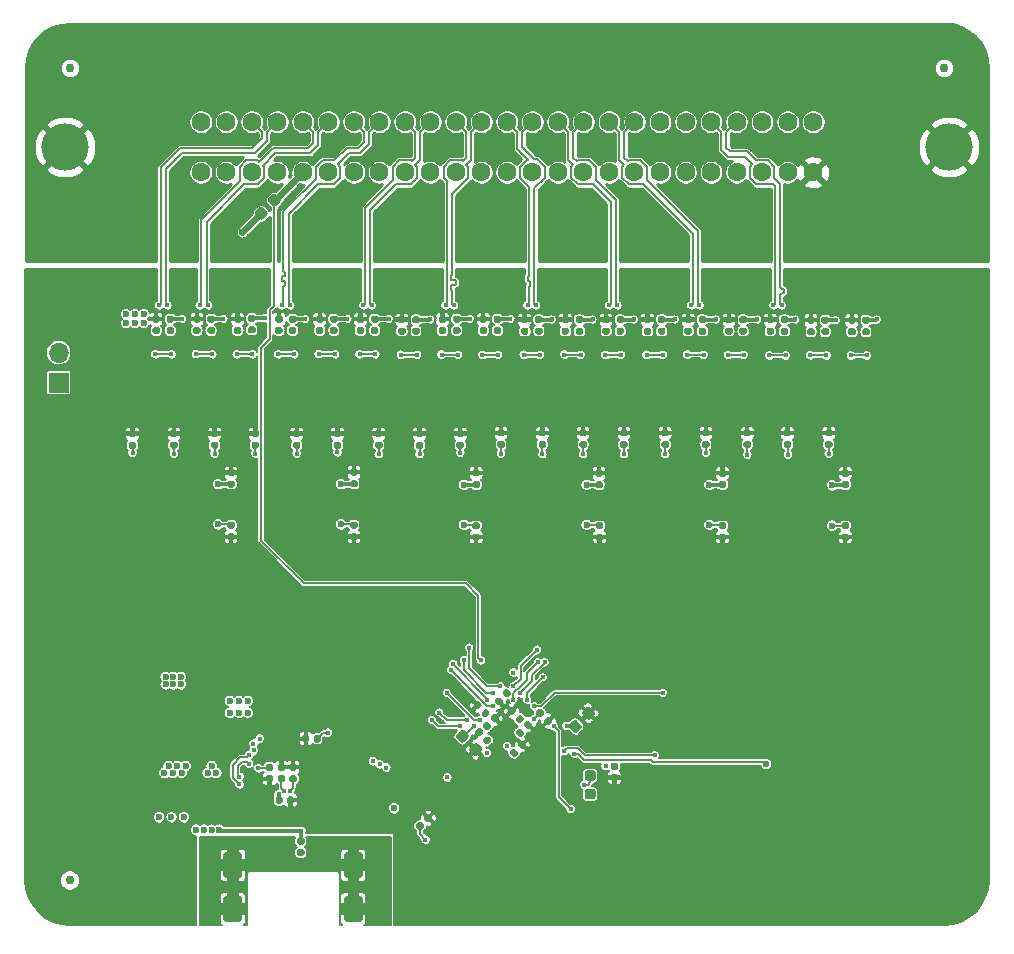
<source format=gbl>
%TF.GenerationSoftware,KiCad,Pcbnew,5.1.6*%
%TF.CreationDate,2020-08-02T00:36:08-04:00*%
%TF.ProjectId,squishy,73717569-7368-4792-9e6b-696361645f70,rev?*%
%TF.SameCoordinates,PX67f3540PY72ba1e0*%
%TF.FileFunction,Copper,L4,Bot*%
%TF.FilePolarity,Positive*%
%FSLAX46Y46*%
G04 Gerber Fmt 4.6, Leading zero omitted, Abs format (unit mm)*
G04 Created by KiCad (PCBNEW 5.1.6) date 2020-08-02 00:36:08*
%MOMM*%
%LPD*%
G01*
G04 APERTURE LIST*
%TA.AperFunction,SMDPad,CuDef*%
%ADD10C,0.750000*%
%TD*%
%TA.AperFunction,ComponentPad*%
%ADD11O,1.700000X1.700000*%
%TD*%
%TA.AperFunction,ComponentPad*%
%ADD12R,1.700000X1.700000*%
%TD*%
%TA.AperFunction,ComponentPad*%
%ADD13C,4.000000*%
%TD*%
%TA.AperFunction,ComponentPad*%
%ADD14C,1.600000*%
%TD*%
%TA.AperFunction,ViaPad*%
%ADD15C,0.450000*%
%TD*%
%TA.AperFunction,ViaPad*%
%ADD16C,0.800000*%
%TD*%
%TA.AperFunction,ViaPad*%
%ADD17C,0.410000*%
%TD*%
%TA.AperFunction,ViaPad*%
%ADD18C,0.600000*%
%TD*%
%TA.AperFunction,Conductor*%
%ADD19C,0.300000*%
%TD*%
%TA.AperFunction,Conductor*%
%ADD20C,0.200000*%
%TD*%
%TA.AperFunction,Conductor*%
%ADD21C,0.600000*%
%TD*%
%TA.AperFunction,Conductor*%
%ADD22C,0.152400*%
%TD*%
%TA.AperFunction,Conductor*%
%ADD23C,0.254000*%
%TD*%
G04 APERTURE END LIST*
D10*
%TO.P,FID6,*%
%TO.N,*%
X4000000Y72800000D03*
%TD*%
%TO.P,FID5,*%
%TO.N,*%
X78000000Y72800000D03*
%TD*%
%TO.P,FID4,*%
%TO.N,*%
X4000000Y4000000D03*
%TD*%
%TO.P,R71,2*%
%TO.N,+3V3*%
%TA.AperFunction,SMDPad,CuDef*%
G36*
G01*
X48306250Y12450000D02*
X47793750Y12450000D01*
G75*
G02*
X47575000Y12668750I0J218750D01*
G01*
X47575000Y13106250D01*
G75*
G02*
X47793750Y13325000I218750J0D01*
G01*
X48306250Y13325000D01*
G75*
G02*
X48525000Y13106250I0J-218750D01*
G01*
X48525000Y12668750D01*
G75*
G02*
X48306250Y12450000I-218750J0D01*
G01*
G37*
%TD.AperFunction*%
%TO.P,R71,1*%
%TO.N,Net-(J3-Pad1)*%
%TA.AperFunction,SMDPad,CuDef*%
G36*
G01*
X48306250Y10875000D02*
X47793750Y10875000D01*
G75*
G02*
X47575000Y11093750I0J218750D01*
G01*
X47575000Y11531250D01*
G75*
G02*
X47793750Y11750000I218750J0D01*
G01*
X48306250Y11750000D01*
G75*
G02*
X48525000Y11531250I0J-218750D01*
G01*
X48525000Y11093750D01*
G75*
G02*
X48306250Y10875000I-218750J0D01*
G01*
G37*
%TD.AperFunction*%
%TD*%
%TO.P,R70,2*%
%TO.N,/TERMPWR*%
%TA.AperFunction,SMDPad,CuDef*%
G36*
G01*
X20321316Y60983708D02*
X20683709Y60621316D01*
G75*
G02*
X20683709Y60311956I-154680J-154680D01*
G01*
X20374350Y60002597D01*
G75*
G02*
X20064990Y60002597I-154680J154680D01*
G01*
X19702597Y60364990D01*
G75*
G02*
X19702597Y60674350I154680J154680D01*
G01*
X20011956Y60983709D01*
G75*
G02*
X20321316Y60983709I154680J-154680D01*
G01*
G37*
%TD.AperFunction*%
%TO.P,R70,1*%
%TO.N,/DIFF_SENSE*%
%TA.AperFunction,SMDPad,CuDef*%
G36*
G01*
X21435010Y62097402D02*
X21797403Y61735010D01*
G75*
G02*
X21797403Y61425650I-154680J-154680D01*
G01*
X21488044Y61116291D01*
G75*
G02*
X21178684Y61116291I-154680J154680D01*
G01*
X20816291Y61478684D01*
G75*
G02*
X20816291Y61788044I154680J154680D01*
G01*
X21125650Y62097403D01*
G75*
G02*
X21435010Y62097403I154680J-154680D01*
G01*
G37*
%TD.AperFunction*%
%TD*%
D11*
%TO.P,JP1,2*%
%TO.N,Net-(F1-Pad2)*%
X3050000Y48690000D03*
D12*
%TO.P,JP1,1*%
%TO.N,+5V*%
X3050000Y46150000D03*
%TD*%
%TO.P,C53,2*%
%TO.N,+1V2*%
%TA.AperFunction,SMDPad,CuDef*%
G36*
G01*
X39393674Y17387625D02*
X39637625Y17143673D01*
G75*
G02*
X39637625Y16935077I-104298J-104298D01*
G01*
X39429029Y16726481D01*
G75*
G02*
X39220433Y16726481I-104298J104298D01*
G01*
X38976481Y16970433D01*
G75*
G02*
X38976481Y17179029I104298J104298D01*
G01*
X39185077Y17387625D01*
G75*
G02*
X39393673Y17387625I104298J-104298D01*
G01*
G37*
%TD.AperFunction*%
%TO.P,C53,1*%
%TO.N,GND*%
%TA.AperFunction,SMDPad,CuDef*%
G36*
G01*
X40079568Y18073519D02*
X40323519Y17829567D01*
G75*
G02*
X40323519Y17620971I-104298J-104298D01*
G01*
X40114923Y17412375D01*
G75*
G02*
X39906327Y17412375I-104298J104298D01*
G01*
X39662375Y17656327D01*
G75*
G02*
X39662375Y17864923I104298J104298D01*
G01*
X39870971Y18073519D01*
G75*
G02*
X40079567Y18073519I104298J-104298D01*
G01*
G37*
%TD.AperFunction*%
%TD*%
%TO.P,C52,2*%
%TO.N,+3V3*%
%TA.AperFunction,SMDPad,CuDef*%
G36*
G01*
X42193674Y16837625D02*
X42437625Y16593673D01*
G75*
G02*
X42437625Y16385077I-104298J-104298D01*
G01*
X42229029Y16176481D01*
G75*
G02*
X42020433Y16176481I-104298J104298D01*
G01*
X41776481Y16420433D01*
G75*
G02*
X41776481Y16629029I104298J104298D01*
G01*
X41985077Y16837625D01*
G75*
G02*
X42193673Y16837625I104298J-104298D01*
G01*
G37*
%TD.AperFunction*%
%TO.P,C52,1*%
%TO.N,GND*%
%TA.AperFunction,SMDPad,CuDef*%
G36*
G01*
X42879568Y17523519D02*
X43123519Y17279567D01*
G75*
G02*
X43123519Y17070971I-104298J-104298D01*
G01*
X42914923Y16862375D01*
G75*
G02*
X42706327Y16862375I-104298J104298D01*
G01*
X42462375Y17106327D01*
G75*
G02*
X42462375Y17314923I104298J104298D01*
G01*
X42670971Y17523519D01*
G75*
G02*
X42879567Y17523519I104298J-104298D01*
G01*
G37*
%TD.AperFunction*%
%TD*%
%TO.P,C51,2*%
%TO.N,+1V2*%
%TA.AperFunction,SMDPad,CuDef*%
G36*
G01*
X44137625Y18106326D02*
X43893673Y17862375D01*
G75*
G02*
X43685077Y17862375I-104298J104298D01*
G01*
X43476481Y18070971D01*
G75*
G02*
X43476481Y18279567I104298J104298D01*
G01*
X43720433Y18523519D01*
G75*
G02*
X43929029Y18523519I104298J-104298D01*
G01*
X44137625Y18314923D01*
G75*
G02*
X44137625Y18106327I-104298J-104298D01*
G01*
G37*
%TD.AperFunction*%
%TO.P,C51,1*%
%TO.N,GND*%
%TA.AperFunction,SMDPad,CuDef*%
G36*
G01*
X44823519Y17420432D02*
X44579567Y17176481D01*
G75*
G02*
X44370971Y17176481I-104298J104298D01*
G01*
X44162375Y17385077D01*
G75*
G02*
X44162375Y17593673I104298J104298D01*
G01*
X44406327Y17837625D01*
G75*
G02*
X44614923Y17837625I104298J-104298D01*
G01*
X44823519Y17629029D01*
G75*
G02*
X44823519Y17420433I-104298J-104298D01*
G01*
G37*
%TD.AperFunction*%
%TD*%
%TO.P,C50,2*%
%TO.N,+3V3*%
%TA.AperFunction,SMDPad,CuDef*%
G36*
G01*
X41762375Y17743674D02*
X42006327Y17987625D01*
G75*
G02*
X42214923Y17987625I104298J-104298D01*
G01*
X42423519Y17779029D01*
G75*
G02*
X42423519Y17570433I-104298J-104298D01*
G01*
X42179567Y17326481D01*
G75*
G02*
X41970971Y17326481I-104298J104298D01*
G01*
X41762375Y17535077D01*
G75*
G02*
X41762375Y17743673I104298J104298D01*
G01*
G37*
%TD.AperFunction*%
%TO.P,C50,1*%
%TO.N,GND*%
%TA.AperFunction,SMDPad,CuDef*%
G36*
G01*
X41076481Y18429568D02*
X41320433Y18673519D01*
G75*
G02*
X41529029Y18673519I104298J-104298D01*
G01*
X41737625Y18464923D01*
G75*
G02*
X41737625Y18256327I-104298J-104298D01*
G01*
X41493673Y18012375D01*
G75*
G02*
X41285077Y18012375I-104298J104298D01*
G01*
X41076481Y18220971D01*
G75*
G02*
X41076481Y18429567I104298J104298D01*
G01*
G37*
%TD.AperFunction*%
%TD*%
%TO.P,C49,2*%
%TO.N,+1V2*%
%TA.AperFunction,SMDPad,CuDef*%
G36*
G01*
X40906326Y19512375D02*
X40662375Y19756327D01*
G75*
G02*
X40662375Y19964923I104298J104298D01*
G01*
X40870971Y20173519D01*
G75*
G02*
X41079567Y20173519I104298J-104298D01*
G01*
X41323519Y19929567D01*
G75*
G02*
X41323519Y19720971I-104298J-104298D01*
G01*
X41114923Y19512375D01*
G75*
G02*
X40906327Y19512375I-104298J104298D01*
G01*
G37*
%TD.AperFunction*%
%TO.P,C49,1*%
%TO.N,GND*%
%TA.AperFunction,SMDPad,CuDef*%
G36*
G01*
X40220432Y18826481D02*
X39976481Y19070433D01*
G75*
G02*
X39976481Y19279029I104298J104298D01*
G01*
X40185077Y19487625D01*
G75*
G02*
X40393673Y19487625I104298J-104298D01*
G01*
X40637625Y19243673D01*
G75*
G02*
X40637625Y19035077I-104298J-104298D01*
G01*
X40429029Y18826481D01*
G75*
G02*
X40220433Y18826481I-104298J104298D01*
G01*
G37*
%TD.AperFunction*%
%TD*%
%TO.P,C48,2*%
%TO.N,+3V3*%
%TA.AperFunction,SMDPad,CuDef*%
G36*
G01*
X39012375Y15943674D02*
X39256327Y16187625D01*
G75*
G02*
X39464923Y16187625I104298J-104298D01*
G01*
X39673519Y15979029D01*
G75*
G02*
X39673519Y15770433I-104298J-104298D01*
G01*
X39429567Y15526481D01*
G75*
G02*
X39220971Y15526481I-104298J104298D01*
G01*
X39012375Y15735077D01*
G75*
G02*
X39012375Y15943673I104298J104298D01*
G01*
G37*
%TD.AperFunction*%
%TO.P,C48,1*%
%TO.N,GND*%
%TA.AperFunction,SMDPad,CuDef*%
G36*
G01*
X38326481Y16629568D02*
X38570433Y16873519D01*
G75*
G02*
X38779029Y16873519I104298J-104298D01*
G01*
X38987625Y16664923D01*
G75*
G02*
X38987625Y16456327I-104298J-104298D01*
G01*
X38743673Y16212375D01*
G75*
G02*
X38535077Y16212375I-104298J104298D01*
G01*
X38326481Y16420971D01*
G75*
G02*
X38326481Y16629567I104298J104298D01*
G01*
G37*
%TD.AperFunction*%
%TD*%
%TO.P,C47,2*%
%TO.N,+1V2*%
%TA.AperFunction,SMDPad,CuDef*%
G36*
G01*
X41693674Y15137625D02*
X41937625Y14893673D01*
G75*
G02*
X41937625Y14685077I-104298J-104298D01*
G01*
X41729029Y14476481D01*
G75*
G02*
X41520433Y14476481I-104298J104298D01*
G01*
X41276481Y14720433D01*
G75*
G02*
X41276481Y14929029I104298J104298D01*
G01*
X41485077Y15137625D01*
G75*
G02*
X41693673Y15137625I104298J-104298D01*
G01*
G37*
%TD.AperFunction*%
%TO.P,C47,1*%
%TO.N,GND*%
%TA.AperFunction,SMDPad,CuDef*%
G36*
G01*
X42379568Y15823519D02*
X42623519Y15579567D01*
G75*
G02*
X42623519Y15370971I-104298J-104298D01*
G01*
X42414923Y15162375D01*
G75*
G02*
X42206327Y15162375I-104298J104298D01*
G01*
X41962375Y15406327D01*
G75*
G02*
X41962375Y15614923I104298J104298D01*
G01*
X42170971Y15823519D01*
G75*
G02*
X42379567Y15823519I104298J-104298D01*
G01*
G37*
%TD.AperFunction*%
%TD*%
%TO.P,C46,2*%
%TO.N,+3V3*%
%TA.AperFunction,SMDPad,CuDef*%
G36*
G01*
X38862375Y18243674D02*
X39106327Y18487625D01*
G75*
G02*
X39314923Y18487625I104298J-104298D01*
G01*
X39523519Y18279029D01*
G75*
G02*
X39523519Y18070433I-104298J-104298D01*
G01*
X39279567Y17826481D01*
G75*
G02*
X39070971Y17826481I-104298J104298D01*
G01*
X38862375Y18035077D01*
G75*
G02*
X38862375Y18243673I104298J104298D01*
G01*
G37*
%TD.AperFunction*%
%TO.P,C46,1*%
%TO.N,GND*%
%TA.AperFunction,SMDPad,CuDef*%
G36*
G01*
X38176481Y18929568D02*
X38420433Y19173519D01*
G75*
G02*
X38629029Y19173519I104298J-104298D01*
G01*
X38837625Y18964923D01*
G75*
G02*
X38837625Y18756327I-104298J-104298D01*
G01*
X38593673Y18512375D01*
G75*
G02*
X38385077Y18512375I-104298J104298D01*
G01*
X38176481Y18720971D01*
G75*
G02*
X38176481Y18929567I104298J104298D01*
G01*
G37*
%TD.AperFunction*%
%TD*%
%TO.P,C45,2*%
%TO.N,+1V2*%
%TA.AperFunction,SMDPad,CuDef*%
G36*
G01*
X37733708Y16078684D02*
X37371316Y15716291D01*
G75*
G02*
X37061956Y15716291I-154680J154680D01*
G01*
X36752597Y16025650D01*
G75*
G02*
X36752597Y16335010I154680J154680D01*
G01*
X37114990Y16697403D01*
G75*
G02*
X37424350Y16697403I154680J-154680D01*
G01*
X37733709Y16388044D01*
G75*
G02*
X37733709Y16078684I-154680J-154680D01*
G01*
G37*
%TD.AperFunction*%
%TO.P,C45,1*%
%TO.N,GND*%
%TA.AperFunction,SMDPad,CuDef*%
G36*
G01*
X38847402Y14964990D02*
X38485010Y14602597D01*
G75*
G02*
X38175650Y14602597I-154680J154680D01*
G01*
X37866291Y14911956D01*
G75*
G02*
X37866291Y15221316I154680J154680D01*
G01*
X38228684Y15583709D01*
G75*
G02*
X38538044Y15583709I154680J-154680D01*
G01*
X38847403Y15274350D01*
G75*
G02*
X38847403Y14964990I-154680J-154680D01*
G01*
G37*
%TD.AperFunction*%
%TD*%
%TO.P,C44,2*%
%TO.N,+3V3*%
%TA.AperFunction,SMDPad,CuDef*%
G36*
G01*
X46921316Y17533708D02*
X47283709Y17171316D01*
G75*
G02*
X47283709Y16861956I-154680J-154680D01*
G01*
X46974350Y16552597D01*
G75*
G02*
X46664990Y16552597I-154680J154680D01*
G01*
X46302597Y16914990D01*
G75*
G02*
X46302597Y17224350I154680J154680D01*
G01*
X46611956Y17533709D01*
G75*
G02*
X46921316Y17533709I154680J-154680D01*
G01*
G37*
%TD.AperFunction*%
%TO.P,C44,1*%
%TO.N,GND*%
%TA.AperFunction,SMDPad,CuDef*%
G36*
G01*
X48035010Y18647402D02*
X48397403Y18285010D01*
G75*
G02*
X48397403Y17975650I-154680J-154680D01*
G01*
X48088044Y17666291D01*
G75*
G02*
X47778684Y17666291I-154680J154680D01*
G01*
X47416291Y18028684D01*
G75*
G02*
X47416291Y18338044I154680J154680D01*
G01*
X47725650Y18647403D01*
G75*
G02*
X48035010Y18647403I154680J-154680D01*
G01*
G37*
%TD.AperFunction*%
%TD*%
%TO.P,C43,2*%
%TO.N,GND*%
%TA.AperFunction,SMDPad,CuDef*%
G36*
G01*
X34256326Y8962375D02*
X34012375Y9206327D01*
G75*
G02*
X34012375Y9414923I104298J104298D01*
G01*
X34220971Y9623519D01*
G75*
G02*
X34429567Y9623519I104298J-104298D01*
G01*
X34673519Y9379567D01*
G75*
G02*
X34673519Y9170971I-104298J-104298D01*
G01*
X34464923Y8962375D01*
G75*
G02*
X34256327Y8962375I-104298J104298D01*
G01*
G37*
%TD.AperFunction*%
%TO.P,C43,1*%
%TO.N,+3V3*%
%TA.AperFunction,SMDPad,CuDef*%
G36*
G01*
X33570432Y8276481D02*
X33326481Y8520433D01*
G75*
G02*
X33326481Y8729029I104298J104298D01*
G01*
X33535077Y8937625D01*
G75*
G02*
X33743673Y8937625I104298J-104298D01*
G01*
X33987625Y8693673D01*
G75*
G02*
X33987625Y8485077I-104298J-104298D01*
G01*
X33779029Y8276481D01*
G75*
G02*
X33570433Y8276481I-104298J104298D01*
G01*
G37*
%TD.AperFunction*%
%TD*%
%TO.P,C42,2*%
%TO.N,GND*%
%TA.AperFunction,SMDPad,CuDef*%
G36*
G01*
X24260000Y16172500D02*
X24260000Y15827500D01*
G75*
G02*
X24112500Y15680000I-147500J0D01*
G01*
X23817500Y15680000D01*
G75*
G02*
X23670000Y15827500I0J147500D01*
G01*
X23670000Y16172500D01*
G75*
G02*
X23817500Y16320000I147500J0D01*
G01*
X24112500Y16320000D01*
G75*
G02*
X24260000Y16172500I0J-147500D01*
G01*
G37*
%TD.AperFunction*%
%TO.P,C42,1*%
%TO.N,+3V3*%
%TA.AperFunction,SMDPad,CuDef*%
G36*
G01*
X25230000Y16172500D02*
X25230000Y15827500D01*
G75*
G02*
X25082500Y15680000I-147500J0D01*
G01*
X24787500Y15680000D01*
G75*
G02*
X24640000Y15827500I0J147500D01*
G01*
X24640000Y16172500D01*
G75*
G02*
X24787500Y16320000I147500J0D01*
G01*
X25082500Y16320000D01*
G75*
G02*
X25230000Y16172500I0J-147500D01*
G01*
G37*
%TD.AperFunction*%
%TD*%
%TO.P,C40,2*%
%TO.N,GND*%
%TA.AperFunction,SMDPad,CuDef*%
G36*
G01*
X22072500Y13290000D02*
X21727500Y13290000D01*
G75*
G02*
X21580000Y13437500I0J147500D01*
G01*
X21580000Y13732500D01*
G75*
G02*
X21727500Y13880000I147500J0D01*
G01*
X22072500Y13880000D01*
G75*
G02*
X22220000Y13732500I0J-147500D01*
G01*
X22220000Y13437500D01*
G75*
G02*
X22072500Y13290000I-147500J0D01*
G01*
G37*
%TD.AperFunction*%
%TO.P,C40,1*%
%TO.N,+3V3*%
%TA.AperFunction,SMDPad,CuDef*%
G36*
G01*
X22072500Y12320000D02*
X21727500Y12320000D01*
G75*
G02*
X21580000Y12467500I0J147500D01*
G01*
X21580000Y12762500D01*
G75*
G02*
X21727500Y12910000I147500J0D01*
G01*
X22072500Y12910000D01*
G75*
G02*
X22220000Y12762500I0J-147500D01*
G01*
X22220000Y12467500D01*
G75*
G02*
X22072500Y12320000I-147500J0D01*
G01*
G37*
%TD.AperFunction*%
%TD*%
%TO.P,C39,2*%
%TO.N,GND*%
%TA.AperFunction,SMDPad,CuDef*%
G36*
G01*
X23072500Y13290000D02*
X22727500Y13290000D01*
G75*
G02*
X22580000Y13437500I0J147500D01*
G01*
X22580000Y13732500D01*
G75*
G02*
X22727500Y13880000I147500J0D01*
G01*
X23072500Y13880000D01*
G75*
G02*
X23220000Y13732500I0J-147500D01*
G01*
X23220000Y13437500D01*
G75*
G02*
X23072500Y13290000I-147500J0D01*
G01*
G37*
%TD.AperFunction*%
%TO.P,C39,1*%
%TO.N,+3V3*%
%TA.AperFunction,SMDPad,CuDef*%
G36*
G01*
X23072500Y12320000D02*
X22727500Y12320000D01*
G75*
G02*
X22580000Y12467500I0J147500D01*
G01*
X22580000Y12762500D01*
G75*
G02*
X22727500Y12910000I147500J0D01*
G01*
X23072500Y12910000D01*
G75*
G02*
X23220000Y12762500I0J-147500D01*
G01*
X23220000Y12467500D01*
G75*
G02*
X23072500Y12320000I-147500J0D01*
G01*
G37*
%TD.AperFunction*%
%TD*%
%TO.P,C38,2*%
%TO.N,GND*%
%TA.AperFunction,SMDPad,CuDef*%
G36*
G01*
X20727500Y12910000D02*
X21072500Y12910000D01*
G75*
G02*
X21220000Y12762500I0J-147500D01*
G01*
X21220000Y12467500D01*
G75*
G02*
X21072500Y12320000I-147500J0D01*
G01*
X20727500Y12320000D01*
G75*
G02*
X20580000Y12467500I0J147500D01*
G01*
X20580000Y12762500D01*
G75*
G02*
X20727500Y12910000I147500J0D01*
G01*
G37*
%TD.AperFunction*%
%TO.P,C38,1*%
%TO.N,+3V3*%
%TA.AperFunction,SMDPad,CuDef*%
G36*
G01*
X20727500Y13880000D02*
X21072500Y13880000D01*
G75*
G02*
X21220000Y13732500I0J-147500D01*
G01*
X21220000Y13437500D01*
G75*
G02*
X21072500Y13290000I-147500J0D01*
G01*
X20727500Y13290000D01*
G75*
G02*
X20580000Y13437500I0J147500D01*
G01*
X20580000Y13732500D01*
G75*
G02*
X20727500Y13880000I147500J0D01*
G01*
G37*
%TD.AperFunction*%
%TD*%
%TO.P,C37,2*%
%TO.N,GND*%
%TA.AperFunction,SMDPad,CuDef*%
G36*
G01*
X22390000Y10627500D02*
X22390000Y10972500D01*
G75*
G02*
X22537500Y11120000I147500J0D01*
G01*
X22832500Y11120000D01*
G75*
G02*
X22980000Y10972500I0J-147500D01*
G01*
X22980000Y10627500D01*
G75*
G02*
X22832500Y10480000I-147500J0D01*
G01*
X22537500Y10480000D01*
G75*
G02*
X22390000Y10627500I0J147500D01*
G01*
G37*
%TD.AperFunction*%
%TO.P,C37,1*%
%TO.N,Net-(C37-Pad1)*%
%TA.AperFunction,SMDPad,CuDef*%
G36*
G01*
X21420000Y10627500D02*
X21420000Y10972500D01*
G75*
G02*
X21567500Y11120000I147500J0D01*
G01*
X21862500Y11120000D01*
G75*
G02*
X22010000Y10972500I0J-147500D01*
G01*
X22010000Y10627500D01*
G75*
G02*
X21862500Y10480000I-147500J0D01*
G01*
X21567500Y10480000D01*
G75*
G02*
X21420000Y10627500I0J147500D01*
G01*
G37*
%TD.AperFunction*%
%TD*%
%TO.P,C3,2*%
%TO.N,GND*%
%TA.AperFunction,SMDPad,CuDef*%
G36*
G01*
X23377500Y6660000D02*
X23722500Y6660000D01*
G75*
G02*
X23870000Y6512500I0J-147500D01*
G01*
X23870000Y6217500D01*
G75*
G02*
X23722500Y6070000I-147500J0D01*
G01*
X23377500Y6070000D01*
G75*
G02*
X23230000Y6217500I0J147500D01*
G01*
X23230000Y6512500D01*
G75*
G02*
X23377500Y6660000I147500J0D01*
G01*
G37*
%TD.AperFunction*%
%TO.P,C3,1*%
%TO.N,+5V*%
%TA.AperFunction,SMDPad,CuDef*%
G36*
G01*
X23377500Y7630000D02*
X23722500Y7630000D01*
G75*
G02*
X23870000Y7482500I0J-147500D01*
G01*
X23870000Y7187500D01*
G75*
G02*
X23722500Y7040000I-147500J0D01*
G01*
X23377500Y7040000D01*
G75*
G02*
X23230000Y7187500I0J147500D01*
G01*
X23230000Y7482500D01*
G75*
G02*
X23377500Y7630000I147500J0D01*
G01*
G37*
%TD.AperFunction*%
%TD*%
D13*
%TO.P,J2,52*%
%TO.N,/SHIELD*%
X78425000Y66100000D03*
%TO.P,J2,51*%
X3575000Y66100000D03*
D14*
%TO.P,J2,50*%
%TO.N,GND*%
X15080000Y68245000D03*
%TO.P,J2,49*%
X17240000Y68245000D03*
%TO.P,J2,48*%
%TO.N,/IO-*%
X19400000Y68245000D03*
%TO.P,J2,47*%
%TO.N,/IO+*%
X21560000Y68245000D03*
%TO.P,J2,46*%
%TO.N,/REQ-*%
X23720000Y68245000D03*
%TO.P,J2,45*%
%TO.N,/REQ+*%
X25880000Y68245000D03*
%TO.P,J2,44*%
%TO.N,/CD-*%
X28040000Y68245000D03*
%TO.P,J2,43*%
%TO.N,/CD+*%
X30200000Y68245000D03*
%TO.P,J2,42*%
%TO.N,/SEL-*%
X32360000Y68245000D03*
%TO.P,J2,41*%
%TO.N,/SEL+*%
X34520000Y68245000D03*
%TO.P,J2,40*%
%TO.N,/MSG-*%
X36680000Y68245000D03*
%TO.P,J2,39*%
%TO.N,/MSG+*%
X38840000Y68245000D03*
%TO.P,J2,38*%
%TO.N,/RST-*%
X41000000Y68245000D03*
%TO.P,J2,37*%
%TO.N,/RST+*%
X43160000Y68245000D03*
%TO.P,J2,36*%
%TO.N,/ACK-*%
X45320000Y68245000D03*
%TO.P,J2,35*%
%TO.N,/ACK+*%
X47480000Y68245000D03*
%TO.P,J2,34*%
%TO.N,/BSY-*%
X49640000Y68245000D03*
%TO.P,J2,33*%
%TO.N,/BSY+*%
X51800000Y68245000D03*
%TO.P,J2,32*%
%TO.N,GND*%
X53960000Y68245000D03*
%TO.P,J2,31*%
X56120000Y68245000D03*
%TO.P,J2,30*%
%TO.N,/ATN-*%
X58280000Y68245000D03*
%TO.P,J2,29*%
%TO.N,/ATN+*%
X60440000Y68245000D03*
%TO.P,J2,28*%
%TO.N,GND*%
X62600000Y68245000D03*
%TO.P,J2,27*%
X64760000Y68245000D03*
%TO.P,J2,26*%
%TO.N,/TERMPWR*%
X66920000Y68245000D03*
%TO.P,J2,25*%
X15080000Y63955000D03*
%TO.P,J2,24*%
%TO.N,GND*%
X17240000Y63955000D03*
%TO.P,J2,23*%
X19400000Y63955000D03*
%TO.P,J2,22*%
X21560000Y63955000D03*
%TO.P,J2,21*%
%TO.N,/DIFF_SENSE*%
X23720000Y63955000D03*
%TO.P,J2,20*%
%TO.N,/DBP-*%
X25880000Y63955000D03*
%TO.P,J2,19*%
%TO.N,/DBP+*%
X28040000Y63955000D03*
%TO.P,J2,18*%
%TO.N,/DB7-*%
X30200000Y63955000D03*
%TO.P,J2,17*%
%TO.N,/DB7+*%
X32360000Y63955000D03*
%TO.P,J2,16*%
%TO.N,/DB6-*%
X34520000Y63955000D03*
%TO.P,J2,15*%
%TO.N,/DB6+*%
X36680000Y63955000D03*
%TO.P,J2,14*%
%TO.N,/DB5-*%
X38840000Y63955000D03*
%TO.P,J2,13*%
%TO.N,/DB5+*%
X41000000Y63955000D03*
%TO.P,J2,12*%
%TO.N,/DB4-*%
X43160000Y63955000D03*
%TO.P,J2,11*%
%TO.N,/DB4+*%
X45320000Y63955000D03*
%TO.P,J2,10*%
%TO.N,/DB3-*%
X47480000Y63955000D03*
%TO.P,J2,9*%
%TO.N,/DB3+*%
X49640000Y63955000D03*
%TO.P,J2,8*%
%TO.N,/DB2-*%
X51800000Y63955000D03*
%TO.P,J2,7*%
%TO.N,/DB2+*%
X53960000Y63955000D03*
%TO.P,J2,6*%
%TO.N,/DB1-*%
X56120000Y63955000D03*
%TO.P,J2,5*%
%TO.N,/DB1+*%
X58280000Y63955000D03*
%TO.P,J2,4*%
%TO.N,/DB0-*%
X60440000Y63955000D03*
%TO.P,J2,3*%
%TO.N,/DB0+*%
X62600000Y63955000D03*
%TO.P,J2,2*%
%TO.N,GND*%
X64760000Y63955000D03*
%TO.P,J2,1*%
%TO.N,/SHIELD*%
X66920000Y63955000D03*
%TD*%
%TO.P,C2,2*%
%TO.N,+3V3*%
%TA.AperFunction,SMDPad,CuDef*%
G36*
G01*
X50272500Y13390000D02*
X49927500Y13390000D01*
G75*
G02*
X49780000Y13537500I0J147500D01*
G01*
X49780000Y13832500D01*
G75*
G02*
X49927500Y13980000I147500J0D01*
G01*
X50272500Y13980000D01*
G75*
G02*
X50420000Y13832500I0J-147500D01*
G01*
X50420000Y13537500D01*
G75*
G02*
X50272500Y13390000I-147500J0D01*
G01*
G37*
%TD.AperFunction*%
%TO.P,C2,1*%
%TO.N,GND*%
%TA.AperFunction,SMDPad,CuDef*%
G36*
G01*
X50272500Y12420000D02*
X49927500Y12420000D01*
G75*
G02*
X49780000Y12567500I0J147500D01*
G01*
X49780000Y12862500D01*
G75*
G02*
X49927500Y13010000I147500J0D01*
G01*
X50272500Y13010000D01*
G75*
G02*
X50420000Y12862500I0J-147500D01*
G01*
X50420000Y12567500D01*
G75*
G02*
X50272500Y12420000I-147500J0D01*
G01*
G37*
%TD.AperFunction*%
%TD*%
%TO.P,J1,6*%
%TO.N,Net-(C1-Pad2)*%
%TA.AperFunction,ComponentPad*%
G36*
G01*
X27200000Y700000D02*
X27200000Y2500000D01*
G75*
G02*
X27400000Y2700000I200000J0D01*
G01*
X28600000Y2700000D01*
G75*
G02*
X28800000Y2500000I0J-200000D01*
G01*
X28800000Y700000D01*
G75*
G02*
X28600000Y500000I-200000J0D01*
G01*
X27400000Y500000D01*
G75*
G02*
X27200000Y700000I0J200000D01*
G01*
G37*
%TD.AperFunction*%
%TA.AperFunction,ComponentPad*%
G36*
G01*
X27200000Y4400000D02*
X27200000Y6200000D01*
G75*
G02*
X27400000Y6400000I200000J0D01*
G01*
X28600000Y6400000D01*
G75*
G02*
X28800000Y6200000I0J-200000D01*
G01*
X28800000Y4400000D01*
G75*
G02*
X28600000Y4200000I-200000J0D01*
G01*
X27400000Y4200000D01*
G75*
G02*
X27200000Y4400000I0J200000D01*
G01*
G37*
%TD.AperFunction*%
%TA.AperFunction,ComponentPad*%
G36*
G01*
X17000000Y4400000D02*
X17000000Y6200000D01*
G75*
G02*
X17200000Y6400000I200000J0D01*
G01*
X18400000Y6400000D01*
G75*
G02*
X18600000Y6200000I0J-200000D01*
G01*
X18600000Y4400000D01*
G75*
G02*
X18400000Y4200000I-200000J0D01*
G01*
X17200000Y4200000D01*
G75*
G02*
X17000000Y4400000I0J200000D01*
G01*
G37*
%TD.AperFunction*%
%TA.AperFunction,ComponentPad*%
G36*
G01*
X17000000Y700000D02*
X17000000Y2500000D01*
G75*
G02*
X17200000Y2700000I200000J0D01*
G01*
X18400000Y2700000D01*
G75*
G02*
X18600000Y2500000I0J-200000D01*
G01*
X18600000Y700000D01*
G75*
G02*
X18400000Y500000I-200000J0D01*
G01*
X17200000Y500000D01*
G75*
G02*
X17000000Y700000I0J200000D01*
G01*
G37*
%TD.AperFunction*%
%TD*%
%TO.P,R62,2*%
%TO.N,/ATN-*%
%TA.AperFunction,SMDPad,CuDef*%
G36*
G01*
X63127500Y50810000D02*
X63472500Y50810000D01*
G75*
G02*
X63620000Y50662500I0J-147500D01*
G01*
X63620000Y50367500D01*
G75*
G02*
X63472500Y50220000I-147500J0D01*
G01*
X63127500Y50220000D01*
G75*
G02*
X62980000Y50367500I0J147500D01*
G01*
X62980000Y50662500D01*
G75*
G02*
X63127500Y50810000I147500J0D01*
G01*
G37*
%TD.AperFunction*%
%TO.P,R62,1*%
%TO.N,GND*%
%TA.AperFunction,SMDPad,CuDef*%
G36*
G01*
X63127500Y51780000D02*
X63472500Y51780000D01*
G75*
G02*
X63620000Y51632500I0J-147500D01*
G01*
X63620000Y51337500D01*
G75*
G02*
X63472500Y51190000I-147500J0D01*
G01*
X63127500Y51190000D01*
G75*
G02*
X62980000Y51337500I0J147500D01*
G01*
X62980000Y51632500D01*
G75*
G02*
X63127500Y51780000I147500J0D01*
G01*
G37*
%TD.AperFunction*%
%TD*%
%TO.P,R60,2*%
%TO.N,/TERMPWR*%
%TA.AperFunction,SMDPad,CuDef*%
G36*
G01*
X64672500Y51190000D02*
X64327500Y51190000D01*
G75*
G02*
X64180000Y51337500I0J147500D01*
G01*
X64180000Y51632500D01*
G75*
G02*
X64327500Y51780000I147500J0D01*
G01*
X64672500Y51780000D01*
G75*
G02*
X64820000Y51632500I0J-147500D01*
G01*
X64820000Y51337500D01*
G75*
G02*
X64672500Y51190000I-147500J0D01*
G01*
G37*
%TD.AperFunction*%
%TO.P,R60,1*%
%TO.N,/ATN+*%
%TA.AperFunction,SMDPad,CuDef*%
G36*
G01*
X64672500Y50220000D02*
X64327500Y50220000D01*
G75*
G02*
X64180000Y50367500I0J147500D01*
G01*
X64180000Y50662500D01*
G75*
G02*
X64327500Y50810000I147500J0D01*
G01*
X64672500Y50810000D01*
G75*
G02*
X64820000Y50662500I0J-147500D01*
G01*
X64820000Y50367500D01*
G75*
G02*
X64672500Y50220000I-147500J0D01*
G01*
G37*
%TD.AperFunction*%
%TD*%
%TO.P,R59,2*%
%TO.N,/DB1-*%
%TA.AperFunction,SMDPad,CuDef*%
G36*
G01*
X66577500Y50760000D02*
X66922500Y50760000D01*
G75*
G02*
X67070000Y50612500I0J-147500D01*
G01*
X67070000Y50317500D01*
G75*
G02*
X66922500Y50170000I-147500J0D01*
G01*
X66577500Y50170000D01*
G75*
G02*
X66430000Y50317500I0J147500D01*
G01*
X66430000Y50612500D01*
G75*
G02*
X66577500Y50760000I147500J0D01*
G01*
G37*
%TD.AperFunction*%
%TO.P,R59,1*%
%TO.N,GND*%
%TA.AperFunction,SMDPad,CuDef*%
G36*
G01*
X66577500Y51730000D02*
X66922500Y51730000D01*
G75*
G02*
X67070000Y51582500I0J-147500D01*
G01*
X67070000Y51287500D01*
G75*
G02*
X66922500Y51140000I-147500J0D01*
G01*
X66577500Y51140000D01*
G75*
G02*
X66430000Y51287500I0J147500D01*
G01*
X66430000Y51582500D01*
G75*
G02*
X66577500Y51730000I147500J0D01*
G01*
G37*
%TD.AperFunction*%
%TD*%
%TO.P,R57,2*%
%TO.N,/TERMPWR*%
%TA.AperFunction,SMDPad,CuDef*%
G36*
G01*
X68122500Y51140000D02*
X67777500Y51140000D01*
G75*
G02*
X67630000Y51287500I0J147500D01*
G01*
X67630000Y51582500D01*
G75*
G02*
X67777500Y51730000I147500J0D01*
G01*
X68122500Y51730000D01*
G75*
G02*
X68270000Y51582500I0J-147500D01*
G01*
X68270000Y51287500D01*
G75*
G02*
X68122500Y51140000I-147500J0D01*
G01*
G37*
%TD.AperFunction*%
%TO.P,R57,1*%
%TO.N,/DB1+*%
%TA.AperFunction,SMDPad,CuDef*%
G36*
G01*
X68122500Y50170000D02*
X67777500Y50170000D01*
G75*
G02*
X67630000Y50317500I0J147500D01*
G01*
X67630000Y50612500D01*
G75*
G02*
X67777500Y50760000I147500J0D01*
G01*
X68122500Y50760000D01*
G75*
G02*
X68270000Y50612500I0J-147500D01*
G01*
X68270000Y50317500D01*
G75*
G02*
X68122500Y50170000I-147500J0D01*
G01*
G37*
%TD.AperFunction*%
%TD*%
%TO.P,R56,2*%
%TO.N,/DB0-*%
%TA.AperFunction,SMDPad,CuDef*%
G36*
G01*
X70027500Y50760000D02*
X70372500Y50760000D01*
G75*
G02*
X70520000Y50612500I0J-147500D01*
G01*
X70520000Y50317500D01*
G75*
G02*
X70372500Y50170000I-147500J0D01*
G01*
X70027500Y50170000D01*
G75*
G02*
X69880000Y50317500I0J147500D01*
G01*
X69880000Y50612500D01*
G75*
G02*
X70027500Y50760000I147500J0D01*
G01*
G37*
%TD.AperFunction*%
%TO.P,R56,1*%
%TO.N,GND*%
%TA.AperFunction,SMDPad,CuDef*%
G36*
G01*
X70027500Y51730000D02*
X70372500Y51730000D01*
G75*
G02*
X70520000Y51582500I0J-147500D01*
G01*
X70520000Y51287500D01*
G75*
G02*
X70372500Y51140000I-147500J0D01*
G01*
X70027500Y51140000D01*
G75*
G02*
X69880000Y51287500I0J147500D01*
G01*
X69880000Y51582500D01*
G75*
G02*
X70027500Y51730000I147500J0D01*
G01*
G37*
%TD.AperFunction*%
%TD*%
%TO.P,R54,2*%
%TO.N,/TERMPWR*%
%TA.AperFunction,SMDPad,CuDef*%
G36*
G01*
X71572500Y51140000D02*
X71227500Y51140000D01*
G75*
G02*
X71080000Y51287500I0J147500D01*
G01*
X71080000Y51582500D01*
G75*
G02*
X71227500Y51730000I147500J0D01*
G01*
X71572500Y51730000D01*
G75*
G02*
X71720000Y51582500I0J-147500D01*
G01*
X71720000Y51287500D01*
G75*
G02*
X71572500Y51140000I-147500J0D01*
G01*
G37*
%TD.AperFunction*%
%TO.P,R54,1*%
%TO.N,/DB0+*%
%TA.AperFunction,SMDPad,CuDef*%
G36*
G01*
X71572500Y50170000D02*
X71227500Y50170000D01*
G75*
G02*
X71080000Y50317500I0J147500D01*
G01*
X71080000Y50612500D01*
G75*
G02*
X71227500Y50760000I147500J0D01*
G01*
X71572500Y50760000D01*
G75*
G02*
X71720000Y50612500I0J-147500D01*
G01*
X71720000Y50317500D01*
G75*
G02*
X71572500Y50170000I-147500J0D01*
G01*
G37*
%TD.AperFunction*%
%TD*%
%TO.P,R53,2*%
%TO.N,/DB3-*%
%TA.AperFunction,SMDPad,CuDef*%
G36*
G01*
X52727500Y50810000D02*
X53072500Y50810000D01*
G75*
G02*
X53220000Y50662500I0J-147500D01*
G01*
X53220000Y50367500D01*
G75*
G02*
X53072500Y50220000I-147500J0D01*
G01*
X52727500Y50220000D01*
G75*
G02*
X52580000Y50367500I0J147500D01*
G01*
X52580000Y50662500D01*
G75*
G02*
X52727500Y50810000I147500J0D01*
G01*
G37*
%TD.AperFunction*%
%TO.P,R53,1*%
%TO.N,GND*%
%TA.AperFunction,SMDPad,CuDef*%
G36*
G01*
X52727500Y51780000D02*
X53072500Y51780000D01*
G75*
G02*
X53220000Y51632500I0J-147500D01*
G01*
X53220000Y51337500D01*
G75*
G02*
X53072500Y51190000I-147500J0D01*
G01*
X52727500Y51190000D01*
G75*
G02*
X52580000Y51337500I0J147500D01*
G01*
X52580000Y51632500D01*
G75*
G02*
X52727500Y51780000I147500J0D01*
G01*
G37*
%TD.AperFunction*%
%TD*%
%TO.P,R51,2*%
%TO.N,/TERMPWR*%
%TA.AperFunction,SMDPad,CuDef*%
G36*
G01*
X54272500Y51190000D02*
X53927500Y51190000D01*
G75*
G02*
X53780000Y51337500I0J147500D01*
G01*
X53780000Y51632500D01*
G75*
G02*
X53927500Y51780000I147500J0D01*
G01*
X54272500Y51780000D01*
G75*
G02*
X54420000Y51632500I0J-147500D01*
G01*
X54420000Y51337500D01*
G75*
G02*
X54272500Y51190000I-147500J0D01*
G01*
G37*
%TD.AperFunction*%
%TO.P,R51,1*%
%TO.N,/DB3+*%
%TA.AperFunction,SMDPad,CuDef*%
G36*
G01*
X54272500Y50220000D02*
X53927500Y50220000D01*
G75*
G02*
X53780000Y50367500I0J147500D01*
G01*
X53780000Y50662500D01*
G75*
G02*
X53927500Y50810000I147500J0D01*
G01*
X54272500Y50810000D01*
G75*
G02*
X54420000Y50662500I0J-147500D01*
G01*
X54420000Y50367500D01*
G75*
G02*
X54272500Y50220000I-147500J0D01*
G01*
G37*
%TD.AperFunction*%
%TD*%
%TO.P,R50,2*%
%TO.N,/BSY-*%
%TA.AperFunction,SMDPad,CuDef*%
G36*
G01*
X56177500Y50810000D02*
X56522500Y50810000D01*
G75*
G02*
X56670000Y50662500I0J-147500D01*
G01*
X56670000Y50367500D01*
G75*
G02*
X56522500Y50220000I-147500J0D01*
G01*
X56177500Y50220000D01*
G75*
G02*
X56030000Y50367500I0J147500D01*
G01*
X56030000Y50662500D01*
G75*
G02*
X56177500Y50810000I147500J0D01*
G01*
G37*
%TD.AperFunction*%
%TO.P,R50,1*%
%TO.N,GND*%
%TA.AperFunction,SMDPad,CuDef*%
G36*
G01*
X56177500Y51780000D02*
X56522500Y51780000D01*
G75*
G02*
X56670000Y51632500I0J-147500D01*
G01*
X56670000Y51337500D01*
G75*
G02*
X56522500Y51190000I-147500J0D01*
G01*
X56177500Y51190000D01*
G75*
G02*
X56030000Y51337500I0J147500D01*
G01*
X56030000Y51632500D01*
G75*
G02*
X56177500Y51780000I147500J0D01*
G01*
G37*
%TD.AperFunction*%
%TD*%
%TO.P,R48,2*%
%TO.N,/TERMPWR*%
%TA.AperFunction,SMDPad,CuDef*%
G36*
G01*
X57722500Y51190000D02*
X57377500Y51190000D01*
G75*
G02*
X57230000Y51337500I0J147500D01*
G01*
X57230000Y51632500D01*
G75*
G02*
X57377500Y51780000I147500J0D01*
G01*
X57722500Y51780000D01*
G75*
G02*
X57870000Y51632500I0J-147500D01*
G01*
X57870000Y51337500D01*
G75*
G02*
X57722500Y51190000I-147500J0D01*
G01*
G37*
%TD.AperFunction*%
%TO.P,R48,1*%
%TO.N,/BSY+*%
%TA.AperFunction,SMDPad,CuDef*%
G36*
G01*
X57722500Y50220000D02*
X57377500Y50220000D01*
G75*
G02*
X57230000Y50367500I0J147500D01*
G01*
X57230000Y50662500D01*
G75*
G02*
X57377500Y50810000I147500J0D01*
G01*
X57722500Y50810000D01*
G75*
G02*
X57870000Y50662500I0J-147500D01*
G01*
X57870000Y50367500D01*
G75*
G02*
X57722500Y50220000I-147500J0D01*
G01*
G37*
%TD.AperFunction*%
%TD*%
%TO.P,R47,2*%
%TO.N,/DB2-*%
%TA.AperFunction,SMDPad,CuDef*%
G36*
G01*
X59627500Y50810000D02*
X59972500Y50810000D01*
G75*
G02*
X60120000Y50662500I0J-147500D01*
G01*
X60120000Y50367500D01*
G75*
G02*
X59972500Y50220000I-147500J0D01*
G01*
X59627500Y50220000D01*
G75*
G02*
X59480000Y50367500I0J147500D01*
G01*
X59480000Y50662500D01*
G75*
G02*
X59627500Y50810000I147500J0D01*
G01*
G37*
%TD.AperFunction*%
%TO.P,R47,1*%
%TO.N,GND*%
%TA.AperFunction,SMDPad,CuDef*%
G36*
G01*
X59627500Y51780000D02*
X59972500Y51780000D01*
G75*
G02*
X60120000Y51632500I0J-147500D01*
G01*
X60120000Y51337500D01*
G75*
G02*
X59972500Y51190000I-147500J0D01*
G01*
X59627500Y51190000D01*
G75*
G02*
X59480000Y51337500I0J147500D01*
G01*
X59480000Y51632500D01*
G75*
G02*
X59627500Y51780000I147500J0D01*
G01*
G37*
%TD.AperFunction*%
%TD*%
%TO.P,R45,2*%
%TO.N,/TERMPWR*%
%TA.AperFunction,SMDPad,CuDef*%
G36*
G01*
X61172500Y51190000D02*
X60827500Y51190000D01*
G75*
G02*
X60680000Y51337500I0J147500D01*
G01*
X60680000Y51632500D01*
G75*
G02*
X60827500Y51780000I147500J0D01*
G01*
X61172500Y51780000D01*
G75*
G02*
X61320000Y51632500I0J-147500D01*
G01*
X61320000Y51337500D01*
G75*
G02*
X61172500Y51190000I-147500J0D01*
G01*
G37*
%TD.AperFunction*%
%TO.P,R45,1*%
%TO.N,/DB2+*%
%TA.AperFunction,SMDPad,CuDef*%
G36*
G01*
X61172500Y50220000D02*
X60827500Y50220000D01*
G75*
G02*
X60680000Y50367500I0J147500D01*
G01*
X60680000Y50662500D01*
G75*
G02*
X60827500Y50810000I147500J0D01*
G01*
X61172500Y50810000D01*
G75*
G02*
X61320000Y50662500I0J-147500D01*
G01*
X61320000Y50367500D01*
G75*
G02*
X61172500Y50220000I-147500J0D01*
G01*
G37*
%TD.AperFunction*%
%TD*%
%TO.P,R44,2*%
%TO.N,/RST-*%
%TA.AperFunction,SMDPad,CuDef*%
G36*
G01*
X42327500Y50810000D02*
X42672500Y50810000D01*
G75*
G02*
X42820000Y50662500I0J-147500D01*
G01*
X42820000Y50367500D01*
G75*
G02*
X42672500Y50220000I-147500J0D01*
G01*
X42327500Y50220000D01*
G75*
G02*
X42180000Y50367500I0J147500D01*
G01*
X42180000Y50662500D01*
G75*
G02*
X42327500Y50810000I147500J0D01*
G01*
G37*
%TD.AperFunction*%
%TO.P,R44,1*%
%TO.N,GND*%
%TA.AperFunction,SMDPad,CuDef*%
G36*
G01*
X42327500Y51780000D02*
X42672500Y51780000D01*
G75*
G02*
X42820000Y51632500I0J-147500D01*
G01*
X42820000Y51337500D01*
G75*
G02*
X42672500Y51190000I-147500J0D01*
G01*
X42327500Y51190000D01*
G75*
G02*
X42180000Y51337500I0J147500D01*
G01*
X42180000Y51632500D01*
G75*
G02*
X42327500Y51780000I147500J0D01*
G01*
G37*
%TD.AperFunction*%
%TD*%
%TO.P,R42,2*%
%TO.N,/TERMPWR*%
%TA.AperFunction,SMDPad,CuDef*%
G36*
G01*
X43872500Y51190000D02*
X43527500Y51190000D01*
G75*
G02*
X43380000Y51337500I0J147500D01*
G01*
X43380000Y51632500D01*
G75*
G02*
X43527500Y51780000I147500J0D01*
G01*
X43872500Y51780000D01*
G75*
G02*
X44020000Y51632500I0J-147500D01*
G01*
X44020000Y51337500D01*
G75*
G02*
X43872500Y51190000I-147500J0D01*
G01*
G37*
%TD.AperFunction*%
%TO.P,R42,1*%
%TO.N,/RST+*%
%TA.AperFunction,SMDPad,CuDef*%
G36*
G01*
X43872500Y50220000D02*
X43527500Y50220000D01*
G75*
G02*
X43380000Y50367500I0J147500D01*
G01*
X43380000Y50662500D01*
G75*
G02*
X43527500Y50810000I147500J0D01*
G01*
X43872500Y50810000D01*
G75*
G02*
X44020000Y50662500I0J-147500D01*
G01*
X44020000Y50367500D01*
G75*
G02*
X43872500Y50220000I-147500J0D01*
G01*
G37*
%TD.AperFunction*%
%TD*%
%TO.P,R41,2*%
%TO.N,/DB4-*%
%TA.AperFunction,SMDPad,CuDef*%
G36*
G01*
X45777500Y50810000D02*
X46122500Y50810000D01*
G75*
G02*
X46270000Y50662500I0J-147500D01*
G01*
X46270000Y50367500D01*
G75*
G02*
X46122500Y50220000I-147500J0D01*
G01*
X45777500Y50220000D01*
G75*
G02*
X45630000Y50367500I0J147500D01*
G01*
X45630000Y50662500D01*
G75*
G02*
X45777500Y50810000I147500J0D01*
G01*
G37*
%TD.AperFunction*%
%TO.P,R41,1*%
%TO.N,GND*%
%TA.AperFunction,SMDPad,CuDef*%
G36*
G01*
X45777500Y51780000D02*
X46122500Y51780000D01*
G75*
G02*
X46270000Y51632500I0J-147500D01*
G01*
X46270000Y51337500D01*
G75*
G02*
X46122500Y51190000I-147500J0D01*
G01*
X45777500Y51190000D01*
G75*
G02*
X45630000Y51337500I0J147500D01*
G01*
X45630000Y51632500D01*
G75*
G02*
X45777500Y51780000I147500J0D01*
G01*
G37*
%TD.AperFunction*%
%TD*%
%TO.P,R39,2*%
%TO.N,/TERMPWR*%
%TA.AperFunction,SMDPad,CuDef*%
G36*
G01*
X47322500Y51190000D02*
X46977500Y51190000D01*
G75*
G02*
X46830000Y51337500I0J147500D01*
G01*
X46830000Y51632500D01*
G75*
G02*
X46977500Y51780000I147500J0D01*
G01*
X47322500Y51780000D01*
G75*
G02*
X47470000Y51632500I0J-147500D01*
G01*
X47470000Y51337500D01*
G75*
G02*
X47322500Y51190000I-147500J0D01*
G01*
G37*
%TD.AperFunction*%
%TO.P,R39,1*%
%TO.N,/DB4+*%
%TA.AperFunction,SMDPad,CuDef*%
G36*
G01*
X47322500Y50220000D02*
X46977500Y50220000D01*
G75*
G02*
X46830000Y50367500I0J147500D01*
G01*
X46830000Y50662500D01*
G75*
G02*
X46977500Y50810000I147500J0D01*
G01*
X47322500Y50810000D01*
G75*
G02*
X47470000Y50662500I0J-147500D01*
G01*
X47470000Y50367500D01*
G75*
G02*
X47322500Y50220000I-147500J0D01*
G01*
G37*
%TD.AperFunction*%
%TD*%
%TO.P,R38,2*%
%TO.N,/ACK-*%
%TA.AperFunction,SMDPad,CuDef*%
G36*
G01*
X49227500Y50810000D02*
X49572500Y50810000D01*
G75*
G02*
X49720000Y50662500I0J-147500D01*
G01*
X49720000Y50367500D01*
G75*
G02*
X49572500Y50220000I-147500J0D01*
G01*
X49227500Y50220000D01*
G75*
G02*
X49080000Y50367500I0J147500D01*
G01*
X49080000Y50662500D01*
G75*
G02*
X49227500Y50810000I147500J0D01*
G01*
G37*
%TD.AperFunction*%
%TO.P,R38,1*%
%TO.N,GND*%
%TA.AperFunction,SMDPad,CuDef*%
G36*
G01*
X49227500Y51780000D02*
X49572500Y51780000D01*
G75*
G02*
X49720000Y51632500I0J-147500D01*
G01*
X49720000Y51337500D01*
G75*
G02*
X49572500Y51190000I-147500J0D01*
G01*
X49227500Y51190000D01*
G75*
G02*
X49080000Y51337500I0J147500D01*
G01*
X49080000Y51632500D01*
G75*
G02*
X49227500Y51780000I147500J0D01*
G01*
G37*
%TD.AperFunction*%
%TD*%
%TO.P,R36,2*%
%TO.N,/TERMPWR*%
%TA.AperFunction,SMDPad,CuDef*%
G36*
G01*
X50772500Y51190000D02*
X50427500Y51190000D01*
G75*
G02*
X50280000Y51337500I0J147500D01*
G01*
X50280000Y51632500D01*
G75*
G02*
X50427500Y51780000I147500J0D01*
G01*
X50772500Y51780000D01*
G75*
G02*
X50920000Y51632500I0J-147500D01*
G01*
X50920000Y51337500D01*
G75*
G02*
X50772500Y51190000I-147500J0D01*
G01*
G37*
%TD.AperFunction*%
%TO.P,R36,1*%
%TO.N,/ACK+*%
%TA.AperFunction,SMDPad,CuDef*%
G36*
G01*
X50772500Y50220000D02*
X50427500Y50220000D01*
G75*
G02*
X50280000Y50367500I0J147500D01*
G01*
X50280000Y50662500D01*
G75*
G02*
X50427500Y50810000I147500J0D01*
G01*
X50772500Y50810000D01*
G75*
G02*
X50920000Y50662500I0J-147500D01*
G01*
X50920000Y50367500D01*
G75*
G02*
X50772500Y50220000I-147500J0D01*
G01*
G37*
%TD.AperFunction*%
%TD*%
%TO.P,R35,2*%
%TO.N,/DB6-*%
%TA.AperFunction,SMDPad,CuDef*%
G36*
G01*
X31927500Y50810000D02*
X32272500Y50810000D01*
G75*
G02*
X32420000Y50662500I0J-147500D01*
G01*
X32420000Y50367500D01*
G75*
G02*
X32272500Y50220000I-147500J0D01*
G01*
X31927500Y50220000D01*
G75*
G02*
X31780000Y50367500I0J147500D01*
G01*
X31780000Y50662500D01*
G75*
G02*
X31927500Y50810000I147500J0D01*
G01*
G37*
%TD.AperFunction*%
%TO.P,R35,1*%
%TO.N,GND*%
%TA.AperFunction,SMDPad,CuDef*%
G36*
G01*
X31927500Y51780000D02*
X32272500Y51780000D01*
G75*
G02*
X32420000Y51632500I0J-147500D01*
G01*
X32420000Y51337500D01*
G75*
G02*
X32272500Y51190000I-147500J0D01*
G01*
X31927500Y51190000D01*
G75*
G02*
X31780000Y51337500I0J147500D01*
G01*
X31780000Y51632500D01*
G75*
G02*
X31927500Y51780000I147500J0D01*
G01*
G37*
%TD.AperFunction*%
%TD*%
%TO.P,R33,2*%
%TO.N,/TERMPWR*%
%TA.AperFunction,SMDPad,CuDef*%
G36*
G01*
X33472500Y51190000D02*
X33127500Y51190000D01*
G75*
G02*
X32980000Y51337500I0J147500D01*
G01*
X32980000Y51632500D01*
G75*
G02*
X33127500Y51780000I147500J0D01*
G01*
X33472500Y51780000D01*
G75*
G02*
X33620000Y51632500I0J-147500D01*
G01*
X33620000Y51337500D01*
G75*
G02*
X33472500Y51190000I-147500J0D01*
G01*
G37*
%TD.AperFunction*%
%TO.P,R33,1*%
%TO.N,/DB6+*%
%TA.AperFunction,SMDPad,CuDef*%
G36*
G01*
X33472500Y50220000D02*
X33127500Y50220000D01*
G75*
G02*
X32980000Y50367500I0J147500D01*
G01*
X32980000Y50662500D01*
G75*
G02*
X33127500Y50810000I147500J0D01*
G01*
X33472500Y50810000D01*
G75*
G02*
X33620000Y50662500I0J-147500D01*
G01*
X33620000Y50367500D01*
G75*
G02*
X33472500Y50220000I-147500J0D01*
G01*
G37*
%TD.AperFunction*%
%TD*%
%TO.P,R32,2*%
%TO.N,/MSG-*%
%TA.AperFunction,SMDPad,CuDef*%
G36*
G01*
X35377500Y50845000D02*
X35722500Y50845000D01*
G75*
G02*
X35870000Y50697500I0J-147500D01*
G01*
X35870000Y50402500D01*
G75*
G02*
X35722500Y50255000I-147500J0D01*
G01*
X35377500Y50255000D01*
G75*
G02*
X35230000Y50402500I0J147500D01*
G01*
X35230000Y50697500D01*
G75*
G02*
X35377500Y50845000I147500J0D01*
G01*
G37*
%TD.AperFunction*%
%TO.P,R32,1*%
%TO.N,GND*%
%TA.AperFunction,SMDPad,CuDef*%
G36*
G01*
X35377500Y51815000D02*
X35722500Y51815000D01*
G75*
G02*
X35870000Y51667500I0J-147500D01*
G01*
X35870000Y51372500D01*
G75*
G02*
X35722500Y51225000I-147500J0D01*
G01*
X35377500Y51225000D01*
G75*
G02*
X35230000Y51372500I0J147500D01*
G01*
X35230000Y51667500D01*
G75*
G02*
X35377500Y51815000I147500J0D01*
G01*
G37*
%TD.AperFunction*%
%TD*%
%TO.P,R30,2*%
%TO.N,/TERMPWR*%
%TA.AperFunction,SMDPad,CuDef*%
G36*
G01*
X36922500Y51240000D02*
X36577500Y51240000D01*
G75*
G02*
X36430000Y51387500I0J147500D01*
G01*
X36430000Y51682500D01*
G75*
G02*
X36577500Y51830000I147500J0D01*
G01*
X36922500Y51830000D01*
G75*
G02*
X37070000Y51682500I0J-147500D01*
G01*
X37070000Y51387500D01*
G75*
G02*
X36922500Y51240000I-147500J0D01*
G01*
G37*
%TD.AperFunction*%
%TO.P,R30,1*%
%TO.N,/MSG+*%
%TA.AperFunction,SMDPad,CuDef*%
G36*
G01*
X36922500Y50270000D02*
X36577500Y50270000D01*
G75*
G02*
X36430000Y50417500I0J147500D01*
G01*
X36430000Y50712500D01*
G75*
G02*
X36577500Y50860000I147500J0D01*
G01*
X36922500Y50860000D01*
G75*
G02*
X37070000Y50712500I0J-147500D01*
G01*
X37070000Y50417500D01*
G75*
G02*
X36922500Y50270000I-147500J0D01*
G01*
G37*
%TD.AperFunction*%
%TD*%
%TO.P,R29,2*%
%TO.N,/DB5-*%
%TA.AperFunction,SMDPad,CuDef*%
G36*
G01*
X38827500Y50860000D02*
X39172500Y50860000D01*
G75*
G02*
X39320000Y50712500I0J-147500D01*
G01*
X39320000Y50417500D01*
G75*
G02*
X39172500Y50270000I-147500J0D01*
G01*
X38827500Y50270000D01*
G75*
G02*
X38680000Y50417500I0J147500D01*
G01*
X38680000Y50712500D01*
G75*
G02*
X38827500Y50860000I147500J0D01*
G01*
G37*
%TD.AperFunction*%
%TO.P,R29,1*%
%TO.N,GND*%
%TA.AperFunction,SMDPad,CuDef*%
G36*
G01*
X38827500Y51830000D02*
X39172500Y51830000D01*
G75*
G02*
X39320000Y51682500I0J-147500D01*
G01*
X39320000Y51387500D01*
G75*
G02*
X39172500Y51240000I-147500J0D01*
G01*
X38827500Y51240000D01*
G75*
G02*
X38680000Y51387500I0J147500D01*
G01*
X38680000Y51682500D01*
G75*
G02*
X38827500Y51830000I147500J0D01*
G01*
G37*
%TD.AperFunction*%
%TD*%
%TO.P,R27,2*%
%TO.N,/TERMPWR*%
%TA.AperFunction,SMDPad,CuDef*%
G36*
G01*
X40372500Y51240000D02*
X40027500Y51240000D01*
G75*
G02*
X39880000Y51387500I0J147500D01*
G01*
X39880000Y51682500D01*
G75*
G02*
X40027500Y51830000I147500J0D01*
G01*
X40372500Y51830000D01*
G75*
G02*
X40520000Y51682500I0J-147500D01*
G01*
X40520000Y51387500D01*
G75*
G02*
X40372500Y51240000I-147500J0D01*
G01*
G37*
%TD.AperFunction*%
%TO.P,R27,1*%
%TO.N,/DB5+*%
%TA.AperFunction,SMDPad,CuDef*%
G36*
G01*
X40372500Y50270000D02*
X40027500Y50270000D01*
G75*
G02*
X39880000Y50417500I0J147500D01*
G01*
X39880000Y50712500D01*
G75*
G02*
X40027500Y50860000I147500J0D01*
G01*
X40372500Y50860000D01*
G75*
G02*
X40520000Y50712500I0J-147500D01*
G01*
X40520000Y50417500D01*
G75*
G02*
X40372500Y50270000I-147500J0D01*
G01*
G37*
%TD.AperFunction*%
%TD*%
%TO.P,R26,2*%
%TO.N,/CD-*%
%TA.AperFunction,SMDPad,CuDef*%
G36*
G01*
X21527500Y50860000D02*
X21872500Y50860000D01*
G75*
G02*
X22020000Y50712500I0J-147500D01*
G01*
X22020000Y50417500D01*
G75*
G02*
X21872500Y50270000I-147500J0D01*
G01*
X21527500Y50270000D01*
G75*
G02*
X21380000Y50417500I0J147500D01*
G01*
X21380000Y50712500D01*
G75*
G02*
X21527500Y50860000I147500J0D01*
G01*
G37*
%TD.AperFunction*%
%TO.P,R26,1*%
%TO.N,GND*%
%TA.AperFunction,SMDPad,CuDef*%
G36*
G01*
X21527500Y51830000D02*
X21872500Y51830000D01*
G75*
G02*
X22020000Y51682500I0J-147500D01*
G01*
X22020000Y51387500D01*
G75*
G02*
X21872500Y51240000I-147500J0D01*
G01*
X21527500Y51240000D01*
G75*
G02*
X21380000Y51387500I0J147500D01*
G01*
X21380000Y51682500D01*
G75*
G02*
X21527500Y51830000I147500J0D01*
G01*
G37*
%TD.AperFunction*%
%TD*%
%TO.P,R24,2*%
%TO.N,/TERMPWR*%
%TA.AperFunction,SMDPad,CuDef*%
G36*
G01*
X23022500Y51240000D02*
X22677500Y51240000D01*
G75*
G02*
X22530000Y51387500I0J147500D01*
G01*
X22530000Y51682500D01*
G75*
G02*
X22677500Y51830000I147500J0D01*
G01*
X23022500Y51830000D01*
G75*
G02*
X23170000Y51682500I0J-147500D01*
G01*
X23170000Y51387500D01*
G75*
G02*
X23022500Y51240000I-147500J0D01*
G01*
G37*
%TD.AperFunction*%
%TO.P,R24,1*%
%TO.N,/CD+*%
%TA.AperFunction,SMDPad,CuDef*%
G36*
G01*
X23022500Y50270000D02*
X22677500Y50270000D01*
G75*
G02*
X22530000Y50417500I0J147500D01*
G01*
X22530000Y50712500D01*
G75*
G02*
X22677500Y50860000I147500J0D01*
G01*
X23022500Y50860000D01*
G75*
G02*
X23170000Y50712500I0J-147500D01*
G01*
X23170000Y50417500D01*
G75*
G02*
X23022500Y50270000I-147500J0D01*
G01*
G37*
%TD.AperFunction*%
%TD*%
%TO.P,R23,2*%
%TO.N,/DB7-*%
%TA.AperFunction,SMDPad,CuDef*%
G36*
G01*
X24977500Y50860000D02*
X25322500Y50860000D01*
G75*
G02*
X25470000Y50712500I0J-147500D01*
G01*
X25470000Y50417500D01*
G75*
G02*
X25322500Y50270000I-147500J0D01*
G01*
X24977500Y50270000D01*
G75*
G02*
X24830000Y50417500I0J147500D01*
G01*
X24830000Y50712500D01*
G75*
G02*
X24977500Y50860000I147500J0D01*
G01*
G37*
%TD.AperFunction*%
%TO.P,R23,1*%
%TO.N,GND*%
%TA.AperFunction,SMDPad,CuDef*%
G36*
G01*
X24977500Y51830000D02*
X25322500Y51830000D01*
G75*
G02*
X25470000Y51682500I0J-147500D01*
G01*
X25470000Y51387500D01*
G75*
G02*
X25322500Y51240000I-147500J0D01*
G01*
X24977500Y51240000D01*
G75*
G02*
X24830000Y51387500I0J147500D01*
G01*
X24830000Y51682500D01*
G75*
G02*
X24977500Y51830000I147500J0D01*
G01*
G37*
%TD.AperFunction*%
%TD*%
%TO.P,R21,2*%
%TO.N,/TERMPWR*%
%TA.AperFunction,SMDPad,CuDef*%
G36*
G01*
X26522500Y51240000D02*
X26177500Y51240000D01*
G75*
G02*
X26030000Y51387500I0J147500D01*
G01*
X26030000Y51682500D01*
G75*
G02*
X26177500Y51830000I147500J0D01*
G01*
X26522500Y51830000D01*
G75*
G02*
X26670000Y51682500I0J-147500D01*
G01*
X26670000Y51387500D01*
G75*
G02*
X26522500Y51240000I-147500J0D01*
G01*
G37*
%TD.AperFunction*%
%TO.P,R21,1*%
%TO.N,/DB7+*%
%TA.AperFunction,SMDPad,CuDef*%
G36*
G01*
X26522500Y50270000D02*
X26177500Y50270000D01*
G75*
G02*
X26030000Y50417500I0J147500D01*
G01*
X26030000Y50712500D01*
G75*
G02*
X26177500Y50860000I147500J0D01*
G01*
X26522500Y50860000D01*
G75*
G02*
X26670000Y50712500I0J-147500D01*
G01*
X26670000Y50417500D01*
G75*
G02*
X26522500Y50270000I-147500J0D01*
G01*
G37*
%TD.AperFunction*%
%TD*%
%TO.P,R20,2*%
%TO.N,/SEL-*%
%TA.AperFunction,SMDPad,CuDef*%
G36*
G01*
X28427500Y50860000D02*
X28772500Y50860000D01*
G75*
G02*
X28920000Y50712500I0J-147500D01*
G01*
X28920000Y50417500D01*
G75*
G02*
X28772500Y50270000I-147500J0D01*
G01*
X28427500Y50270000D01*
G75*
G02*
X28280000Y50417500I0J147500D01*
G01*
X28280000Y50712500D01*
G75*
G02*
X28427500Y50860000I147500J0D01*
G01*
G37*
%TD.AperFunction*%
%TO.P,R20,1*%
%TO.N,GND*%
%TA.AperFunction,SMDPad,CuDef*%
G36*
G01*
X28427500Y51830000D02*
X28772500Y51830000D01*
G75*
G02*
X28920000Y51682500I0J-147500D01*
G01*
X28920000Y51387500D01*
G75*
G02*
X28772500Y51240000I-147500J0D01*
G01*
X28427500Y51240000D01*
G75*
G02*
X28280000Y51387500I0J147500D01*
G01*
X28280000Y51682500D01*
G75*
G02*
X28427500Y51830000I147500J0D01*
G01*
G37*
%TD.AperFunction*%
%TD*%
%TO.P,R18,2*%
%TO.N,/TERMPWR*%
%TA.AperFunction,SMDPad,CuDef*%
G36*
G01*
X29972500Y51240000D02*
X29627500Y51240000D01*
G75*
G02*
X29480000Y51387500I0J147500D01*
G01*
X29480000Y51682500D01*
G75*
G02*
X29627500Y51830000I147500J0D01*
G01*
X29972500Y51830000D01*
G75*
G02*
X30120000Y51682500I0J-147500D01*
G01*
X30120000Y51387500D01*
G75*
G02*
X29972500Y51240000I-147500J0D01*
G01*
G37*
%TD.AperFunction*%
%TO.P,R18,1*%
%TO.N,/SEL+*%
%TA.AperFunction,SMDPad,CuDef*%
G36*
G01*
X29972500Y50270000D02*
X29627500Y50270000D01*
G75*
G02*
X29480000Y50417500I0J147500D01*
G01*
X29480000Y50712500D01*
G75*
G02*
X29627500Y50860000I147500J0D01*
G01*
X29972500Y50860000D01*
G75*
G02*
X30120000Y50712500I0J-147500D01*
G01*
X30120000Y50417500D01*
G75*
G02*
X29972500Y50270000I-147500J0D01*
G01*
G37*
%TD.AperFunction*%
%TD*%
%TO.P,R17,2*%
%TO.N,/IO-*%
%TA.AperFunction,SMDPad,CuDef*%
G36*
G01*
X11127500Y50860000D02*
X11472500Y50860000D01*
G75*
G02*
X11620000Y50712500I0J-147500D01*
G01*
X11620000Y50417500D01*
G75*
G02*
X11472500Y50270000I-147500J0D01*
G01*
X11127500Y50270000D01*
G75*
G02*
X10980000Y50417500I0J147500D01*
G01*
X10980000Y50712500D01*
G75*
G02*
X11127500Y50860000I147500J0D01*
G01*
G37*
%TD.AperFunction*%
%TO.P,R17,1*%
%TO.N,GND*%
%TA.AperFunction,SMDPad,CuDef*%
G36*
G01*
X11127500Y51830000D02*
X11472500Y51830000D01*
G75*
G02*
X11620000Y51682500I0J-147500D01*
G01*
X11620000Y51387500D01*
G75*
G02*
X11472500Y51240000I-147500J0D01*
G01*
X11127500Y51240000D01*
G75*
G02*
X10980000Y51387500I0J147500D01*
G01*
X10980000Y51682500D01*
G75*
G02*
X11127500Y51830000I147500J0D01*
G01*
G37*
%TD.AperFunction*%
%TD*%
%TO.P,R15,2*%
%TO.N,/TERMPWR*%
%TA.AperFunction,SMDPad,CuDef*%
G36*
G01*
X12672500Y51240000D02*
X12327500Y51240000D01*
G75*
G02*
X12180000Y51387500I0J147500D01*
G01*
X12180000Y51682500D01*
G75*
G02*
X12327500Y51830000I147500J0D01*
G01*
X12672500Y51830000D01*
G75*
G02*
X12820000Y51682500I0J-147500D01*
G01*
X12820000Y51387500D01*
G75*
G02*
X12672500Y51240000I-147500J0D01*
G01*
G37*
%TD.AperFunction*%
%TO.P,R15,1*%
%TO.N,/IO+*%
%TA.AperFunction,SMDPad,CuDef*%
G36*
G01*
X12672500Y50270000D02*
X12327500Y50270000D01*
G75*
G02*
X12180000Y50417500I0J147500D01*
G01*
X12180000Y50712500D01*
G75*
G02*
X12327500Y50860000I147500J0D01*
G01*
X12672500Y50860000D01*
G75*
G02*
X12820000Y50712500I0J-147500D01*
G01*
X12820000Y50417500D01*
G75*
G02*
X12672500Y50270000I-147500J0D01*
G01*
G37*
%TD.AperFunction*%
%TD*%
%TO.P,R14,2*%
%TO.N,/REQ-*%
%TA.AperFunction,SMDPad,CuDef*%
G36*
G01*
X14577500Y50860000D02*
X14922500Y50860000D01*
G75*
G02*
X15070000Y50712500I0J-147500D01*
G01*
X15070000Y50417500D01*
G75*
G02*
X14922500Y50270000I-147500J0D01*
G01*
X14577500Y50270000D01*
G75*
G02*
X14430000Y50417500I0J147500D01*
G01*
X14430000Y50712500D01*
G75*
G02*
X14577500Y50860000I147500J0D01*
G01*
G37*
%TD.AperFunction*%
%TO.P,R14,1*%
%TO.N,GND*%
%TA.AperFunction,SMDPad,CuDef*%
G36*
G01*
X14577500Y51830000D02*
X14922500Y51830000D01*
G75*
G02*
X15070000Y51682500I0J-147500D01*
G01*
X15070000Y51387500D01*
G75*
G02*
X14922500Y51240000I-147500J0D01*
G01*
X14577500Y51240000D01*
G75*
G02*
X14430000Y51387500I0J147500D01*
G01*
X14430000Y51682500D01*
G75*
G02*
X14577500Y51830000I147500J0D01*
G01*
G37*
%TD.AperFunction*%
%TD*%
%TO.P,R12,2*%
%TO.N,/TERMPWR*%
%TA.AperFunction,SMDPad,CuDef*%
G36*
G01*
X16122500Y51240000D02*
X15777500Y51240000D01*
G75*
G02*
X15630000Y51387500I0J147500D01*
G01*
X15630000Y51682500D01*
G75*
G02*
X15777500Y51830000I147500J0D01*
G01*
X16122500Y51830000D01*
G75*
G02*
X16270000Y51682500I0J-147500D01*
G01*
X16270000Y51387500D01*
G75*
G02*
X16122500Y51240000I-147500J0D01*
G01*
G37*
%TD.AperFunction*%
%TO.P,R12,1*%
%TO.N,/REQ+*%
%TA.AperFunction,SMDPad,CuDef*%
G36*
G01*
X16122500Y50270000D02*
X15777500Y50270000D01*
G75*
G02*
X15630000Y50417500I0J147500D01*
G01*
X15630000Y50712500D01*
G75*
G02*
X15777500Y50860000I147500J0D01*
G01*
X16122500Y50860000D01*
G75*
G02*
X16270000Y50712500I0J-147500D01*
G01*
X16270000Y50417500D01*
G75*
G02*
X16122500Y50270000I-147500J0D01*
G01*
G37*
%TD.AperFunction*%
%TD*%
%TO.P,R11,2*%
%TO.N,/DBP-*%
%TA.AperFunction,SMDPad,CuDef*%
G36*
G01*
X18027500Y50860000D02*
X18372500Y50860000D01*
G75*
G02*
X18520000Y50712500I0J-147500D01*
G01*
X18520000Y50417500D01*
G75*
G02*
X18372500Y50270000I-147500J0D01*
G01*
X18027500Y50270000D01*
G75*
G02*
X17880000Y50417500I0J147500D01*
G01*
X17880000Y50712500D01*
G75*
G02*
X18027500Y50860000I147500J0D01*
G01*
G37*
%TD.AperFunction*%
%TO.P,R11,1*%
%TO.N,GND*%
%TA.AperFunction,SMDPad,CuDef*%
G36*
G01*
X18027500Y51830000D02*
X18372500Y51830000D01*
G75*
G02*
X18520000Y51682500I0J-147500D01*
G01*
X18520000Y51387500D01*
G75*
G02*
X18372500Y51240000I-147500J0D01*
G01*
X18027500Y51240000D01*
G75*
G02*
X17880000Y51387500I0J147500D01*
G01*
X17880000Y51682500D01*
G75*
G02*
X18027500Y51830000I147500J0D01*
G01*
G37*
%TD.AperFunction*%
%TD*%
%TO.P,R9,2*%
%TO.N,/TERMPWR*%
%TA.AperFunction,SMDPad,CuDef*%
G36*
G01*
X19572500Y51290000D02*
X19227500Y51290000D01*
G75*
G02*
X19080000Y51437500I0J147500D01*
G01*
X19080000Y51732500D01*
G75*
G02*
X19227500Y51880000I147500J0D01*
G01*
X19572500Y51880000D01*
G75*
G02*
X19720000Y51732500I0J-147500D01*
G01*
X19720000Y51437500D01*
G75*
G02*
X19572500Y51290000I-147500J0D01*
G01*
G37*
%TD.AperFunction*%
%TO.P,R9,1*%
%TO.N,/DBP+*%
%TA.AperFunction,SMDPad,CuDef*%
G36*
G01*
X19572500Y50320000D02*
X19227500Y50320000D01*
G75*
G02*
X19080000Y50467500I0J147500D01*
G01*
X19080000Y50762500D01*
G75*
G02*
X19227500Y50910000I147500J0D01*
G01*
X19572500Y50910000D01*
G75*
G02*
X19720000Y50762500I0J-147500D01*
G01*
X19720000Y50467500D01*
G75*
G02*
X19572500Y50320000I-147500J0D01*
G01*
G37*
%TD.AperFunction*%
%TD*%
%TO.P,C34,2*%
%TO.N,GND*%
%TA.AperFunction,SMDPad,CuDef*%
G36*
G01*
X69822500Y38190000D02*
X69477500Y38190000D01*
G75*
G02*
X69330000Y38337500I0J147500D01*
G01*
X69330000Y38632500D01*
G75*
G02*
X69477500Y38780000I147500J0D01*
G01*
X69822500Y38780000D01*
G75*
G02*
X69970000Y38632500I0J-147500D01*
G01*
X69970000Y38337500D01*
G75*
G02*
X69822500Y38190000I-147500J0D01*
G01*
G37*
%TD.AperFunction*%
%TO.P,C34,1*%
%TO.N,+5V*%
%TA.AperFunction,SMDPad,CuDef*%
G36*
G01*
X69822500Y37220000D02*
X69477500Y37220000D01*
G75*
G02*
X69330000Y37367500I0J147500D01*
G01*
X69330000Y37662500D01*
G75*
G02*
X69477500Y37810000I147500J0D01*
G01*
X69822500Y37810000D01*
G75*
G02*
X69970000Y37662500I0J-147500D01*
G01*
X69970000Y37367500D01*
G75*
G02*
X69822500Y37220000I-147500J0D01*
G01*
G37*
%TD.AperFunction*%
%TD*%
%TO.P,C33,2*%
%TO.N,GND*%
%TA.AperFunction,SMDPad,CuDef*%
G36*
G01*
X59422500Y38190000D02*
X59077500Y38190000D01*
G75*
G02*
X58930000Y38337500I0J147500D01*
G01*
X58930000Y38632500D01*
G75*
G02*
X59077500Y38780000I147500J0D01*
G01*
X59422500Y38780000D01*
G75*
G02*
X59570000Y38632500I0J-147500D01*
G01*
X59570000Y38337500D01*
G75*
G02*
X59422500Y38190000I-147500J0D01*
G01*
G37*
%TD.AperFunction*%
%TO.P,C33,1*%
%TO.N,+5V*%
%TA.AperFunction,SMDPad,CuDef*%
G36*
G01*
X59422500Y37220000D02*
X59077500Y37220000D01*
G75*
G02*
X58930000Y37367500I0J147500D01*
G01*
X58930000Y37662500D01*
G75*
G02*
X59077500Y37810000I147500J0D01*
G01*
X59422500Y37810000D01*
G75*
G02*
X59570000Y37662500I0J-147500D01*
G01*
X59570000Y37367500D01*
G75*
G02*
X59422500Y37220000I-147500J0D01*
G01*
G37*
%TD.AperFunction*%
%TD*%
%TO.P,C32,2*%
%TO.N,+3V3*%
%TA.AperFunction,SMDPad,CuDef*%
G36*
G01*
X69822500Y33740000D02*
X69477500Y33740000D01*
G75*
G02*
X69330000Y33887500I0J147500D01*
G01*
X69330000Y34182500D01*
G75*
G02*
X69477500Y34330000I147500J0D01*
G01*
X69822500Y34330000D01*
G75*
G02*
X69970000Y34182500I0J-147500D01*
G01*
X69970000Y33887500D01*
G75*
G02*
X69822500Y33740000I-147500J0D01*
G01*
G37*
%TD.AperFunction*%
%TO.P,C32,1*%
%TO.N,GND*%
%TA.AperFunction,SMDPad,CuDef*%
G36*
G01*
X69822500Y32770000D02*
X69477500Y32770000D01*
G75*
G02*
X69330000Y32917500I0J147500D01*
G01*
X69330000Y33212500D01*
G75*
G02*
X69477500Y33360000I147500J0D01*
G01*
X69822500Y33360000D01*
G75*
G02*
X69970000Y33212500I0J-147500D01*
G01*
X69970000Y32917500D01*
G75*
G02*
X69822500Y32770000I-147500J0D01*
G01*
G37*
%TD.AperFunction*%
%TD*%
%TO.P,C31,2*%
%TO.N,+3V3*%
%TA.AperFunction,SMDPad,CuDef*%
G36*
G01*
X59422500Y33740000D02*
X59077500Y33740000D01*
G75*
G02*
X58930000Y33887500I0J147500D01*
G01*
X58930000Y34182500D01*
G75*
G02*
X59077500Y34330000I147500J0D01*
G01*
X59422500Y34330000D01*
G75*
G02*
X59570000Y34182500I0J-147500D01*
G01*
X59570000Y33887500D01*
G75*
G02*
X59422500Y33740000I-147500J0D01*
G01*
G37*
%TD.AperFunction*%
%TO.P,C31,1*%
%TO.N,GND*%
%TA.AperFunction,SMDPad,CuDef*%
G36*
G01*
X59422500Y32770000D02*
X59077500Y32770000D01*
G75*
G02*
X58930000Y32917500I0J147500D01*
G01*
X58930000Y33212500D01*
G75*
G02*
X59077500Y33360000I147500J0D01*
G01*
X59422500Y33360000D01*
G75*
G02*
X59570000Y33212500I0J-147500D01*
G01*
X59570000Y32917500D01*
G75*
G02*
X59422500Y32770000I-147500J0D01*
G01*
G37*
%TD.AperFunction*%
%TD*%
%TO.P,C30,2*%
%TO.N,GND*%
%TA.AperFunction,SMDPad,CuDef*%
G36*
G01*
X48972500Y38190000D02*
X48627500Y38190000D01*
G75*
G02*
X48480000Y38337500I0J147500D01*
G01*
X48480000Y38632500D01*
G75*
G02*
X48627500Y38780000I147500J0D01*
G01*
X48972500Y38780000D01*
G75*
G02*
X49120000Y38632500I0J-147500D01*
G01*
X49120000Y38337500D01*
G75*
G02*
X48972500Y38190000I-147500J0D01*
G01*
G37*
%TD.AperFunction*%
%TO.P,C30,1*%
%TO.N,+5V*%
%TA.AperFunction,SMDPad,CuDef*%
G36*
G01*
X48972500Y37220000D02*
X48627500Y37220000D01*
G75*
G02*
X48480000Y37367500I0J147500D01*
G01*
X48480000Y37662500D01*
G75*
G02*
X48627500Y37810000I147500J0D01*
G01*
X48972500Y37810000D01*
G75*
G02*
X49120000Y37662500I0J-147500D01*
G01*
X49120000Y37367500D01*
G75*
G02*
X48972500Y37220000I-147500J0D01*
G01*
G37*
%TD.AperFunction*%
%TD*%
%TO.P,C29,2*%
%TO.N,GND*%
%TA.AperFunction,SMDPad,CuDef*%
G36*
G01*
X38572500Y38205000D02*
X38227500Y38205000D01*
G75*
G02*
X38080000Y38352500I0J147500D01*
G01*
X38080000Y38647500D01*
G75*
G02*
X38227500Y38795000I147500J0D01*
G01*
X38572500Y38795000D01*
G75*
G02*
X38720000Y38647500I0J-147500D01*
G01*
X38720000Y38352500D01*
G75*
G02*
X38572500Y38205000I-147500J0D01*
G01*
G37*
%TD.AperFunction*%
%TO.P,C29,1*%
%TO.N,+5V*%
%TA.AperFunction,SMDPad,CuDef*%
G36*
G01*
X38572500Y37235000D02*
X38227500Y37235000D01*
G75*
G02*
X38080000Y37382500I0J147500D01*
G01*
X38080000Y37677500D01*
G75*
G02*
X38227500Y37825000I147500J0D01*
G01*
X38572500Y37825000D01*
G75*
G02*
X38720000Y37677500I0J-147500D01*
G01*
X38720000Y37382500D01*
G75*
G02*
X38572500Y37235000I-147500J0D01*
G01*
G37*
%TD.AperFunction*%
%TD*%
%TO.P,C28,2*%
%TO.N,+3V3*%
%TA.AperFunction,SMDPad,CuDef*%
G36*
G01*
X49022500Y33740000D02*
X48677500Y33740000D01*
G75*
G02*
X48530000Y33887500I0J147500D01*
G01*
X48530000Y34182500D01*
G75*
G02*
X48677500Y34330000I147500J0D01*
G01*
X49022500Y34330000D01*
G75*
G02*
X49170000Y34182500I0J-147500D01*
G01*
X49170000Y33887500D01*
G75*
G02*
X49022500Y33740000I-147500J0D01*
G01*
G37*
%TD.AperFunction*%
%TO.P,C28,1*%
%TO.N,GND*%
%TA.AperFunction,SMDPad,CuDef*%
G36*
G01*
X49022500Y32770000D02*
X48677500Y32770000D01*
G75*
G02*
X48530000Y32917500I0J147500D01*
G01*
X48530000Y33212500D01*
G75*
G02*
X48677500Y33360000I147500J0D01*
G01*
X49022500Y33360000D01*
G75*
G02*
X49170000Y33212500I0J-147500D01*
G01*
X49170000Y32917500D01*
G75*
G02*
X49022500Y32770000I-147500J0D01*
G01*
G37*
%TD.AperFunction*%
%TD*%
%TO.P,C27,2*%
%TO.N,+3V3*%
%TA.AperFunction,SMDPad,CuDef*%
G36*
G01*
X38572500Y33740000D02*
X38227500Y33740000D01*
G75*
G02*
X38080000Y33887500I0J147500D01*
G01*
X38080000Y34182500D01*
G75*
G02*
X38227500Y34330000I147500J0D01*
G01*
X38572500Y34330000D01*
G75*
G02*
X38720000Y34182500I0J-147500D01*
G01*
X38720000Y33887500D01*
G75*
G02*
X38572500Y33740000I-147500J0D01*
G01*
G37*
%TD.AperFunction*%
%TO.P,C27,1*%
%TO.N,GND*%
%TA.AperFunction,SMDPad,CuDef*%
G36*
G01*
X38572500Y32770000D02*
X38227500Y32770000D01*
G75*
G02*
X38080000Y32917500I0J147500D01*
G01*
X38080000Y33212500D01*
G75*
G02*
X38227500Y33360000I147500J0D01*
G01*
X38572500Y33360000D01*
G75*
G02*
X38720000Y33212500I0J-147500D01*
G01*
X38720000Y32917500D01*
G75*
G02*
X38572500Y32770000I-147500J0D01*
G01*
G37*
%TD.AperFunction*%
%TD*%
%TO.P,C26,2*%
%TO.N,GND*%
%TA.AperFunction,SMDPad,CuDef*%
G36*
G01*
X28222500Y38275000D02*
X27877500Y38275000D01*
G75*
G02*
X27730000Y38422500I0J147500D01*
G01*
X27730000Y38717500D01*
G75*
G02*
X27877500Y38865000I147500J0D01*
G01*
X28222500Y38865000D01*
G75*
G02*
X28370000Y38717500I0J-147500D01*
G01*
X28370000Y38422500D01*
G75*
G02*
X28222500Y38275000I-147500J0D01*
G01*
G37*
%TD.AperFunction*%
%TO.P,C26,1*%
%TO.N,+5V*%
%TA.AperFunction,SMDPad,CuDef*%
G36*
G01*
X28222500Y37305000D02*
X27877500Y37305000D01*
G75*
G02*
X27730000Y37452500I0J147500D01*
G01*
X27730000Y37747500D01*
G75*
G02*
X27877500Y37895000I147500J0D01*
G01*
X28222500Y37895000D01*
G75*
G02*
X28370000Y37747500I0J-147500D01*
G01*
X28370000Y37452500D01*
G75*
G02*
X28222500Y37305000I-147500J0D01*
G01*
G37*
%TD.AperFunction*%
%TD*%
%TO.P,C25,2*%
%TO.N,GND*%
%TA.AperFunction,SMDPad,CuDef*%
G36*
G01*
X17822500Y38240000D02*
X17477500Y38240000D01*
G75*
G02*
X17330000Y38387500I0J147500D01*
G01*
X17330000Y38682500D01*
G75*
G02*
X17477500Y38830000I147500J0D01*
G01*
X17822500Y38830000D01*
G75*
G02*
X17970000Y38682500I0J-147500D01*
G01*
X17970000Y38387500D01*
G75*
G02*
X17822500Y38240000I-147500J0D01*
G01*
G37*
%TD.AperFunction*%
%TO.P,C25,1*%
%TO.N,+5V*%
%TA.AperFunction,SMDPad,CuDef*%
G36*
G01*
X17822500Y37270000D02*
X17477500Y37270000D01*
G75*
G02*
X17330000Y37417500I0J147500D01*
G01*
X17330000Y37712500D01*
G75*
G02*
X17477500Y37860000I147500J0D01*
G01*
X17822500Y37860000D01*
G75*
G02*
X17970000Y37712500I0J-147500D01*
G01*
X17970000Y37417500D01*
G75*
G02*
X17822500Y37270000I-147500J0D01*
G01*
G37*
%TD.AperFunction*%
%TD*%
%TO.P,C24,2*%
%TO.N,+3V3*%
%TA.AperFunction,SMDPad,CuDef*%
G36*
G01*
X28222500Y33790000D02*
X27877500Y33790000D01*
G75*
G02*
X27730000Y33937500I0J147500D01*
G01*
X27730000Y34232500D01*
G75*
G02*
X27877500Y34380000I147500J0D01*
G01*
X28222500Y34380000D01*
G75*
G02*
X28370000Y34232500I0J-147500D01*
G01*
X28370000Y33937500D01*
G75*
G02*
X28222500Y33790000I-147500J0D01*
G01*
G37*
%TD.AperFunction*%
%TO.P,C24,1*%
%TO.N,GND*%
%TA.AperFunction,SMDPad,CuDef*%
G36*
G01*
X28222500Y32820000D02*
X27877500Y32820000D01*
G75*
G02*
X27730000Y32967500I0J147500D01*
G01*
X27730000Y33262500D01*
G75*
G02*
X27877500Y33410000I147500J0D01*
G01*
X28222500Y33410000D01*
G75*
G02*
X28370000Y33262500I0J-147500D01*
G01*
X28370000Y32967500D01*
G75*
G02*
X28222500Y32820000I-147500J0D01*
G01*
G37*
%TD.AperFunction*%
%TD*%
%TO.P,C23,2*%
%TO.N,+3V3*%
%TA.AperFunction,SMDPad,CuDef*%
G36*
G01*
X17822500Y33775000D02*
X17477500Y33775000D01*
G75*
G02*
X17330000Y33922500I0J147500D01*
G01*
X17330000Y34217500D01*
G75*
G02*
X17477500Y34365000I147500J0D01*
G01*
X17822500Y34365000D01*
G75*
G02*
X17970000Y34217500I0J-147500D01*
G01*
X17970000Y33922500D01*
G75*
G02*
X17822500Y33775000I-147500J0D01*
G01*
G37*
%TD.AperFunction*%
%TO.P,C23,1*%
%TO.N,GND*%
%TA.AperFunction,SMDPad,CuDef*%
G36*
G01*
X17822500Y32805000D02*
X17477500Y32805000D01*
G75*
G02*
X17330000Y32952500I0J147500D01*
G01*
X17330000Y33247500D01*
G75*
G02*
X17477500Y33395000I147500J0D01*
G01*
X17822500Y33395000D01*
G75*
G02*
X17970000Y33247500I0J-147500D01*
G01*
X17970000Y32952500D01*
G75*
G02*
X17822500Y32805000I-147500J0D01*
G01*
G37*
%TD.AperFunction*%
%TD*%
%TO.P,C22,2*%
%TO.N,+5V*%
%TA.AperFunction,SMDPad,CuDef*%
G36*
G01*
X47277500Y41210000D02*
X47622500Y41210000D01*
G75*
G02*
X47770000Y41062500I0J-147500D01*
G01*
X47770000Y40767500D01*
G75*
G02*
X47622500Y40620000I-147500J0D01*
G01*
X47277500Y40620000D01*
G75*
G02*
X47130000Y40767500I0J147500D01*
G01*
X47130000Y41062500D01*
G75*
G02*
X47277500Y41210000I147500J0D01*
G01*
G37*
%TD.AperFunction*%
%TO.P,C22,1*%
%TO.N,GND*%
%TA.AperFunction,SMDPad,CuDef*%
G36*
G01*
X47277500Y42180000D02*
X47622500Y42180000D01*
G75*
G02*
X47770000Y42032500I0J-147500D01*
G01*
X47770000Y41737500D01*
G75*
G02*
X47622500Y41590000I-147500J0D01*
G01*
X47277500Y41590000D01*
G75*
G02*
X47130000Y41737500I0J147500D01*
G01*
X47130000Y42032500D01*
G75*
G02*
X47277500Y42180000I147500J0D01*
G01*
G37*
%TD.AperFunction*%
%TD*%
%TO.P,C21,2*%
%TO.N,+5V*%
%TA.AperFunction,SMDPad,CuDef*%
G36*
G01*
X29977500Y41160000D02*
X30322500Y41160000D01*
G75*
G02*
X30470000Y41012500I0J-147500D01*
G01*
X30470000Y40717500D01*
G75*
G02*
X30322500Y40570000I-147500J0D01*
G01*
X29977500Y40570000D01*
G75*
G02*
X29830000Y40717500I0J147500D01*
G01*
X29830000Y41012500D01*
G75*
G02*
X29977500Y41160000I147500J0D01*
G01*
G37*
%TD.AperFunction*%
%TO.P,C21,1*%
%TO.N,GND*%
%TA.AperFunction,SMDPad,CuDef*%
G36*
G01*
X29977500Y42130000D02*
X30322500Y42130000D01*
G75*
G02*
X30470000Y41982500I0J-147500D01*
G01*
X30470000Y41687500D01*
G75*
G02*
X30322500Y41540000I-147500J0D01*
G01*
X29977500Y41540000D01*
G75*
G02*
X29830000Y41687500I0J147500D01*
G01*
X29830000Y41982500D01*
G75*
G02*
X29977500Y42130000I147500J0D01*
G01*
G37*
%TD.AperFunction*%
%TD*%
%TO.P,C20,2*%
%TO.N,+5V*%
%TA.AperFunction,SMDPad,CuDef*%
G36*
G01*
X26477500Y41160000D02*
X26822500Y41160000D01*
G75*
G02*
X26970000Y41012500I0J-147500D01*
G01*
X26970000Y40717500D01*
G75*
G02*
X26822500Y40570000I-147500J0D01*
G01*
X26477500Y40570000D01*
G75*
G02*
X26330000Y40717500I0J147500D01*
G01*
X26330000Y41012500D01*
G75*
G02*
X26477500Y41160000I147500J0D01*
G01*
G37*
%TD.AperFunction*%
%TO.P,C20,1*%
%TO.N,GND*%
%TA.AperFunction,SMDPad,CuDef*%
G36*
G01*
X26477500Y42130000D02*
X26822500Y42130000D01*
G75*
G02*
X26970000Y41982500I0J-147500D01*
G01*
X26970000Y41687500D01*
G75*
G02*
X26822500Y41540000I-147500J0D01*
G01*
X26477500Y41540000D01*
G75*
G02*
X26330000Y41687500I0J147500D01*
G01*
X26330000Y41982500D01*
G75*
G02*
X26477500Y42130000I147500J0D01*
G01*
G37*
%TD.AperFunction*%
%TD*%
%TO.P,C19,2*%
%TO.N,+5V*%
%TA.AperFunction,SMDPad,CuDef*%
G36*
G01*
X9127500Y41160000D02*
X9472500Y41160000D01*
G75*
G02*
X9620000Y41012500I0J-147500D01*
G01*
X9620000Y40717500D01*
G75*
G02*
X9472500Y40570000I-147500J0D01*
G01*
X9127500Y40570000D01*
G75*
G02*
X8980000Y40717500I0J147500D01*
G01*
X8980000Y41012500D01*
G75*
G02*
X9127500Y41160000I147500J0D01*
G01*
G37*
%TD.AperFunction*%
%TO.P,C19,1*%
%TO.N,GND*%
%TA.AperFunction,SMDPad,CuDef*%
G36*
G01*
X9127500Y42130000D02*
X9472500Y42130000D01*
G75*
G02*
X9620000Y41982500I0J-147500D01*
G01*
X9620000Y41687500D01*
G75*
G02*
X9472500Y41540000I-147500J0D01*
G01*
X9127500Y41540000D01*
G75*
G02*
X8980000Y41687500I0J147500D01*
G01*
X8980000Y41982500D01*
G75*
G02*
X9127500Y42130000I147500J0D01*
G01*
G37*
%TD.AperFunction*%
%TD*%
%TO.P,C18,2*%
%TO.N,+5V*%
%TA.AperFunction,SMDPad,CuDef*%
G36*
G01*
X54227500Y41210000D02*
X54572500Y41210000D01*
G75*
G02*
X54720000Y41062500I0J-147500D01*
G01*
X54720000Y40767500D01*
G75*
G02*
X54572500Y40620000I-147500J0D01*
G01*
X54227500Y40620000D01*
G75*
G02*
X54080000Y40767500I0J147500D01*
G01*
X54080000Y41062500D01*
G75*
G02*
X54227500Y41210000I147500J0D01*
G01*
G37*
%TD.AperFunction*%
%TO.P,C18,1*%
%TO.N,GND*%
%TA.AperFunction,SMDPad,CuDef*%
G36*
G01*
X54227500Y42180000D02*
X54572500Y42180000D01*
G75*
G02*
X54720000Y42032500I0J-147500D01*
G01*
X54720000Y41737500D01*
G75*
G02*
X54572500Y41590000I-147500J0D01*
G01*
X54227500Y41590000D01*
G75*
G02*
X54080000Y41737500I0J147500D01*
G01*
X54080000Y42032500D01*
G75*
G02*
X54227500Y42180000I147500J0D01*
G01*
G37*
%TD.AperFunction*%
%TD*%
%TO.P,C17,2*%
%TO.N,+5V*%
%TA.AperFunction,SMDPad,CuDef*%
G36*
G01*
X33427500Y41160000D02*
X33772500Y41160000D01*
G75*
G02*
X33920000Y41012500I0J-147500D01*
G01*
X33920000Y40717500D01*
G75*
G02*
X33772500Y40570000I-147500J0D01*
G01*
X33427500Y40570000D01*
G75*
G02*
X33280000Y40717500I0J147500D01*
G01*
X33280000Y41012500D01*
G75*
G02*
X33427500Y41160000I147500J0D01*
G01*
G37*
%TD.AperFunction*%
%TO.P,C17,1*%
%TO.N,GND*%
%TA.AperFunction,SMDPad,CuDef*%
G36*
G01*
X33427500Y42130000D02*
X33772500Y42130000D01*
G75*
G02*
X33920000Y41982500I0J-147500D01*
G01*
X33920000Y41687500D01*
G75*
G02*
X33772500Y41540000I-147500J0D01*
G01*
X33427500Y41540000D01*
G75*
G02*
X33280000Y41687500I0J147500D01*
G01*
X33280000Y41982500D01*
G75*
G02*
X33427500Y42130000I147500J0D01*
G01*
G37*
%TD.AperFunction*%
%TD*%
%TO.P,C16,2*%
%TO.N,+5V*%
%TA.AperFunction,SMDPad,CuDef*%
G36*
G01*
X50727500Y41210000D02*
X51072500Y41210000D01*
G75*
G02*
X51220000Y41062500I0J-147500D01*
G01*
X51220000Y40767500D01*
G75*
G02*
X51072500Y40620000I-147500J0D01*
G01*
X50727500Y40620000D01*
G75*
G02*
X50580000Y40767500I0J147500D01*
G01*
X50580000Y41062500D01*
G75*
G02*
X50727500Y41210000I147500J0D01*
G01*
G37*
%TD.AperFunction*%
%TO.P,C16,1*%
%TO.N,GND*%
%TA.AperFunction,SMDPad,CuDef*%
G36*
G01*
X50727500Y42180000D02*
X51072500Y42180000D01*
G75*
G02*
X51220000Y42032500I0J-147500D01*
G01*
X51220000Y41737500D01*
G75*
G02*
X51072500Y41590000I-147500J0D01*
G01*
X50727500Y41590000D01*
G75*
G02*
X50580000Y41737500I0J147500D01*
G01*
X50580000Y42032500D01*
G75*
G02*
X50727500Y42180000I147500J0D01*
G01*
G37*
%TD.AperFunction*%
%TD*%
%TO.P,C15,2*%
%TO.N,+5V*%
%TA.AperFunction,SMDPad,CuDef*%
G36*
G01*
X68077500Y41210000D02*
X68422500Y41210000D01*
G75*
G02*
X68570000Y41062500I0J-147500D01*
G01*
X68570000Y40767500D01*
G75*
G02*
X68422500Y40620000I-147500J0D01*
G01*
X68077500Y40620000D01*
G75*
G02*
X67930000Y40767500I0J147500D01*
G01*
X67930000Y41062500D01*
G75*
G02*
X68077500Y41210000I147500J0D01*
G01*
G37*
%TD.AperFunction*%
%TO.P,C15,1*%
%TO.N,GND*%
%TA.AperFunction,SMDPad,CuDef*%
G36*
G01*
X68077500Y42180000D02*
X68422500Y42180000D01*
G75*
G02*
X68570000Y42032500I0J-147500D01*
G01*
X68570000Y41737500D01*
G75*
G02*
X68422500Y41590000I-147500J0D01*
G01*
X68077500Y41590000D01*
G75*
G02*
X67930000Y41737500I0J147500D01*
G01*
X67930000Y42032500D01*
G75*
G02*
X68077500Y42180000I147500J0D01*
G01*
G37*
%TD.AperFunction*%
%TD*%
%TO.P,C14,2*%
%TO.N,+5V*%
%TA.AperFunction,SMDPad,CuDef*%
G36*
G01*
X23027500Y41160000D02*
X23372500Y41160000D01*
G75*
G02*
X23520000Y41012500I0J-147500D01*
G01*
X23520000Y40717500D01*
G75*
G02*
X23372500Y40570000I-147500J0D01*
G01*
X23027500Y40570000D01*
G75*
G02*
X22880000Y40717500I0J147500D01*
G01*
X22880000Y41012500D01*
G75*
G02*
X23027500Y41160000I147500J0D01*
G01*
G37*
%TD.AperFunction*%
%TO.P,C14,1*%
%TO.N,GND*%
%TA.AperFunction,SMDPad,CuDef*%
G36*
G01*
X23027500Y42130000D02*
X23372500Y42130000D01*
G75*
G02*
X23520000Y41982500I0J-147500D01*
G01*
X23520000Y41687500D01*
G75*
G02*
X23372500Y41540000I-147500J0D01*
G01*
X23027500Y41540000D01*
G75*
G02*
X22880000Y41687500I0J147500D01*
G01*
X22880000Y41982500D01*
G75*
G02*
X23027500Y42130000I147500J0D01*
G01*
G37*
%TD.AperFunction*%
%TD*%
%TO.P,C13,2*%
%TO.N,+5V*%
%TA.AperFunction,SMDPad,CuDef*%
G36*
G01*
X43827500Y41210000D02*
X44172500Y41210000D01*
G75*
G02*
X44320000Y41062500I0J-147500D01*
G01*
X44320000Y40767500D01*
G75*
G02*
X44172500Y40620000I-147500J0D01*
G01*
X43827500Y40620000D01*
G75*
G02*
X43680000Y40767500I0J147500D01*
G01*
X43680000Y41062500D01*
G75*
G02*
X43827500Y41210000I147500J0D01*
G01*
G37*
%TD.AperFunction*%
%TO.P,C13,1*%
%TO.N,GND*%
%TA.AperFunction,SMDPad,CuDef*%
G36*
G01*
X43827500Y42180000D02*
X44172500Y42180000D01*
G75*
G02*
X44320000Y42032500I0J-147500D01*
G01*
X44320000Y41737500D01*
G75*
G02*
X44172500Y41590000I-147500J0D01*
G01*
X43827500Y41590000D01*
G75*
G02*
X43680000Y41737500I0J147500D01*
G01*
X43680000Y42032500D01*
G75*
G02*
X43827500Y42180000I147500J0D01*
G01*
G37*
%TD.AperFunction*%
%TD*%
%TO.P,C12,2*%
%TO.N,+5V*%
%TA.AperFunction,SMDPad,CuDef*%
G36*
G01*
X12627500Y41160000D02*
X12972500Y41160000D01*
G75*
G02*
X13120000Y41012500I0J-147500D01*
G01*
X13120000Y40717500D01*
G75*
G02*
X12972500Y40570000I-147500J0D01*
G01*
X12627500Y40570000D01*
G75*
G02*
X12480000Y40717500I0J147500D01*
G01*
X12480000Y41012500D01*
G75*
G02*
X12627500Y41160000I147500J0D01*
G01*
G37*
%TD.AperFunction*%
%TO.P,C12,1*%
%TO.N,GND*%
%TA.AperFunction,SMDPad,CuDef*%
G36*
G01*
X12627500Y42130000D02*
X12972500Y42130000D01*
G75*
G02*
X13120000Y41982500I0J-147500D01*
G01*
X13120000Y41687500D01*
G75*
G02*
X12972500Y41540000I-147500J0D01*
G01*
X12627500Y41540000D01*
G75*
G02*
X12480000Y41687500I0J147500D01*
G01*
X12480000Y41982500D01*
G75*
G02*
X12627500Y42130000I147500J0D01*
G01*
G37*
%TD.AperFunction*%
%TD*%
%TO.P,C11,2*%
%TO.N,+5V*%
%TA.AperFunction,SMDPad,CuDef*%
G36*
G01*
X57677500Y41210000D02*
X58022500Y41210000D01*
G75*
G02*
X58170000Y41062500I0J-147500D01*
G01*
X58170000Y40767500D01*
G75*
G02*
X58022500Y40620000I-147500J0D01*
G01*
X57677500Y40620000D01*
G75*
G02*
X57530000Y40767500I0J147500D01*
G01*
X57530000Y41062500D01*
G75*
G02*
X57677500Y41210000I147500J0D01*
G01*
G37*
%TD.AperFunction*%
%TO.P,C11,1*%
%TO.N,GND*%
%TA.AperFunction,SMDPad,CuDef*%
G36*
G01*
X57677500Y42180000D02*
X58022500Y42180000D01*
G75*
G02*
X58170000Y42032500I0J-147500D01*
G01*
X58170000Y41737500D01*
G75*
G02*
X58022500Y41590000I-147500J0D01*
G01*
X57677500Y41590000D01*
G75*
G02*
X57530000Y41737500I0J147500D01*
G01*
X57530000Y42032500D01*
G75*
G02*
X57677500Y42180000I147500J0D01*
G01*
G37*
%TD.AperFunction*%
%TD*%
%TO.P,C10,2*%
%TO.N,+5V*%
%TA.AperFunction,SMDPad,CuDef*%
G36*
G01*
X61177500Y41210000D02*
X61522500Y41210000D01*
G75*
G02*
X61670000Y41062500I0J-147500D01*
G01*
X61670000Y40767500D01*
G75*
G02*
X61522500Y40620000I-147500J0D01*
G01*
X61177500Y40620000D01*
G75*
G02*
X61030000Y40767500I0J147500D01*
G01*
X61030000Y41062500D01*
G75*
G02*
X61177500Y41210000I147500J0D01*
G01*
G37*
%TD.AperFunction*%
%TO.P,C10,1*%
%TO.N,GND*%
%TA.AperFunction,SMDPad,CuDef*%
G36*
G01*
X61177500Y42180000D02*
X61522500Y42180000D01*
G75*
G02*
X61670000Y42032500I0J-147500D01*
G01*
X61670000Y41737500D01*
G75*
G02*
X61522500Y41590000I-147500J0D01*
G01*
X61177500Y41590000D01*
G75*
G02*
X61030000Y41737500I0J147500D01*
G01*
X61030000Y42032500D01*
G75*
G02*
X61177500Y42180000I147500J0D01*
G01*
G37*
%TD.AperFunction*%
%TD*%
%TO.P,C9,2*%
%TO.N,+5V*%
%TA.AperFunction,SMDPad,CuDef*%
G36*
G01*
X64577500Y41210000D02*
X64922500Y41210000D01*
G75*
G02*
X65070000Y41062500I0J-147500D01*
G01*
X65070000Y40767500D01*
G75*
G02*
X64922500Y40620000I-147500J0D01*
G01*
X64577500Y40620000D01*
G75*
G02*
X64430000Y40767500I0J147500D01*
G01*
X64430000Y41062500D01*
G75*
G02*
X64577500Y41210000I147500J0D01*
G01*
G37*
%TD.AperFunction*%
%TO.P,C9,1*%
%TO.N,GND*%
%TA.AperFunction,SMDPad,CuDef*%
G36*
G01*
X64577500Y42180000D02*
X64922500Y42180000D01*
G75*
G02*
X65070000Y42032500I0J-147500D01*
G01*
X65070000Y41737500D01*
G75*
G02*
X64922500Y41590000I-147500J0D01*
G01*
X64577500Y41590000D01*
G75*
G02*
X64430000Y41737500I0J147500D01*
G01*
X64430000Y42032500D01*
G75*
G02*
X64577500Y42180000I147500J0D01*
G01*
G37*
%TD.AperFunction*%
%TD*%
%TO.P,C8,2*%
%TO.N,+5V*%
%TA.AperFunction,SMDPad,CuDef*%
G36*
G01*
X40327500Y41210000D02*
X40672500Y41210000D01*
G75*
G02*
X40820000Y41062500I0J-147500D01*
G01*
X40820000Y40767500D01*
G75*
G02*
X40672500Y40620000I-147500J0D01*
G01*
X40327500Y40620000D01*
G75*
G02*
X40180000Y40767500I0J147500D01*
G01*
X40180000Y41062500D01*
G75*
G02*
X40327500Y41210000I147500J0D01*
G01*
G37*
%TD.AperFunction*%
%TO.P,C8,1*%
%TO.N,GND*%
%TA.AperFunction,SMDPad,CuDef*%
G36*
G01*
X40327500Y42180000D02*
X40672500Y42180000D01*
G75*
G02*
X40820000Y42032500I0J-147500D01*
G01*
X40820000Y41737500D01*
G75*
G02*
X40672500Y41590000I-147500J0D01*
G01*
X40327500Y41590000D01*
G75*
G02*
X40180000Y41737500I0J147500D01*
G01*
X40180000Y42032500D01*
G75*
G02*
X40327500Y42180000I147500J0D01*
G01*
G37*
%TD.AperFunction*%
%TD*%
%TO.P,C7,2*%
%TO.N,+5V*%
%TA.AperFunction,SMDPad,CuDef*%
G36*
G01*
X19527500Y41160000D02*
X19872500Y41160000D01*
G75*
G02*
X20020000Y41012500I0J-147500D01*
G01*
X20020000Y40717500D01*
G75*
G02*
X19872500Y40570000I-147500J0D01*
G01*
X19527500Y40570000D01*
G75*
G02*
X19380000Y40717500I0J147500D01*
G01*
X19380000Y41012500D01*
G75*
G02*
X19527500Y41160000I147500J0D01*
G01*
G37*
%TD.AperFunction*%
%TO.P,C7,1*%
%TO.N,GND*%
%TA.AperFunction,SMDPad,CuDef*%
G36*
G01*
X19527500Y42130000D02*
X19872500Y42130000D01*
G75*
G02*
X20020000Y41982500I0J-147500D01*
G01*
X20020000Y41687500D01*
G75*
G02*
X19872500Y41540000I-147500J0D01*
G01*
X19527500Y41540000D01*
G75*
G02*
X19380000Y41687500I0J147500D01*
G01*
X19380000Y41982500D01*
G75*
G02*
X19527500Y42130000I147500J0D01*
G01*
G37*
%TD.AperFunction*%
%TD*%
%TO.P,C6,2*%
%TO.N,+5V*%
%TA.AperFunction,SMDPad,CuDef*%
G36*
G01*
X16077500Y41160000D02*
X16422500Y41160000D01*
G75*
G02*
X16570000Y41012500I0J-147500D01*
G01*
X16570000Y40717500D01*
G75*
G02*
X16422500Y40570000I-147500J0D01*
G01*
X16077500Y40570000D01*
G75*
G02*
X15930000Y40717500I0J147500D01*
G01*
X15930000Y41012500D01*
G75*
G02*
X16077500Y41160000I147500J0D01*
G01*
G37*
%TD.AperFunction*%
%TO.P,C6,1*%
%TO.N,GND*%
%TA.AperFunction,SMDPad,CuDef*%
G36*
G01*
X16077500Y42130000D02*
X16422500Y42130000D01*
G75*
G02*
X16570000Y41982500I0J-147500D01*
G01*
X16570000Y41687500D01*
G75*
G02*
X16422500Y41540000I-147500J0D01*
G01*
X16077500Y41540000D01*
G75*
G02*
X15930000Y41687500I0J147500D01*
G01*
X15930000Y41982500D01*
G75*
G02*
X16077500Y42130000I147500J0D01*
G01*
G37*
%TD.AperFunction*%
%TD*%
%TO.P,C5,2*%
%TO.N,+5V*%
%TA.AperFunction,SMDPad,CuDef*%
G36*
G01*
X36877500Y41160000D02*
X37222500Y41160000D01*
G75*
G02*
X37370000Y41012500I0J-147500D01*
G01*
X37370000Y40717500D01*
G75*
G02*
X37222500Y40570000I-147500J0D01*
G01*
X36877500Y40570000D01*
G75*
G02*
X36730000Y40717500I0J147500D01*
G01*
X36730000Y41012500D01*
G75*
G02*
X36877500Y41160000I147500J0D01*
G01*
G37*
%TD.AperFunction*%
%TO.P,C5,1*%
%TO.N,GND*%
%TA.AperFunction,SMDPad,CuDef*%
G36*
G01*
X36877500Y42130000D02*
X37222500Y42130000D01*
G75*
G02*
X37370000Y41982500I0J-147500D01*
G01*
X37370000Y41687500D01*
G75*
G02*
X37222500Y41540000I-147500J0D01*
G01*
X36877500Y41540000D01*
G75*
G02*
X36730000Y41687500I0J147500D01*
G01*
X36730000Y41982500D01*
G75*
G02*
X36877500Y42130000I147500J0D01*
G01*
G37*
%TD.AperFunction*%
%TD*%
D15*
%TO.N,GND*%
X54000000Y11150000D03*
X54000000Y8750000D03*
X50200000Y8750000D03*
X50200000Y11150000D03*
X22900000Y14750000D03*
X23400000Y14250000D03*
X23900000Y14750000D03*
X22400000Y14250000D03*
X21900000Y14800000D03*
X67450000Y36200000D03*
X65650000Y35200000D03*
X67450000Y35200000D03*
X65650000Y36200000D03*
X66200000Y35700000D03*
X66900000Y35700000D03*
X57000000Y36250000D03*
X55200000Y35250000D03*
X57000000Y35250000D03*
X55200000Y36250000D03*
X55750000Y35750000D03*
X56450000Y35750000D03*
X46650000Y36250000D03*
X44850000Y35250000D03*
X46650000Y35250000D03*
X44850000Y36250000D03*
X45400000Y35750000D03*
X46100000Y35750000D03*
X36200000Y36250000D03*
X34400000Y35250000D03*
X36200000Y35250000D03*
X34400000Y36250000D03*
X34950000Y35750000D03*
X35650000Y35750000D03*
X25850000Y36300000D03*
X24050000Y35300000D03*
X25850000Y35300000D03*
X24050000Y36300000D03*
X24600000Y35800000D03*
X25300000Y35800000D03*
X15450000Y36300000D03*
X13650000Y35300000D03*
X15450000Y35300000D03*
X13650000Y36300000D03*
X14200000Y35800000D03*
X14900000Y35800000D03*
X70900000Y41900000D03*
X69100000Y40900000D03*
X70900000Y40900000D03*
X69100000Y41900000D03*
X69650000Y41400000D03*
X70350000Y41400000D03*
X67450000Y41900000D03*
X65650000Y40900000D03*
X67450000Y40900000D03*
X65650000Y41900000D03*
X66200000Y41400000D03*
X66900000Y41400000D03*
X64000000Y41900000D03*
X62200000Y40900000D03*
X64000000Y40900000D03*
X62200000Y41900000D03*
X62750000Y41400000D03*
X63450000Y41400000D03*
X60500000Y41900000D03*
X58700000Y40900000D03*
X60500000Y40900000D03*
X58700000Y41900000D03*
X59250000Y41400000D03*
X59950000Y41400000D03*
X57000000Y41900000D03*
X55200000Y40900000D03*
X57000000Y40900000D03*
X55200000Y41900000D03*
X55750000Y41400000D03*
X56450000Y41400000D03*
X53600000Y41900000D03*
X51800000Y40900000D03*
X53600000Y40900000D03*
X51800000Y41900000D03*
X52350000Y41400000D03*
X53050000Y41400000D03*
X50100000Y41900000D03*
X48300000Y40900000D03*
X50100000Y40900000D03*
X48300000Y41900000D03*
X48850000Y41400000D03*
X49550000Y41400000D03*
X46650000Y41900000D03*
X44850000Y40900000D03*
X46650000Y40900000D03*
X44850000Y41900000D03*
X45400000Y41400000D03*
X46100000Y41400000D03*
X43200000Y41900000D03*
X41400000Y40900000D03*
X43200000Y40900000D03*
X41400000Y41900000D03*
X41950000Y41400000D03*
X42650000Y41400000D03*
X39700000Y41850000D03*
X37900000Y40850000D03*
X39700000Y40850000D03*
X37900000Y41850000D03*
X38450000Y41350000D03*
X39150000Y41350000D03*
X36250000Y41850000D03*
X34450000Y40850000D03*
X36250000Y40850000D03*
X34450000Y41850000D03*
X35000000Y41350000D03*
X35700000Y41350000D03*
X32800000Y41850000D03*
X31000000Y40850000D03*
X32800000Y40850000D03*
X31000000Y41850000D03*
X31550000Y41350000D03*
X32250000Y41350000D03*
X29300000Y41850000D03*
X27500000Y40850000D03*
X29300000Y40850000D03*
X27500000Y41850000D03*
X28050000Y41350000D03*
X28750000Y41350000D03*
X25850000Y41850000D03*
X24050000Y40850000D03*
X25850000Y40850000D03*
X24050000Y41850000D03*
X24600000Y41350000D03*
X25300000Y41350000D03*
X22400000Y41850000D03*
X20600000Y40850000D03*
X22400000Y40850000D03*
X20600000Y41850000D03*
X21150000Y41350000D03*
X21850000Y41350000D03*
X18900000Y41850000D03*
X17100000Y40850000D03*
X18900000Y40850000D03*
X17100000Y41850000D03*
X17650000Y41350000D03*
X18350000Y41350000D03*
X15450000Y41850000D03*
X13650000Y40850000D03*
X15450000Y40850000D03*
X13650000Y41850000D03*
X14200000Y41350000D03*
X14900000Y41350000D03*
X11450000Y41350000D03*
X10750000Y41350000D03*
X10200000Y41850000D03*
X12000000Y41850000D03*
X12000000Y40850000D03*
X10200000Y40850000D03*
X43600000Y39279010D03*
X53900000Y39300000D03*
X50200000Y39050000D03*
X60550000Y39050000D03*
X47050000Y39300000D03*
X64300000Y39250000D03*
X70950000Y39000000D03*
X67800000Y39200000D03*
X57400000Y39250000D03*
X33100000Y39300000D03*
X39750000Y39050000D03*
X36600000Y39250000D03*
X12400000Y39329010D03*
X15850000Y39350000D03*
X19000000Y39100000D03*
X22700000Y39350000D03*
X26200000Y39300000D03*
X29350000Y39100000D03*
X25000000Y8550000D03*
X24650000Y8200000D03*
X53950000Y33850000D03*
X53950000Y37600000D03*
X58250000Y35750000D03*
X53950000Y35800000D03*
X64400000Y35700000D03*
X64400000Y37600000D03*
X64400000Y33800000D03*
X68700000Y35700000D03*
X47900000Y35750000D03*
X43600000Y35750000D03*
X43600000Y37650000D03*
X43600000Y33900000D03*
X37450000Y35750000D03*
X33150000Y35750000D03*
X33150000Y37650000D03*
X33150000Y33850000D03*
X27100000Y35800000D03*
X22800000Y35800000D03*
X22800000Y37700000D03*
X22800000Y33900000D03*
X16700000Y35800000D03*
X12400000Y35800000D03*
X12400000Y37700000D03*
X12400000Y33900000D03*
D16*
X75100000Y53600000D03*
X75100000Y54450000D03*
X75100000Y55300000D03*
X8000000Y53600000D03*
X8000000Y54450000D03*
X8000000Y55300000D03*
D15*
X28050000Y36900000D03*
X17700000Y36900000D03*
X38400000Y36850000D03*
X48800000Y36850000D03*
X59250000Y36850000D03*
X69650000Y36800000D03*
X41000000Y17600000D03*
X41000000Y16450000D03*
X41550000Y17050000D03*
X40450000Y17050000D03*
X41550000Y15950000D03*
X25950000Y12200000D03*
X25950000Y12950000D03*
X29350000Y12950000D03*
X23150000Y17500000D03*
X24850000Y17000000D03*
D17*
X19600000Y22300000D03*
X25700000Y22300000D03*
X17000000Y31650000D03*
X23600000Y31850000D03*
X39150000Y24950000D03*
X41750000Y25250000D03*
X37800000Y31850000D03*
X41700000Y32100000D03*
X46750000Y22800000D03*
X51750000Y22800000D03*
X53800000Y32550000D03*
X46750000Y31550000D03*
X30850000Y22100000D03*
X34300000Y22300000D03*
X34100000Y31650000D03*
X26950000Y31750000D03*
X54900000Y20850000D03*
X57200000Y31500000D03*
X63400000Y32000000D03*
X60900000Y22650000D03*
X57750000Y33150000D03*
X68150000Y32850000D03*
X47400000Y33250000D03*
X36550000Y33150000D03*
X26150000Y33150000D03*
X15750000Y33200000D03*
D15*
X31150000Y53800000D03*
X27300000Y53800000D03*
X23900000Y53800000D03*
X20400000Y53850000D03*
X16850000Y53850000D03*
X13550000Y53850000D03*
X34700000Y53800000D03*
X38200000Y53800000D03*
X41500000Y53800000D03*
X45000000Y53800000D03*
X48400000Y53800000D03*
X52000000Y53800000D03*
X55450000Y53800000D03*
X58900000Y53800000D03*
X62450000Y53800000D03*
X65800000Y53800000D03*
X69250000Y53800000D03*
X72000000Y53800000D03*
X54800000Y5250000D03*
X56650000Y5100000D03*
X59300000Y5800000D03*
D18*
X46600000Y10900000D03*
X47300000Y8800000D03*
X21550000Y9100000D03*
%TO.N,+5V*%
X58150000Y37500000D03*
X47750000Y37500000D03*
X68550000Y37450000D03*
D15*
X50900000Y40100000D03*
X57850000Y40200000D03*
X54400000Y40100000D03*
X47450000Y40100000D03*
X40500000Y40150000D03*
X44000000Y40100000D03*
X64800000Y40050000D03*
X68250000Y40150000D03*
X61350000Y40050000D03*
D18*
X37350000Y37500000D03*
D15*
X37050000Y40200000D03*
X33600000Y40100000D03*
D18*
X26950000Y37550000D03*
X16550000Y37550000D03*
D15*
X12800000Y40150000D03*
X16250000Y40150000D03*
X9300000Y40200000D03*
X23200000Y40150000D03*
X26650000Y40250000D03*
X19700000Y40150000D03*
X30150000Y40100000D03*
D17*
%TO.N,/TERMPWR*%
X13500000Y51550000D03*
X17000000Y51550000D03*
X20500000Y51600000D03*
X23935000Y51535000D03*
X27500000Y51550000D03*
X31000000Y51550000D03*
X34500000Y51500000D03*
X37850000Y51550000D03*
X41300000Y51550000D03*
X44800000Y51500000D03*
X48250000Y51500000D03*
X51750000Y51500000D03*
X55200000Y51500000D03*
X58700000Y51500000D03*
X62200000Y51500000D03*
X65400000Y51500000D03*
X68850000Y51450000D03*
X72300000Y51500000D03*
D18*
%TO.N,+5V*%
X16650000Y8300000D03*
X16000000Y8300000D03*
X15350000Y8300000D03*
X14700000Y8300000D03*
X11550000Y9350000D03*
X13650000Y9350000D03*
X12600000Y9350000D03*
D15*
X23600000Y8200000D03*
D18*
X16400000Y13100000D03*
X15650000Y13100000D03*
X13450000Y13100000D03*
X12700000Y13100000D03*
X12000000Y13100000D03*
X12350000Y13700000D03*
X13100000Y13700000D03*
X13800000Y13700000D03*
X16000000Y13700000D03*
D15*
%TO.N,/SHIELD*%
X13100000Y63950000D03*
X13050000Y60300000D03*
X16800000Y62600000D03*
X33550000Y62650000D03*
X30850000Y56900000D03*
X34700000Y56900000D03*
X48450000Y56850000D03*
X46350000Y61950000D03*
X54000000Y56850000D03*
X51250000Y61950000D03*
X44250000Y56700000D03*
X68150000Y56850000D03*
X65800000Y59100000D03*
X16500000Y59050000D03*
X20100000Y62300000D03*
X22900000Y62200000D03*
%TO.N,/IO-*%
X11550000Y52700000D03*
X11415000Y50550000D03*
%TO.N,/IO+*%
X11223000Y48555066D03*
X12600000Y48550000D03*
X12250000Y52700000D03*
X12385000Y50550000D03*
%TO.N,/REQ-*%
X15000000Y52700000D03*
X14865000Y50550000D03*
%TO.N,/REQ+*%
X14665792Y48574507D03*
X16050000Y48550000D03*
X15700000Y52700000D03*
X15835000Y50550000D03*
%TO.N,/CD-*%
X21950000Y52700000D03*
X21815000Y50550000D03*
%TO.N,/CD+*%
X21623000Y48555066D03*
X23000000Y48550000D03*
X22650000Y52700000D03*
X22785000Y50550000D03*
%TO.N,/SEL-*%
X28850000Y52700000D03*
X28715000Y50550000D03*
%TO.N,/SEL+*%
X28523000Y48550000D03*
X29850000Y48550000D03*
X29550000Y52700000D03*
X29685000Y50550000D03*
%TO.N,/MSG-*%
X35800000Y52700000D03*
X35665000Y50550000D03*
%TO.N,/MSG+*%
X35465792Y48524507D03*
X36850000Y48500000D03*
X36500000Y52700000D03*
X36635000Y50550000D03*
%TO.N,/RST-*%
X42750000Y52700000D03*
X42657500Y50457500D03*
%TO.N,/RST+*%
X42423000Y48505066D03*
X43800000Y48500000D03*
X43450000Y52700000D03*
X43567500Y50482500D03*
%TO.N,/ACK-*%
X49650000Y52700000D03*
X49515000Y50500000D03*
%TO.N,/ACK+*%
X49323000Y48500000D03*
X50650000Y48500000D03*
X50350000Y52700000D03*
X50485000Y50500000D03*
%TO.N,/BSY-*%
X56600000Y52700000D03*
X56465000Y50500000D03*
%TO.N,/BSY+*%
X56265792Y48524507D03*
X57650000Y48500000D03*
X57300000Y52700000D03*
X57435000Y50500000D03*
%TO.N,/ATN-*%
X63550000Y52700000D03*
X63432500Y50467500D03*
%TO.N,/ATN+*%
X64600000Y48450000D03*
X63223000Y48455066D03*
X64250000Y52700000D03*
X64367500Y50467500D03*
D18*
%TO.N,/TERMPWR*%
X10250000Y51950000D03*
X10250000Y51200000D03*
X9500000Y51950000D03*
X9500000Y51200000D03*
X8750000Y51950000D03*
X8750000Y51200000D03*
X18600000Y58900000D03*
D15*
%TO.N,/DIFF_SENSE*%
X38800000Y22644112D03*
%TO.N,/DBP-*%
X18332500Y50567500D03*
%TO.N,/DBP+*%
X18123000Y48550000D03*
X19450000Y48550000D03*
X19285000Y50550000D03*
%TO.N,/DB7-*%
X25265000Y50550000D03*
%TO.N,/DB7+*%
X26450000Y48550000D03*
X25065792Y48574507D03*
X26235000Y50550000D03*
%TO.N,/DB6-*%
X32232500Y50482500D03*
%TO.N,/DB6+*%
X33400000Y48500000D03*
X32023000Y48505066D03*
X33220000Y50500000D03*
%TO.N,/DB5-*%
X39115000Y50500000D03*
%TO.N,/DB5+*%
X40250000Y48500000D03*
X38923000Y48500000D03*
X40085000Y50500000D03*
%TO.N,/DB4-*%
X46065000Y50500000D03*
%TO.N,/DB4+*%
X47250000Y48500000D03*
X45865792Y48524507D03*
X47035000Y50500000D03*
%TO.N,/DB3-*%
X53015000Y50500000D03*
%TO.N,/DB3+*%
X54200000Y48500000D03*
X52823000Y48505066D03*
X53985000Y50500000D03*
%TO.N,/DB2-*%
X59915000Y50500000D03*
%TO.N,/DB2+*%
X61050000Y48500000D03*
X59723000Y48500000D03*
X60885000Y50500000D03*
%TO.N,/DB1-*%
X66865000Y50450000D03*
%TO.N,/DB1+*%
X68050000Y48450000D03*
X66665792Y48474507D03*
X67835000Y50450000D03*
%TO.N,/DB0-*%
X70332500Y50432500D03*
%TO.N,/DB0+*%
X71450000Y48450000D03*
X70123000Y48450000D03*
X71285000Y50450000D03*
D18*
%TO.N,+3V3*%
X19050000Y19200000D03*
X18300000Y19200000D03*
X17550000Y19200000D03*
X17550000Y18200000D03*
X18300000Y18200000D03*
X19050000Y18200000D03*
X47750000Y34100000D03*
X58150000Y34100000D03*
X68550000Y34050000D03*
X37350000Y34100000D03*
X26950000Y34150000D03*
X16550000Y34150000D03*
D15*
X19950000Y13500000D03*
X22150000Y11600000D03*
X22650000Y11600000D03*
X25850000Y16500000D03*
X34100000Y7450000D03*
D18*
X31450000Y10100000D03*
D15*
X41550000Y21600000D03*
X49350000Y13700000D03*
X39263834Y18202569D03*
X42100000Y17650000D03*
X42100000Y16500000D03*
X41000000Y15391626D03*
X39300000Y15900000D03*
X46050947Y17090221D03*
X47550000Y12100000D03*
%TO.N,/D+*%
X18350000Y12150000D03*
X19150000Y14600000D03*
%TO.N,/D-*%
X18350000Y12800000D03*
X19150000Y13900000D03*
D17*
%TO.N,/BNK2_OE*%
X39850000Y18750000D03*
X36250000Y21825840D03*
%TO.N,/BNK5_OE*%
X43300000Y18750000D03*
X54200000Y19900000D03*
%TO.N,/DB4_TX*%
X40450000Y20450000D03*
X37807242Y23718972D03*
%TO.N,/DB3_RX*%
X39313641Y19313641D03*
X36450000Y22350000D03*
%TO.N,/DB6_TX*%
X42700000Y19300000D03*
X44050000Y21212390D03*
%TO.N,/DB5_RX*%
X41550000Y20450000D03*
X43550899Y23549101D03*
%TO.N,/RST_RX*%
X39850000Y19900000D03*
X37350000Y22650000D03*
%TO.N,/BSY_RX*%
X38750000Y17600000D03*
X35900000Y19875840D03*
%TO.N,/SEL_RX*%
X41550000Y19300000D03*
X43609541Y22476371D03*
D15*
%TO.N,+1V2*%
X43302963Y17655907D03*
X41000000Y19850000D03*
X41550000Y14800000D03*
X39300000Y17050000D03*
X38200000Y17050000D03*
D18*
X12100000Y21250000D03*
X12750000Y21250000D03*
X13400000Y21250000D03*
X13400000Y20600000D03*
X12750000Y20600000D03*
X12100000Y20600000D03*
D17*
%TO.N,/SEL_TX*%
X42113641Y19836359D03*
X44205226Y22494774D03*
%TO.N,/DB0_RX*%
X37050000Y17050000D03*
X34650000Y17600000D03*
%TO.N,/ATN_RX*%
X37600000Y17600000D03*
X35278486Y18221210D03*
D15*
%TO.N,Net-(C37-Pad1)*%
X21669905Y11279937D03*
%TO.N,Net-(J3-Pad1)*%
X48050000Y11300000D03*
%TO.N,Net-(J3-Pad3)*%
X44950000Y17050000D03*
X46400000Y10050000D03*
%TO.N,Net-(J3-Pad8)*%
X53500000Y14600000D03*
X45861924Y14977303D03*
%TO.N,/~RD*%
X19538866Y15584787D03*
X30226782Y13836520D03*
%TO.N,/~SI_WU*%
X20066770Y16012987D03*
X29650000Y14100000D03*
%TO.N,/~WR*%
X19558002Y15008002D03*
X30785092Y13557110D03*
%TO.N,/GLOBAL_CLK*%
X39300000Y14800000D03*
X35950000Y12718880D03*
%TO.N,/~FPGA_RESET*%
X46700000Y14750000D03*
D18*
X62950000Y13850000D03*
%TD*%
D19*
%TO.N,+5V*%
X47750000Y37500000D02*
X48850000Y37500000D01*
D20*
X50900000Y40100000D02*
X50900000Y40750000D01*
X54400000Y40100000D02*
X54400000Y40800000D01*
X47450000Y40100000D02*
X47450000Y40800000D01*
D19*
X58150000Y37500000D02*
X59250000Y37500000D01*
D20*
X50900000Y40750000D02*
X50900000Y40850000D01*
X44000000Y40100000D02*
X44000000Y40800000D01*
X40500000Y40150000D02*
X40500000Y40850000D01*
X68250000Y40150000D02*
X68250000Y40800000D01*
X61350000Y40050000D02*
X61350000Y40800000D01*
X57850000Y40200000D02*
X57850000Y40850000D01*
X64800000Y40050000D02*
X64800000Y40750000D01*
D19*
X68550000Y37450000D02*
X69650000Y37450000D01*
D20*
X33600000Y40100000D02*
X33600000Y40800000D01*
D19*
X37350000Y37500000D02*
X38450000Y37500000D01*
X26950000Y37550000D02*
X28050000Y37550000D01*
X16550000Y37550000D02*
X17650000Y37550000D01*
D20*
X12800000Y40150000D02*
X12800000Y40850000D01*
X16250000Y40150000D02*
X16250000Y40850000D01*
X9300000Y40200000D02*
X9300000Y40900000D01*
X23200000Y40150000D02*
X23200000Y40850000D01*
X19700000Y40150000D02*
X19700000Y40800000D01*
X19700000Y40800000D02*
X19700000Y40900000D01*
X30050000Y40800000D02*
X30050000Y40850000D01*
X26650000Y40250000D02*
X26650000Y40900000D01*
X37050000Y40200000D02*
X37050000Y40850000D01*
X30150000Y40100000D02*
X30150000Y40850000D01*
D19*
%TO.N,/TERMPWR*%
X13485000Y51535000D02*
X13500000Y51550000D01*
X12500000Y51535000D02*
X13485000Y51535000D01*
X16985000Y51535000D02*
X17000000Y51550000D01*
X15950000Y51535000D02*
X16985000Y51535000D01*
X20485000Y51585000D02*
X20500000Y51600000D01*
X19400000Y51585000D02*
X20485000Y51585000D01*
X22850000Y51535000D02*
X23935000Y51535000D01*
X27485000Y51535000D02*
X27500000Y51550000D01*
X26350000Y51535000D02*
X27485000Y51535000D01*
X30985000Y51535000D02*
X31000000Y51550000D01*
X29800000Y51535000D02*
X30985000Y51535000D01*
X34485000Y51485000D02*
X34500000Y51500000D01*
X33300000Y51485000D02*
X34485000Y51485000D01*
X37835000Y51535000D02*
X37850000Y51550000D01*
X36750000Y51535000D02*
X37835000Y51535000D01*
X41285000Y51535000D02*
X41300000Y51550000D01*
X40200000Y51535000D02*
X41285000Y51535000D01*
X44785000Y51485000D02*
X44800000Y51500000D01*
X43700000Y51485000D02*
X44785000Y51485000D01*
X48235000Y51485000D02*
X48250000Y51500000D01*
X47150000Y51485000D02*
X48235000Y51485000D01*
X51735000Y51485000D02*
X51750000Y51500000D01*
X50600000Y51485000D02*
X51735000Y51485000D01*
X55185000Y51485000D02*
X55200000Y51500000D01*
X54100000Y51485000D02*
X55185000Y51485000D01*
X58685000Y51485000D02*
X58700000Y51500000D01*
X57550000Y51485000D02*
X58685000Y51485000D01*
X62185000Y51485000D02*
X62200000Y51500000D01*
X61000000Y51485000D02*
X62185000Y51485000D01*
X65385000Y51485000D02*
X65400000Y51500000D01*
X64500000Y51485000D02*
X65385000Y51485000D01*
X68835000Y51435000D02*
X68850000Y51450000D01*
X67950000Y51435000D02*
X68835000Y51435000D01*
X72235000Y51435000D02*
X72300000Y51500000D01*
X71400000Y51435000D02*
X72235000Y51435000D01*
%TO.N,+5V*%
X23600000Y8200000D02*
X23600000Y7400000D01*
X23600000Y7400000D02*
X23600000Y7350000D01*
X16750000Y8200000D02*
X16650000Y8300000D01*
X23600000Y8200000D02*
X16750000Y8200000D01*
D20*
%TO.N,/IO-*%
X11675000Y52825000D02*
X11675000Y64393200D01*
X11550000Y52700000D02*
X11675000Y52825000D01*
X11675000Y64393200D02*
X13306800Y66025000D01*
X19400000Y68245000D02*
X20255000Y67390000D01*
X20255000Y67390000D02*
X20255000Y66823200D01*
X19456800Y66025000D02*
X13306800Y66025000D01*
X20255000Y66823200D02*
X19456800Y66025000D01*
%TO.N,/IO+*%
X12594934Y48555066D02*
X12600000Y48550000D01*
X11223000Y48555066D02*
X12594934Y48555066D01*
X12125000Y52825000D02*
X12125000Y64206800D01*
X12250000Y52700000D02*
X12125000Y52825000D01*
X12125000Y64206800D02*
X13493200Y65575000D01*
X21560000Y68245000D02*
X20705000Y67390000D01*
X20705000Y67390000D02*
X20705000Y66636800D01*
X19643200Y65575000D02*
X13493200Y65575000D01*
X20705000Y66636800D02*
X19643200Y65575000D01*
%TO.N,/REQ-*%
X24575000Y66443200D02*
X24575000Y67390000D01*
X24156800Y66025000D02*
X24575000Y66443200D01*
X21206800Y66025000D02*
X24156800Y66025000D01*
X20028381Y64846581D02*
X21206800Y66025000D01*
X24575000Y67390000D02*
X23720000Y68245000D01*
X18372999Y64447961D02*
X18907039Y64982001D01*
X15125000Y59943200D02*
X18372999Y63191199D01*
X15125000Y52825000D02*
X15125000Y59943200D01*
X18907039Y64982001D02*
X19892961Y64982001D01*
X18372999Y63191199D02*
X18372999Y64447961D01*
X15000000Y52700000D02*
X15125000Y52825000D01*
X19892961Y64982001D02*
X20028381Y64846581D01*
%TO.N,/REQ+*%
X16025493Y48574507D02*
X16050000Y48550000D01*
X14665792Y48574507D02*
X16025493Y48574507D01*
X18746199Y62927999D02*
X19892961Y62927999D01*
X20427001Y63462039D02*
X20427001Y64447961D01*
X20346581Y64528381D02*
X21393200Y65575000D01*
X15575000Y52825000D02*
X15575000Y59756800D01*
X25025000Y67390000D02*
X25880000Y68245000D01*
X21393200Y65575000D02*
X24343200Y65575000D01*
X15575000Y59756800D02*
X18746199Y62927999D01*
X19892961Y62927999D02*
X20427001Y63462039D01*
X24343200Y65575000D02*
X25025000Y66256800D01*
X15700000Y52700000D02*
X15575000Y52825000D01*
X25025000Y66256800D02*
X25025000Y67390000D01*
X20427001Y64447961D02*
X20346581Y64528381D01*
%TO.N,/CD-*%
X28895000Y67390000D02*
X28040000Y68245000D01*
X28895000Y66563200D02*
X28895000Y67390000D01*
X28356800Y66025000D02*
X28895000Y66563200D01*
X26393381Y64961581D02*
X27456800Y66025000D01*
X26372961Y64982001D02*
X26393381Y64961581D01*
X25387039Y64982001D02*
X26372961Y64982001D01*
X24852999Y63421199D02*
X24852999Y64447961D01*
X22075000Y60643200D02*
X24852999Y63421199D01*
X22076253Y55613874D02*
X22075000Y55625000D01*
X22079951Y55603306D02*
X22076253Y55613874D01*
X21993826Y54785909D02*
X21985909Y54793826D01*
X22156174Y54385909D02*
X22164091Y54393826D01*
X22164091Y54756175D02*
X22156174Y54764092D01*
X21985909Y54793826D02*
X21979952Y54803306D01*
X21979952Y55146695D02*
X21985909Y55156175D01*
X22146694Y55179952D02*
X22156174Y55185909D01*
X22173746Y54736127D02*
X22170048Y54746695D01*
X22136126Y54773747D02*
X22125000Y54775000D01*
X22175000Y54725000D02*
X22173746Y54736127D01*
X22164091Y55193826D02*
X22170048Y55203306D01*
X22170048Y54746695D02*
X22164091Y54756175D01*
X22175000Y54425000D02*
X22175000Y54725000D01*
X22173746Y54413874D02*
X22175000Y54425000D01*
X22075000Y54325000D02*
X22076253Y54336127D01*
X22156174Y54764092D02*
X22146694Y54770049D01*
X22076253Y54336127D02*
X22079951Y54346695D01*
X22156174Y55185909D02*
X22164091Y55193826D01*
X27456800Y66025000D02*
X28356800Y66025000D01*
X22173746Y55213874D02*
X22175000Y55225000D01*
X22079951Y54346695D02*
X22085908Y54356175D01*
X22146694Y54770049D02*
X22136126Y54773747D01*
X21950000Y52700000D02*
X22075000Y52825000D01*
X22075000Y55625000D02*
X22075000Y60643200D01*
X22146694Y54379952D02*
X22156174Y54385909D01*
X21975000Y55125000D02*
X21976254Y55136127D01*
X22103305Y54370049D02*
X22113873Y54373747D01*
X22093825Y54364092D02*
X22103305Y54370049D01*
X22013874Y54776254D02*
X22003306Y54779952D01*
X21976254Y54813874D02*
X21975000Y54825000D01*
X22170048Y55203306D02*
X22173746Y55213874D01*
X22125000Y54775000D02*
X22025000Y54775000D01*
X22170048Y54403306D02*
X22173746Y54413874D01*
X22113873Y54373747D02*
X22136126Y54376254D01*
X22003306Y54779952D02*
X21993826Y54785909D01*
X21979952Y54803306D02*
X21976254Y54813874D01*
X22085908Y54356175D02*
X22093825Y54364092D01*
X22136126Y54376254D02*
X22146694Y54379952D01*
X21976254Y55136127D02*
X21979952Y55146695D01*
X22175000Y55225000D02*
X22175000Y55525000D01*
X22075000Y52825000D02*
X22075000Y54325000D01*
X22164091Y54393826D02*
X22170048Y54403306D01*
X24852999Y64447961D02*
X25387039Y64982001D01*
X21985909Y55156175D02*
X21993826Y55164092D01*
X22003306Y55170049D02*
X22013874Y55173747D01*
X21993826Y55164092D02*
X22003306Y55170049D01*
X22013874Y55173747D02*
X22025000Y55175000D01*
X22025000Y55175000D02*
X22125000Y55175000D01*
X22125000Y55175000D02*
X22136126Y55176254D01*
X22175000Y55525000D02*
X22173746Y55536127D01*
X22170048Y55546695D02*
X22164091Y55556175D01*
X22173746Y55536127D02*
X22170048Y55546695D01*
X22136126Y55176254D02*
X22146694Y55179952D01*
X22164091Y55556175D02*
X22156174Y55564092D01*
X22156174Y55564092D02*
X22146694Y55570049D01*
X22146694Y55570049D02*
X22136126Y55573747D01*
X22113873Y55576254D02*
X22103305Y55579952D01*
X22136126Y55573747D02*
X22113873Y55576254D01*
X22025000Y54775000D02*
X22013874Y54776254D01*
X21975000Y54825000D02*
X21975000Y55125000D01*
X22103305Y55579952D02*
X22093825Y55585909D01*
X22093825Y55585909D02*
X22085908Y55593826D01*
X22085908Y55593826D02*
X22079951Y55603306D01*
%TO.N,/CD+*%
X22994934Y48555066D02*
X23000000Y48550000D01*
X21623000Y48555066D02*
X22994934Y48555066D01*
X29345000Y67390000D02*
X30200000Y68245000D01*
X24996199Y62927999D02*
X26372961Y62927999D01*
X28543200Y65575000D02*
X29345000Y66376800D01*
X22650000Y52700000D02*
X22525000Y52825000D01*
X22525000Y60456800D02*
X24996199Y62927999D01*
X26907001Y64447961D02*
X26711581Y64643381D01*
X22525000Y52825000D02*
X22525000Y60456800D01*
X26372961Y62927999D02*
X26907001Y63462039D01*
X26907001Y63462039D02*
X26907001Y64447961D01*
X26711581Y64643381D02*
X27643200Y65575000D01*
X27643200Y65575000D02*
X28543200Y65575000D01*
X29345000Y66376800D02*
X29345000Y67390000D01*
%TO.N,/SEL-*%
X28975000Y52825000D02*
X28850000Y52700000D01*
X28975000Y60943200D02*
X28975000Y52825000D01*
X31332999Y64447961D02*
X31332999Y63301199D01*
X32852961Y64982001D02*
X31867039Y64982001D01*
X32933381Y64901581D02*
X32852961Y64982001D01*
X31332999Y63301199D02*
X28975000Y60943200D01*
X31867039Y64982001D02*
X31332999Y64447961D01*
X33215000Y67390000D02*
X33215000Y65183200D01*
X32360000Y68245000D02*
X33215000Y67390000D01*
X33215000Y65183200D02*
X32933381Y64901581D01*
%TO.N,/SEL+*%
X28523000Y48550000D02*
X29850000Y48550000D01*
X34520000Y68245000D02*
X33665000Y67390000D01*
X33387001Y63462039D02*
X32852961Y62927999D01*
X33665000Y67390000D02*
X33665000Y64996800D01*
X33251581Y64583381D02*
X33387001Y64447961D01*
X33387001Y64447961D02*
X33387001Y63462039D01*
X33665000Y64996800D02*
X33251581Y64583381D01*
X32852961Y62927999D02*
X31596199Y62927999D01*
X29425000Y60756800D02*
X29425000Y52825000D01*
X31596199Y62927999D02*
X29425000Y60756800D01*
X29425000Y52825000D02*
X29550000Y52700000D01*
%TO.N,/MSG-*%
X36680000Y68245000D02*
X37535000Y67390000D01*
X37172961Y64982001D02*
X37243381Y64911581D01*
X36187039Y64982001D02*
X37172961Y64982001D01*
X35652999Y63462039D02*
X35652999Y64447961D01*
X35800000Y52700000D02*
X35925000Y52825000D01*
X35925000Y52825000D02*
X35925000Y63190038D01*
X35925000Y63190038D02*
X35652999Y63462039D01*
X35652999Y64447961D02*
X36187039Y64982001D01*
X37535000Y67390000D02*
X37535000Y65203200D01*
X37535000Y65203200D02*
X37243381Y64911581D01*
%TO.N,/MSG+*%
X35465792Y48524507D02*
X36825493Y48524507D01*
X36825493Y48524507D02*
X36850000Y48500000D01*
X36375000Y53975000D02*
X36375000Y52825000D01*
X36373746Y53986127D02*
X36375000Y53975000D01*
X36370048Y53996695D02*
X36373746Y53986127D01*
X36346694Y54020049D02*
X36356174Y54014092D01*
X36313873Y54026254D02*
X36336126Y54023747D01*
X36481065Y52718935D02*
X36500000Y52700000D01*
X36303305Y54829952D02*
X36313873Y54826254D01*
X36285908Y54843826D02*
X36293825Y54835909D01*
X36370048Y55253306D02*
X36364091Y55243826D01*
X36346694Y55229952D02*
X36336126Y55226254D01*
X36659111Y54463180D02*
X36625930Y54442331D01*
X36275000Y54875000D02*
X36276253Y54863874D01*
X36625930Y54442331D02*
X36588942Y54429388D01*
X36275000Y55175000D02*
X36275000Y54875000D01*
X36303305Y55220049D02*
X36293825Y55214092D01*
X36336126Y55226254D02*
X36313873Y55223747D01*
X36279951Y55196695D02*
X36276253Y55186127D01*
X36276253Y54863874D02*
X36279951Y54853306D01*
X37985000Y67390000D02*
X37985000Y65016800D01*
X36336126Y54023747D02*
X36346694Y54020049D01*
X36325000Y54825000D02*
X36550000Y54825000D01*
X36276253Y54063874D02*
X36279951Y54053306D01*
X36313873Y55223747D02*
X36303305Y55220049D01*
X36364091Y55243826D02*
X36356174Y55235909D01*
X36686821Y54490890D02*
X36659111Y54463180D01*
X36276253Y54386127D02*
X36275000Y54375000D01*
X36285908Y54043826D02*
X36293825Y54035909D01*
X37985000Y65016800D02*
X37561581Y64593381D01*
X37707001Y63462039D02*
X36375000Y62130038D01*
X36720613Y54688942D02*
X36725000Y54650000D01*
X37561581Y64593381D02*
X37707001Y64447961D01*
X37707001Y64447961D02*
X37707001Y63462039D01*
X36550000Y54825000D02*
X36588942Y54820613D01*
X36279951Y54853306D02*
X36285908Y54843826D01*
X36293825Y54835909D02*
X36303305Y54829952D01*
X36373746Y55263874D02*
X36370048Y55253306D01*
X36313873Y54826254D02*
X36325000Y54825000D01*
X36356174Y55235909D02*
X36346694Y55229952D01*
X36707670Y54524071D02*
X36686821Y54490890D01*
X36375000Y55275000D02*
X36373746Y55263874D01*
X36375000Y62130038D02*
X36375000Y55275000D01*
X36588942Y54820613D02*
X36625930Y54807670D01*
X36293825Y55214092D02*
X36285908Y55206175D01*
X36625930Y54807670D02*
X36659111Y54786821D01*
X36356174Y54014092D02*
X36364091Y54006175D01*
X36293825Y54035909D02*
X36303305Y54029952D01*
X36364091Y54006175D02*
X36370048Y53996695D01*
X36659111Y54786821D02*
X36686821Y54759111D01*
X36588942Y54429388D02*
X36550000Y54425000D01*
X36686821Y54759111D02*
X36707670Y54725930D01*
X36276253Y55186127D02*
X36275000Y55175000D01*
X36707670Y54725930D02*
X36720613Y54688942D01*
X36725000Y54650000D02*
X36725000Y54600000D01*
X36725000Y54600000D02*
X36720613Y54561059D01*
X36720613Y54561059D02*
X36707670Y54524071D01*
X36550000Y54425000D02*
X36325000Y54425000D01*
X36325000Y54425000D02*
X36313873Y54423747D01*
X36313873Y54423747D02*
X36303305Y54420049D01*
X36303305Y54420049D02*
X36293825Y54414092D01*
X36293825Y54414092D02*
X36285908Y54406175D01*
X36285908Y55206175D02*
X36279951Y55196695D01*
X36285908Y54406175D02*
X36279951Y54396695D01*
X36279951Y54396695D02*
X36276253Y54386127D01*
X38840000Y68245000D02*
X37985000Y67390000D01*
X36303305Y54029952D02*
X36313873Y54026254D01*
X36275000Y54375000D02*
X36275000Y54075000D01*
X36275000Y54075000D02*
X36276253Y54063874D01*
X36375000Y52825000D02*
X36481065Y52718935D01*
X36279951Y54053306D02*
X36285908Y54043826D01*
%TO.N,/RST-*%
X41855000Y67390000D02*
X41000000Y68245000D01*
X41855000Y65926800D02*
X41855000Y67390000D01*
X42132999Y64447961D02*
X42667039Y64982001D01*
X42132999Y63462039D02*
X42132999Y64447961D01*
X42875000Y62720038D02*
X42132999Y63462039D01*
X42875000Y55225000D02*
X42875000Y62720038D01*
X42667039Y64982001D02*
X42799799Y64982001D01*
X42813874Y55173747D02*
X42836127Y55176254D01*
X42803306Y55170049D02*
X42813874Y55173747D01*
X42793826Y55164092D02*
X42803306Y55170049D01*
X42779952Y55146695D02*
X42785909Y55156175D01*
X42776254Y55136127D02*
X42779952Y55146695D01*
X42799799Y64982001D02*
X41855000Y65926800D01*
X42775000Y54825000D02*
X42775000Y55125000D01*
X42776254Y54813874D02*
X42775000Y54825000D01*
X42779952Y54803306D02*
X42776254Y54813874D01*
X42964091Y54393826D02*
X42970048Y54403306D01*
X42956174Y54385909D02*
X42964091Y54393826D01*
X42946694Y54379952D02*
X42956174Y54385909D01*
X42775000Y55125000D02*
X42776254Y55136127D01*
X42973746Y54413874D02*
X42975000Y54425000D01*
X42936126Y54376254D02*
X42946694Y54379952D01*
X42903305Y54370049D02*
X42913873Y54373747D01*
X42885908Y54356175D02*
X42893825Y54364092D01*
X42875000Y54325000D02*
X42876253Y54336127D01*
X42864092Y55193826D02*
X42870049Y55203306D01*
X42876253Y54336127D02*
X42879951Y54346695D01*
X42956174Y54764092D02*
X42946694Y54770049D01*
X42913873Y54373747D02*
X42936126Y54376254D01*
X42893825Y54364092D02*
X42903305Y54370049D01*
X42973746Y54736127D02*
X42970048Y54746695D01*
X42785909Y55156175D02*
X42793826Y55164092D01*
X42879951Y54346695D02*
X42885908Y54356175D01*
X42785909Y54793826D02*
X42779952Y54803306D01*
X42825000Y54775000D02*
X42813874Y54776254D01*
X42750000Y52700000D02*
X42875000Y52825000D01*
X42975000Y54725000D02*
X42973746Y54736127D01*
X42836127Y55176254D02*
X42846695Y55179952D01*
X42875000Y52825000D02*
X42875000Y54325000D01*
X42970048Y54746695D02*
X42964091Y54756175D01*
X42856175Y55185909D02*
X42864092Y55193826D01*
X42846695Y55179952D02*
X42856175Y55185909D01*
X42964091Y54756175D02*
X42956174Y54764092D01*
X42870049Y55203306D02*
X42873747Y55213874D01*
X42946694Y54770049D02*
X42936126Y54773747D01*
X42873747Y55213874D02*
X42875000Y55225000D01*
X42970048Y54403306D02*
X42973746Y54413874D01*
X42936126Y54773747D02*
X42925000Y54775000D01*
X42975000Y54425000D02*
X42975000Y54725000D01*
X42925000Y54775000D02*
X42825000Y54775000D01*
X42813874Y54776254D02*
X42803306Y54779952D01*
X42803306Y54779952D02*
X42793826Y54785909D01*
X42793826Y54785909D02*
X42785909Y54793826D01*
%TO.N,/RST+*%
X43794934Y48505066D02*
X43800000Y48500000D01*
X42423000Y48505066D02*
X43794934Y48505066D01*
X43160000Y68245000D02*
X42305000Y67390000D01*
X43541762Y65093200D02*
X43325000Y65093200D01*
X44187001Y64447961D02*
X43541762Y65093200D01*
X44187001Y63462039D02*
X44187001Y64447961D01*
X43325000Y62600038D02*
X44187001Y63462039D01*
X43325000Y52825000D02*
X43325000Y62600038D01*
X43450000Y52700000D02*
X43325000Y52825000D01*
X42305000Y66113200D02*
X42305000Y67390000D01*
X43325000Y65093200D02*
X42305000Y66113200D01*
%TO.N,/ACK-*%
X45320000Y68245000D02*
X46175000Y67390000D01*
X46452999Y64447961D02*
X46593419Y64588381D01*
X46452999Y63462039D02*
X46452999Y64447961D01*
X49650000Y52700000D02*
X49775000Y52825000D01*
X49775000Y52825000D02*
X49775000Y61406800D01*
X49775000Y61406800D02*
X48253801Y62927999D01*
X48253801Y62927999D02*
X46987039Y62927999D01*
X46987039Y62927999D02*
X46452999Y63462039D01*
X46175000Y65006800D02*
X46175000Y67390000D01*
X46593419Y64588381D02*
X46175000Y65006800D01*
%TO.N,/ACK+*%
X49323000Y48500000D02*
X50650000Y48500000D01*
X47480000Y68245000D02*
X46625000Y67390000D01*
X46987039Y64982001D02*
X46911619Y64906581D01*
X50225000Y52825000D02*
X50225000Y61593200D01*
X50350000Y52700000D02*
X50225000Y52825000D01*
X50225000Y61593200D02*
X48507001Y63311199D01*
X47972961Y64982001D02*
X46987039Y64982001D01*
X48507001Y63311199D02*
X48507001Y64447961D01*
X48507001Y64447961D02*
X47972961Y64982001D01*
X46625000Y65193200D02*
X46625000Y67390000D01*
X46911619Y64906581D02*
X46625000Y65193200D01*
%TO.N,/BSY-*%
X49640000Y68245000D02*
X50495000Y67390000D01*
X50772999Y64447961D02*
X50906693Y64581655D01*
X56600000Y52700000D02*
X56725000Y52825000D01*
X56725000Y58763349D02*
X52560350Y62927999D01*
X52560350Y62927999D02*
X51307039Y62927999D01*
X56725000Y52825000D02*
X56725000Y58763349D01*
X50772999Y63462039D02*
X50772999Y64447961D01*
X51307039Y62927999D02*
X50772999Y63462039D01*
X50495000Y64993348D02*
X50495000Y67390000D01*
X50906693Y64581655D02*
X50495000Y64993348D01*
%TO.N,/BSY+*%
X56265792Y48524507D02*
X57625493Y48524507D01*
X57625493Y48524507D02*
X57650000Y48500000D01*
X51800000Y68245000D02*
X50945000Y67390000D01*
X57300000Y52700000D02*
X57175000Y52825000D01*
X52827001Y64447961D02*
X52292961Y64982001D01*
X57175000Y52825000D02*
X57175000Y58949749D01*
X57175000Y58949749D02*
X52827001Y63297748D01*
X52827001Y63297748D02*
X52827001Y64447961D01*
X51307039Y64982001D02*
X51224893Y64899855D01*
X52292961Y64982001D02*
X51307039Y64982001D01*
X50945000Y65179748D02*
X50945000Y67390000D01*
X51224893Y64899855D02*
X50945000Y65179748D01*
%TO.N,/ATN-*%
X58280000Y68245000D02*
X59135000Y67390000D01*
X61572999Y64447961D02*
X61778419Y64653381D01*
X62107039Y62927999D02*
X61572999Y63462039D01*
X63550000Y52700000D02*
X63675000Y52825000D01*
X63675000Y52825000D02*
X63675000Y62756800D01*
X63675000Y62756800D02*
X63503801Y62927999D01*
X63503801Y62927999D02*
X62107039Y62927999D01*
X61572999Y63462039D02*
X61572999Y64447961D01*
X61778419Y64653381D02*
X61156800Y65275000D01*
X61156800Y65275000D02*
X59706800Y65275000D01*
X59135000Y65846800D02*
X59135000Y67390000D01*
X59706800Y65275000D02*
X59135000Y65846800D01*
%TO.N,/ATN+*%
X63223000Y48455066D02*
X64594934Y48455066D01*
X64594934Y48455066D02*
X64600000Y48450000D01*
X62096619Y64971581D02*
X61343200Y65725000D01*
X63092961Y64982001D02*
X62107039Y64982001D01*
X63627001Y64447961D02*
X63092961Y64982001D01*
X63627001Y63462039D02*
X63627001Y64447961D01*
X64125000Y54293006D02*
X64125000Y62964040D01*
X62107039Y64982001D02*
X62096619Y64971581D01*
X64268058Y53704390D02*
X64349947Y53713617D01*
X64125000Y62964040D02*
X63627001Y63462039D01*
X64229167Y53690781D02*
X64268058Y53704390D01*
X59585000Y67390000D02*
X60440000Y68245000D01*
X64452862Y53778283D02*
X64474783Y53813171D01*
X64423726Y53749147D02*
X64452862Y53778283D01*
X64349947Y53713617D02*
X64388838Y53727226D01*
X64493006Y53893006D02*
X64493006Y53925000D01*
X64165143Y54178283D02*
X64143222Y54213171D01*
X61343200Y65725000D02*
X59893200Y65725000D01*
X64268058Y54113617D02*
X64229167Y54127226D01*
X64143222Y53604836D02*
X64165143Y53639724D01*
X64129613Y53565945D02*
X64143222Y53604836D01*
X64194279Y54149147D02*
X64165143Y54178283D01*
X64250000Y52700000D02*
X64125000Y52825000D01*
X59893200Y65725000D02*
X59585000Y66033200D01*
X64125000Y52825000D02*
X64125000Y53525000D01*
X64474783Y53813171D02*
X64488392Y53852062D01*
X64229167Y54127226D02*
X64194279Y54149147D01*
X64488392Y53852062D02*
X64493006Y53893006D01*
X64493006Y53925000D02*
X64488392Y53965945D01*
X64129613Y54252062D02*
X64125000Y54293006D01*
X64488392Y53965945D02*
X64474783Y54004836D01*
X64474783Y54004836D02*
X64452862Y54039724D01*
X64125000Y53525000D02*
X64129613Y53565945D01*
X64452862Y54039724D02*
X64423726Y54068860D01*
X64194279Y53668860D02*
X64229167Y53690781D01*
X64165143Y53639724D02*
X64194279Y53668860D01*
X64349947Y54104390D02*
X64268058Y54113617D01*
X64423726Y54068860D02*
X64388838Y54090781D01*
X59585000Y66033200D02*
X59585000Y67390000D01*
X64388838Y53727226D02*
X64423726Y53749147D01*
X64143222Y54213171D02*
X64129613Y54252062D01*
X64388838Y54090781D02*
X64349947Y54104390D01*
D21*
%TO.N,/TERMPWR*%
X20193153Y60493153D02*
X18600000Y58900000D01*
%TO.N,/DIFF_SENSE*%
X23720000Y63955000D02*
X21365000Y61600000D01*
X21365000Y61600000D02*
X21300000Y61600000D01*
D22*
X38575001Y22869111D02*
X38800000Y22644112D01*
X38575001Y28074999D02*
X38575001Y22869111D01*
X20908201Y49858201D02*
X20171799Y49121799D01*
X37500000Y29150000D02*
X38575001Y28074999D01*
X20171799Y32778201D02*
X23800000Y29150000D01*
X21250000Y52600000D02*
X20908201Y52258201D01*
X21250000Y61500000D02*
X21250000Y52600000D01*
X23800000Y29150000D02*
X37500000Y29150000D01*
X20171799Y49121799D02*
X20171799Y32778201D01*
X21350000Y61600000D02*
X21250000Y61500000D01*
X20908201Y52258201D02*
X20908201Y49858201D01*
X21400000Y61600000D02*
X21350000Y61600000D01*
D20*
%TO.N,/DBP+*%
X18123000Y48550000D02*
X19450000Y48550000D01*
%TO.N,/DB7+*%
X26425493Y48574507D02*
X26450000Y48550000D01*
X25065792Y48574507D02*
X26425493Y48574507D01*
%TO.N,/DB6+*%
X32023000Y48505066D02*
X33394934Y48505066D01*
X33394934Y48505066D02*
X33400000Y48500000D01*
%TO.N,/DB5+*%
X38923000Y48500000D02*
X40250000Y48500000D01*
%TO.N,/DB4+*%
X47225493Y48524507D02*
X47250000Y48500000D01*
X45865792Y48524507D02*
X47225493Y48524507D01*
%TO.N,/DB3+*%
X52823000Y48505066D02*
X54194934Y48505066D01*
X54194934Y48505066D02*
X54200000Y48500000D01*
%TO.N,/DB2+*%
X59723000Y48500000D02*
X61050000Y48500000D01*
%TO.N,/DB1+*%
X66665792Y48474507D02*
X68025493Y48474507D01*
X68025493Y48474507D02*
X68050000Y48450000D01*
%TO.N,/DB0+*%
X70123000Y48450000D02*
X71450000Y48450000D01*
%TO.N,+3V3*%
X47750000Y34100000D02*
X48750000Y34100000D01*
X48750000Y34100000D02*
X48850000Y34000000D01*
X58150000Y34100000D02*
X59150000Y34100000D01*
X59150000Y34100000D02*
X59250000Y34000000D01*
X68550000Y34050000D02*
X69550000Y34050000D01*
X69550000Y34050000D02*
X69650000Y33950000D01*
X37350000Y34100000D02*
X38350000Y34100000D01*
X38350000Y34100000D02*
X38450000Y34000000D01*
X26950000Y34150000D02*
X27950000Y34150000D01*
X27950000Y34150000D02*
X28050000Y34050000D01*
X16550000Y34150000D02*
X17550000Y34150000D01*
X17550000Y34150000D02*
X17650000Y34050000D01*
D22*
X19950000Y13500000D02*
X20800000Y13500000D01*
X20800000Y13500000D02*
X20900000Y13600000D01*
X22150000Y11600000D02*
X21900000Y11850000D01*
X21900000Y11850000D02*
X21900000Y12650000D01*
X22650000Y11600000D02*
X22900000Y11850000D01*
X22900000Y11850000D02*
X22900000Y12600000D01*
X25850000Y16500000D02*
X25450000Y16500000D01*
X25450000Y16500000D02*
X24950000Y16000000D01*
D20*
X34100000Y7450000D02*
X33650000Y7900000D01*
X33650000Y7900000D02*
X33650000Y8600000D01*
X42157581Y16500000D02*
X42100000Y16500000D01*
X39300000Y16090262D02*
X39300000Y15850000D01*
X42150000Y17650000D02*
X42100000Y17650000D01*
X39300000Y15900000D02*
X39300000Y15850000D01*
X46050947Y17090221D02*
X46709779Y17090221D01*
X46709779Y17090221D02*
X46750000Y17050000D01*
X47550000Y12100000D02*
X47850000Y12100000D01*
X47850000Y12100000D02*
X48050000Y12300000D01*
X48050000Y12300000D02*
X48050000Y12850000D01*
D22*
%TO.N,/D+*%
X18350000Y12150000D02*
X17800000Y12700000D01*
X17800000Y12700000D02*
X17800000Y13200000D01*
X17800000Y13200000D02*
X17800000Y13816580D01*
X18988500Y14438500D02*
X19150000Y14600000D01*
X18421920Y14438500D02*
X18988500Y14438500D01*
X17800000Y13816580D02*
X18421920Y14438500D01*
%TO.N,/D-*%
X18350000Y12800000D02*
X18200000Y12950000D01*
X18200000Y12950000D02*
X18200000Y13200000D01*
X18200000Y13200000D02*
X18200000Y13683420D01*
X18578080Y14061500D02*
X18988500Y14061500D01*
X18200000Y13683420D02*
X18578080Y14061500D01*
X18988500Y14061500D02*
X19150000Y13900000D01*
%TO.N,/BNK2_OE*%
X39850000Y18750000D02*
X39300000Y18750000D01*
X36250000Y21800000D02*
X36250000Y21825840D01*
X39300000Y18750000D02*
X36250000Y21800000D01*
%TO.N,/BNK5_OE*%
X43300000Y18750000D02*
X43800000Y18750000D01*
X43800000Y18750000D02*
X43900000Y18750000D01*
X45050000Y19900000D02*
X54200000Y19900000D01*
X43900000Y18750000D02*
X45050000Y19900000D01*
%TO.N,/DB4_TX*%
X40450000Y20450000D02*
X39850000Y20450000D01*
X39850000Y20450000D02*
X39300000Y20450000D01*
X39300000Y20450000D02*
X37800000Y21950000D01*
X37800000Y23711730D02*
X37807242Y23718972D01*
X37800000Y21950000D02*
X37800000Y23711730D01*
%TO.N,/DB3_RX*%
X39108642Y19518641D02*
X39313641Y19313641D01*
X36450000Y22350000D02*
X39108642Y19518641D01*
%TO.N,/DB6_TX*%
X42700000Y19850000D02*
X42700000Y19300000D01*
X44062390Y21212390D02*
X42700000Y19850000D01*
X44050000Y21212390D02*
X44062390Y21212390D01*
%TO.N,/DB5_RX*%
X41550000Y20450000D02*
X42150000Y21050000D01*
X42150000Y22148202D02*
X43550899Y23549101D01*
X42150000Y21050000D02*
X42150000Y22148202D01*
%TO.N,/RST_RX*%
X39850000Y19900000D02*
X39300000Y19900000D01*
X39300000Y19900000D02*
X39250000Y19900000D01*
X37350000Y21800000D02*
X37350000Y22650000D01*
X39250000Y19900000D02*
X37350000Y21800000D01*
%TO.N,/BSY_RX*%
X38750000Y17600000D02*
X38200000Y17600000D01*
X38200000Y17600000D02*
X37550000Y18250000D01*
X35924160Y19875840D02*
X35900000Y19875840D01*
X37550000Y18250000D02*
X35924160Y19875840D01*
%TO.N,/SEL_RX*%
X41550000Y19300000D02*
X41550000Y19850000D01*
X41550000Y19850000D02*
X42150000Y20450000D01*
X42150000Y20450000D02*
X42700000Y21000000D01*
X42700000Y21566830D02*
X43609541Y22476371D01*
X42700000Y21000000D02*
X42700000Y21566830D01*
D20*
%TO.N,+1V2*%
X43302963Y17655907D02*
X43800000Y18152944D01*
X39232001Y17167999D02*
X39300000Y17100000D01*
X38200000Y17050000D02*
X37350000Y16200000D01*
X37350000Y16200000D02*
X37250000Y16200000D01*
D22*
%TO.N,/SEL_TX*%
X42113641Y19836359D02*
X43150000Y20872718D01*
X43150000Y20872718D02*
X43150000Y21400000D01*
X44205226Y22455226D02*
X44205226Y22494774D01*
X43150000Y21400000D02*
X44205226Y22455226D01*
%TO.N,/DB0_RX*%
X37050000Y17050000D02*
X35800000Y17050000D01*
X35200000Y17050000D02*
X34650000Y17600000D01*
X35800000Y17050000D02*
X35200000Y17050000D01*
%TO.N,/ATN_RX*%
X37600000Y17600000D02*
X36150000Y17600000D01*
X35899696Y17600000D02*
X35278486Y18221210D01*
X36150000Y17600000D02*
X35899696Y17600000D01*
%TO.N,Net-(C37-Pad1)*%
X21669905Y11279937D02*
X21669905Y10830095D01*
X21669905Y10830095D02*
X21700000Y10800000D01*
%TO.N,Net-(J3-Pad3)*%
X45378201Y16621799D02*
X45378201Y14971799D01*
X44950000Y17050000D02*
X45378201Y16621799D01*
X45378201Y14971799D02*
X45378201Y12412555D01*
X45378201Y12412555D02*
X45378201Y11071799D01*
X45378201Y11071799D02*
X46400000Y10050000D01*
X46400000Y10050000D02*
X46400000Y10050000D01*
%TO.N,Net-(J3-Pad8)*%
X53500000Y14600000D02*
X47600000Y14600000D01*
X47600000Y14600000D02*
X47000000Y15200000D01*
X46084621Y15200000D02*
X45861924Y14977303D01*
X47000000Y15200000D02*
X46084621Y15200000D01*
D20*
%TO.N,/~FPGA_RESET*%
X46700000Y14750000D02*
X47021198Y14750000D01*
X47564188Y14207010D02*
X51192990Y14207010D01*
X47021198Y14750000D02*
X47564188Y14207010D01*
X51192990Y14207010D02*
X51200000Y14200000D01*
X53224028Y14207010D02*
X53381038Y14050000D01*
X51192990Y14207010D02*
X53224028Y14207010D01*
X62750000Y14050000D02*
X62950000Y13850000D01*
X53381038Y14050000D02*
X62750000Y14050000D01*
%TD*%
%TO.N,GND*%
G36*
X11348000Y53105570D02*
G01*
X11335898Y53100557D01*
X11261867Y53051091D01*
X11198909Y52988133D01*
X11149443Y52914102D01*
X11115370Y52831844D01*
X11098000Y52744518D01*
X11098000Y52655482D01*
X11115370Y52568156D01*
X11149443Y52485898D01*
X11198909Y52411867D01*
X11261867Y52348909D01*
X11335898Y52299443D01*
X11418156Y52265370D01*
X11505482Y52248000D01*
X11594518Y52248000D01*
X11681844Y52265370D01*
X11764102Y52299443D01*
X11838133Y52348909D01*
X11900000Y52410776D01*
X11961867Y52348909D01*
X12035898Y52299443D01*
X12118156Y52265370D01*
X12205482Y52248000D01*
X12294518Y52248000D01*
X12381844Y52265370D01*
X12464102Y52299443D01*
X12538133Y52348909D01*
X12601091Y52411867D01*
X12650557Y52485898D01*
X12684630Y52568156D01*
X12702000Y52655482D01*
X12702000Y52744518D01*
X12684630Y52831844D01*
X12650557Y52914102D01*
X12601091Y52988133D01*
X12538133Y53051091D01*
X12464102Y53100557D01*
X12452000Y53105570D01*
X12452000Y55800000D01*
X14798000Y55800000D01*
X14798000Y53105570D01*
X14785898Y53100557D01*
X14711867Y53051091D01*
X14648909Y52988133D01*
X14599443Y52914102D01*
X14565370Y52831844D01*
X14548000Y52744518D01*
X14548000Y52655482D01*
X14565370Y52568156D01*
X14599443Y52485898D01*
X14648909Y52411867D01*
X14711867Y52348909D01*
X14785898Y52299443D01*
X14868156Y52265370D01*
X14955482Y52248000D01*
X15044518Y52248000D01*
X15131844Y52265370D01*
X15214102Y52299443D01*
X15288133Y52348909D01*
X15350000Y52410776D01*
X15411867Y52348909D01*
X15485898Y52299443D01*
X15568156Y52265370D01*
X15655482Y52248000D01*
X15744518Y52248000D01*
X15831844Y52265370D01*
X15914102Y52299443D01*
X15988133Y52348909D01*
X16051091Y52411867D01*
X16100557Y52485898D01*
X16134630Y52568156D01*
X16152000Y52655482D01*
X16152000Y52744518D01*
X16134630Y52831844D01*
X16100557Y52914102D01*
X16051091Y52988133D01*
X15988133Y53051091D01*
X15914102Y53100557D01*
X15902000Y53105570D01*
X15902000Y55800000D01*
X20946801Y55800000D01*
X20946801Y52725591D01*
X20704340Y52483129D01*
X20692769Y52473633D01*
X20654880Y52427464D01*
X20626725Y52374791D01*
X20609388Y52317638D01*
X20605001Y52273095D01*
X20605001Y52273086D01*
X20603535Y52258201D01*
X20605001Y52243316D01*
X20605001Y52019577D01*
X20542548Y52032000D01*
X20457452Y52032000D01*
X20373990Y52015398D01*
X20295371Y51982833D01*
X20264192Y51962000D01*
X19867704Y51962000D01*
X19838088Y51998088D01*
X19781171Y52044798D01*
X19716235Y52079507D01*
X19645776Y52100881D01*
X19572500Y52108098D01*
X19227500Y52108098D01*
X19154224Y52100881D01*
X19083765Y52079507D01*
X19018829Y52044798D01*
X18961912Y51998088D01*
X18915202Y51941171D01*
X18880493Y51876235D01*
X18859119Y51805776D01*
X18851902Y51732500D01*
X18851902Y51437500D01*
X18859119Y51364224D01*
X18880493Y51293765D01*
X18915202Y51228829D01*
X18961912Y51171912D01*
X19018829Y51125202D01*
X19065979Y51100000D01*
X19018829Y51074798D01*
X18961912Y51028088D01*
X18915202Y50971171D01*
X18880493Y50906235D01*
X18859119Y50835776D01*
X18851902Y50762500D01*
X18851902Y50685543D01*
X18850370Y50681844D01*
X18833000Y50594518D01*
X18833000Y50505482D01*
X18850370Y50418156D01*
X18858756Y50397911D01*
X18859119Y50394224D01*
X18880493Y50323765D01*
X18915202Y50258829D01*
X18961912Y50201912D01*
X19018829Y50155202D01*
X19083765Y50120493D01*
X19154224Y50099119D01*
X19227500Y50091902D01*
X19572500Y50091902D01*
X19645776Y50099119D01*
X19716235Y50120493D01*
X19781171Y50155202D01*
X19838088Y50201912D01*
X19884798Y50258829D01*
X19919507Y50323765D01*
X19940881Y50394224D01*
X19948098Y50467500D01*
X19948098Y50762500D01*
X19940881Y50835776D01*
X19919507Y50906235D01*
X19884798Y50971171D01*
X19838088Y51028088D01*
X19781171Y51074798D01*
X19734021Y51100000D01*
X19781171Y51125202D01*
X19838088Y51171912D01*
X19867704Y51208000D01*
X20317502Y51208000D01*
X20373990Y51184602D01*
X20457452Y51168000D01*
X20542548Y51168000D01*
X20605001Y51180423D01*
X20605002Y49983792D01*
X19967938Y49346727D01*
X19956367Y49337231D01*
X19918478Y49291062D01*
X19890323Y49238389D01*
X19872986Y49181236D01*
X19868599Y49136693D01*
X19868599Y49136684D01*
X19867133Y49121799D01*
X19868599Y49106914D01*
X19868599Y48720545D01*
X19850557Y48764102D01*
X19801091Y48838133D01*
X19738133Y48901091D01*
X19664102Y48950557D01*
X19581844Y48984630D01*
X19494518Y49002000D01*
X19405482Y49002000D01*
X19318156Y48984630D01*
X19235898Y48950557D01*
X19161867Y48901091D01*
X19137776Y48877000D01*
X18435224Y48877000D01*
X18411133Y48901091D01*
X18337102Y48950557D01*
X18254844Y48984630D01*
X18167518Y49002000D01*
X18078482Y49002000D01*
X17991156Y48984630D01*
X17908898Y48950557D01*
X17834867Y48901091D01*
X17771909Y48838133D01*
X17722443Y48764102D01*
X17688370Y48681844D01*
X17671000Y48594518D01*
X17671000Y48505482D01*
X17688370Y48418156D01*
X17722443Y48335898D01*
X17771909Y48261867D01*
X17834867Y48198909D01*
X17908898Y48149443D01*
X17991156Y48115370D01*
X18078482Y48098000D01*
X18167518Y48098000D01*
X18254844Y48115370D01*
X18337102Y48149443D01*
X18411133Y48198909D01*
X18435224Y48223000D01*
X19137776Y48223000D01*
X19161867Y48198909D01*
X19235898Y48149443D01*
X19318156Y48115370D01*
X19405482Y48098000D01*
X19494518Y48098000D01*
X19581844Y48115370D01*
X19664102Y48149443D01*
X19738133Y48198909D01*
X19801091Y48261867D01*
X19850557Y48335898D01*
X19868599Y48379455D01*
X19868599Y42423599D01*
X19800000Y42355000D01*
X19800000Y41935000D01*
X19820000Y41935000D01*
X19820000Y41735000D01*
X19800000Y41735000D01*
X19800000Y41715000D01*
X19600000Y41715000D01*
X19600000Y41735000D01*
X19155000Y41735000D01*
X19080000Y41660000D01*
X19078548Y41540000D01*
X19084340Y41481190D01*
X19101495Y41424639D01*
X19129352Y41372522D01*
X19166841Y41326841D01*
X19212522Y41289352D01*
X19253278Y41267567D01*
X19215202Y41221171D01*
X19180493Y41156235D01*
X19159119Y41085776D01*
X19151902Y41012500D01*
X19151902Y40717500D01*
X19159119Y40644224D01*
X19180493Y40573765D01*
X19215202Y40508829D01*
X19261912Y40451912D01*
X19318829Y40405202D01*
X19324780Y40402021D01*
X19299443Y40364102D01*
X19265370Y40281844D01*
X19248000Y40194518D01*
X19248000Y40105482D01*
X19265370Y40018156D01*
X19299443Y39935898D01*
X19348909Y39861867D01*
X19411867Y39798909D01*
X19485898Y39749443D01*
X19568156Y39715370D01*
X19655482Y39698000D01*
X19744518Y39698000D01*
X19831844Y39715370D01*
X19868600Y39730595D01*
X19868600Y32793096D01*
X19867133Y32778201D01*
X19868600Y32763306D01*
X19872987Y32718763D01*
X19881822Y32689639D01*
X19890324Y32661610D01*
X19918478Y32608938D01*
X19946872Y32574339D01*
X19946876Y32574335D01*
X19956368Y32562769D01*
X19967934Y32553277D01*
X23575076Y28946134D01*
X23584568Y28934568D01*
X23596134Y28925076D01*
X23596137Y28925073D01*
X23630736Y28896679D01*
X23683409Y28868524D01*
X23740562Y28851187D01*
X23785105Y28846800D01*
X23785114Y28846800D01*
X23799999Y28845334D01*
X23814884Y28846800D01*
X37374411Y28846800D01*
X38271801Y27949409D01*
X38271802Y22884006D01*
X38270335Y22869111D01*
X38271802Y22854216D01*
X38276189Y22809673D01*
X38286417Y22775956D01*
X38293526Y22752520D01*
X38321680Y22699848D01*
X38348000Y22667776D01*
X38348000Y22599594D01*
X38365370Y22512268D01*
X38399443Y22430010D01*
X38448909Y22355979D01*
X38511867Y22293021D01*
X38585898Y22243555D01*
X38668156Y22209482D01*
X38755482Y22192112D01*
X38844518Y22192112D01*
X38931844Y22209482D01*
X39014102Y22243555D01*
X39088133Y22293021D01*
X39151091Y22355979D01*
X39200557Y22430010D01*
X39234630Y22512268D01*
X39252000Y22599594D01*
X39252000Y22688630D01*
X39234630Y22775956D01*
X39200557Y22858214D01*
X39151091Y22932245D01*
X39088133Y22995203D01*
X39014102Y23044669D01*
X38931844Y23078742D01*
X38878201Y23089412D01*
X38878201Y28060114D01*
X38879667Y28074999D01*
X38878201Y28089884D01*
X38878201Y28089894D01*
X38873814Y28134437D01*
X38856477Y28191590D01*
X38828322Y28244263D01*
X38799928Y28278862D01*
X38799925Y28278865D01*
X38790433Y28290431D01*
X38778868Y28299922D01*
X37724926Y29353863D01*
X37715432Y29365432D01*
X37669264Y29403321D01*
X37616591Y29431476D01*
X37559438Y29448813D01*
X37514895Y29453200D01*
X37514885Y29453200D01*
X37500000Y29454666D01*
X37485115Y29453200D01*
X23925590Y29453200D01*
X20558790Y32820000D01*
X27428548Y32820000D01*
X27434340Y32761190D01*
X27451495Y32704639D01*
X27479352Y32652522D01*
X27516841Y32606841D01*
X27562522Y32569352D01*
X27614639Y32541495D01*
X27671190Y32524340D01*
X27730000Y32518548D01*
X27875000Y32520000D01*
X27950000Y32595000D01*
X27950000Y33015000D01*
X28150000Y33015000D01*
X28150000Y32595000D01*
X28225000Y32520000D01*
X28370000Y32518548D01*
X28428810Y32524340D01*
X28485361Y32541495D01*
X28537478Y32569352D01*
X28583159Y32606841D01*
X28620648Y32652522D01*
X28648505Y32704639D01*
X28665660Y32761190D01*
X28666527Y32770000D01*
X37778548Y32770000D01*
X37784340Y32711190D01*
X37801495Y32654639D01*
X37829352Y32602522D01*
X37866841Y32556841D01*
X37912522Y32519352D01*
X37964639Y32491495D01*
X38021190Y32474340D01*
X38080000Y32468548D01*
X38225000Y32470000D01*
X38300000Y32545000D01*
X38300000Y32965000D01*
X38500000Y32965000D01*
X38500000Y32545000D01*
X38575000Y32470000D01*
X38720000Y32468548D01*
X38778810Y32474340D01*
X38835361Y32491495D01*
X38887478Y32519352D01*
X38933159Y32556841D01*
X38970648Y32602522D01*
X38998505Y32654639D01*
X39015660Y32711190D01*
X39021452Y32770000D01*
X48228548Y32770000D01*
X48234340Y32711190D01*
X48251495Y32654639D01*
X48279352Y32602522D01*
X48316841Y32556841D01*
X48362522Y32519352D01*
X48414639Y32491495D01*
X48471190Y32474340D01*
X48530000Y32468548D01*
X48675000Y32470000D01*
X48750000Y32545000D01*
X48750000Y32965000D01*
X48950000Y32965000D01*
X48950000Y32545000D01*
X49025000Y32470000D01*
X49170000Y32468548D01*
X49228810Y32474340D01*
X49285361Y32491495D01*
X49337478Y32519352D01*
X49383159Y32556841D01*
X49420648Y32602522D01*
X49448505Y32654639D01*
X49465660Y32711190D01*
X49471452Y32770000D01*
X58628548Y32770000D01*
X58634340Y32711190D01*
X58651495Y32654639D01*
X58679352Y32602522D01*
X58716841Y32556841D01*
X58762522Y32519352D01*
X58814639Y32491495D01*
X58871190Y32474340D01*
X58930000Y32468548D01*
X59075000Y32470000D01*
X59150000Y32545000D01*
X59150000Y32965000D01*
X59350000Y32965000D01*
X59350000Y32545000D01*
X59425000Y32470000D01*
X59570000Y32468548D01*
X59628810Y32474340D01*
X59685361Y32491495D01*
X59737478Y32519352D01*
X59783159Y32556841D01*
X59820648Y32602522D01*
X59848505Y32654639D01*
X59865660Y32711190D01*
X59871452Y32770000D01*
X69028548Y32770000D01*
X69034340Y32711190D01*
X69051495Y32654639D01*
X69079352Y32602522D01*
X69116841Y32556841D01*
X69162522Y32519352D01*
X69214639Y32491495D01*
X69271190Y32474340D01*
X69330000Y32468548D01*
X69475000Y32470000D01*
X69550000Y32545000D01*
X69550000Y32965000D01*
X69750000Y32965000D01*
X69750000Y32545000D01*
X69825000Y32470000D01*
X69970000Y32468548D01*
X70028810Y32474340D01*
X70085361Y32491495D01*
X70137478Y32519352D01*
X70183159Y32556841D01*
X70220648Y32602522D01*
X70248505Y32654639D01*
X70265660Y32711190D01*
X70271452Y32770000D01*
X70270000Y32890000D01*
X70195000Y32965000D01*
X69750000Y32965000D01*
X69550000Y32965000D01*
X69105000Y32965000D01*
X69030000Y32890000D01*
X69028548Y32770000D01*
X59871452Y32770000D01*
X59870000Y32890000D01*
X59795000Y32965000D01*
X59350000Y32965000D01*
X59150000Y32965000D01*
X58705000Y32965000D01*
X58630000Y32890000D01*
X58628548Y32770000D01*
X49471452Y32770000D01*
X49470000Y32890000D01*
X49395000Y32965000D01*
X48950000Y32965000D01*
X48750000Y32965000D01*
X48305000Y32965000D01*
X48230000Y32890000D01*
X48228548Y32770000D01*
X39021452Y32770000D01*
X39020000Y32890000D01*
X38945000Y32965000D01*
X38500000Y32965000D01*
X38300000Y32965000D01*
X37855000Y32965000D01*
X37780000Y32890000D01*
X37778548Y32770000D01*
X28666527Y32770000D01*
X28671452Y32820000D01*
X28670000Y32940000D01*
X28595000Y33015000D01*
X28150000Y33015000D01*
X27950000Y33015000D01*
X27505000Y33015000D01*
X27430000Y32940000D01*
X27428548Y32820000D01*
X20558790Y32820000D01*
X20474999Y32903790D01*
X20474999Y34201905D01*
X26423000Y34201905D01*
X26423000Y34098095D01*
X26443252Y33996280D01*
X26482979Y33900372D01*
X26540652Y33814057D01*
X26614057Y33740652D01*
X26700372Y33682979D01*
X26796280Y33643252D01*
X26898095Y33623000D01*
X27001905Y33623000D01*
X27103720Y33643252D01*
X27199628Y33682979D01*
X27285943Y33740652D01*
X27359348Y33814057D01*
X27365323Y33823000D01*
X27521624Y33823000D01*
X27530493Y33793765D01*
X27565202Y33728829D01*
X27603278Y33682433D01*
X27562522Y33660648D01*
X27516841Y33623159D01*
X27479352Y33577478D01*
X27451495Y33525361D01*
X27434340Y33468810D01*
X27428548Y33410000D01*
X27430000Y33290000D01*
X27505000Y33215000D01*
X27950000Y33215000D01*
X27950000Y33235000D01*
X28150000Y33235000D01*
X28150000Y33215000D01*
X28595000Y33215000D01*
X28670000Y33290000D01*
X28671452Y33410000D01*
X28665660Y33468810D01*
X28648505Y33525361D01*
X28620648Y33577478D01*
X28583159Y33623159D01*
X28537478Y33660648D01*
X28496722Y33682433D01*
X28534798Y33728829D01*
X28569507Y33793765D01*
X28590881Y33864224D01*
X28598098Y33937500D01*
X28598098Y34151905D01*
X36823000Y34151905D01*
X36823000Y34048095D01*
X36843252Y33946280D01*
X36882979Y33850372D01*
X36940652Y33764057D01*
X37014057Y33690652D01*
X37100372Y33632979D01*
X37196280Y33593252D01*
X37298095Y33573000D01*
X37401905Y33573000D01*
X37503720Y33593252D01*
X37599628Y33632979D01*
X37685943Y33690652D01*
X37759348Y33764057D01*
X37765323Y33773000D01*
X37871624Y33773000D01*
X37880493Y33743765D01*
X37915202Y33678829D01*
X37953278Y33632433D01*
X37912522Y33610648D01*
X37866841Y33573159D01*
X37829352Y33527478D01*
X37801495Y33475361D01*
X37784340Y33418810D01*
X37778548Y33360000D01*
X37780000Y33240000D01*
X37855000Y33165000D01*
X38300000Y33165000D01*
X38300000Y33185000D01*
X38500000Y33185000D01*
X38500000Y33165000D01*
X38945000Y33165000D01*
X39020000Y33240000D01*
X39021452Y33360000D01*
X39015660Y33418810D01*
X38998505Y33475361D01*
X38970648Y33527478D01*
X38933159Y33573159D01*
X38887478Y33610648D01*
X38846722Y33632433D01*
X38884798Y33678829D01*
X38919507Y33743765D01*
X38940881Y33814224D01*
X38948098Y33887500D01*
X38948098Y34151905D01*
X47223000Y34151905D01*
X47223000Y34048095D01*
X47243252Y33946280D01*
X47282979Y33850372D01*
X47340652Y33764057D01*
X47414057Y33690652D01*
X47500372Y33632979D01*
X47596280Y33593252D01*
X47698095Y33573000D01*
X47801905Y33573000D01*
X47903720Y33593252D01*
X47999628Y33632979D01*
X48085943Y33690652D01*
X48159348Y33764057D01*
X48165323Y33773000D01*
X48321624Y33773000D01*
X48330493Y33743765D01*
X48365202Y33678829D01*
X48403278Y33632433D01*
X48362522Y33610648D01*
X48316841Y33573159D01*
X48279352Y33527478D01*
X48251495Y33475361D01*
X48234340Y33418810D01*
X48228548Y33360000D01*
X48230000Y33240000D01*
X48305000Y33165000D01*
X48750000Y33165000D01*
X48750000Y33185000D01*
X48950000Y33185000D01*
X48950000Y33165000D01*
X49395000Y33165000D01*
X49470000Y33240000D01*
X49471452Y33360000D01*
X49465660Y33418810D01*
X49448505Y33475361D01*
X49420648Y33527478D01*
X49383159Y33573159D01*
X49337478Y33610648D01*
X49296722Y33632433D01*
X49334798Y33678829D01*
X49369507Y33743765D01*
X49390881Y33814224D01*
X49398098Y33887500D01*
X49398098Y34151905D01*
X57623000Y34151905D01*
X57623000Y34048095D01*
X57643252Y33946280D01*
X57682979Y33850372D01*
X57740652Y33764057D01*
X57814057Y33690652D01*
X57900372Y33632979D01*
X57996280Y33593252D01*
X58098095Y33573000D01*
X58201905Y33573000D01*
X58303720Y33593252D01*
X58399628Y33632979D01*
X58485943Y33690652D01*
X58559348Y33764057D01*
X58565323Y33773000D01*
X58721624Y33773000D01*
X58730493Y33743765D01*
X58765202Y33678829D01*
X58803278Y33632433D01*
X58762522Y33610648D01*
X58716841Y33573159D01*
X58679352Y33527478D01*
X58651495Y33475361D01*
X58634340Y33418810D01*
X58628548Y33360000D01*
X58630000Y33240000D01*
X58705000Y33165000D01*
X59150000Y33165000D01*
X59150000Y33185000D01*
X59350000Y33185000D01*
X59350000Y33165000D01*
X59795000Y33165000D01*
X59870000Y33240000D01*
X59871452Y33360000D01*
X59865660Y33418810D01*
X59848505Y33475361D01*
X59820648Y33527478D01*
X59783159Y33573159D01*
X59737478Y33610648D01*
X59696722Y33632433D01*
X59734798Y33678829D01*
X59769507Y33743765D01*
X59790881Y33814224D01*
X59798098Y33887500D01*
X59798098Y34101905D01*
X68023000Y34101905D01*
X68023000Y33998095D01*
X68043252Y33896280D01*
X68082979Y33800372D01*
X68140652Y33714057D01*
X68214057Y33640652D01*
X68300372Y33582979D01*
X68396280Y33543252D01*
X68498095Y33523000D01*
X68601905Y33523000D01*
X68703720Y33543252D01*
X68799628Y33582979D01*
X68885943Y33640652D01*
X68959348Y33714057D01*
X68965323Y33723000D01*
X69141592Y33723000D01*
X69165202Y33678829D01*
X69203278Y33632433D01*
X69162522Y33610648D01*
X69116841Y33573159D01*
X69079352Y33527478D01*
X69051495Y33475361D01*
X69034340Y33418810D01*
X69028548Y33360000D01*
X69030000Y33240000D01*
X69105000Y33165000D01*
X69550000Y33165000D01*
X69550000Y33185000D01*
X69750000Y33185000D01*
X69750000Y33165000D01*
X70195000Y33165000D01*
X70270000Y33240000D01*
X70271452Y33360000D01*
X70265660Y33418810D01*
X70248505Y33475361D01*
X70220648Y33527478D01*
X70183159Y33573159D01*
X70137478Y33610648D01*
X70096722Y33632433D01*
X70134798Y33678829D01*
X70169507Y33743765D01*
X70190881Y33814224D01*
X70198098Y33887500D01*
X70198098Y34182500D01*
X70190881Y34255776D01*
X70169507Y34326235D01*
X70134798Y34391171D01*
X70088088Y34448088D01*
X70031171Y34494798D01*
X69966235Y34529507D01*
X69895776Y34550881D01*
X69822500Y34558098D01*
X69477500Y34558098D01*
X69404224Y34550881D01*
X69333765Y34529507D01*
X69268829Y34494798D01*
X69211912Y34448088D01*
X69165202Y34391171D01*
X69157627Y34377000D01*
X68965323Y34377000D01*
X68959348Y34385943D01*
X68885943Y34459348D01*
X68799628Y34517021D01*
X68703720Y34556748D01*
X68601905Y34577000D01*
X68498095Y34577000D01*
X68396280Y34556748D01*
X68300372Y34517021D01*
X68214057Y34459348D01*
X68140652Y34385943D01*
X68082979Y34299628D01*
X68043252Y34203720D01*
X68023000Y34101905D01*
X59798098Y34101905D01*
X59798098Y34182500D01*
X59790881Y34255776D01*
X59769507Y34326235D01*
X59734798Y34391171D01*
X59688088Y34448088D01*
X59631171Y34494798D01*
X59566235Y34529507D01*
X59495776Y34550881D01*
X59422500Y34558098D01*
X59077500Y34558098D01*
X59004224Y34550881D01*
X58933765Y34529507D01*
X58868829Y34494798D01*
X58811912Y34448088D01*
X58794606Y34427000D01*
X58565323Y34427000D01*
X58559348Y34435943D01*
X58485943Y34509348D01*
X58399628Y34567021D01*
X58303720Y34606748D01*
X58201905Y34627000D01*
X58098095Y34627000D01*
X57996280Y34606748D01*
X57900372Y34567021D01*
X57814057Y34509348D01*
X57740652Y34435943D01*
X57682979Y34349628D01*
X57643252Y34253720D01*
X57623000Y34151905D01*
X49398098Y34151905D01*
X49398098Y34182500D01*
X49390881Y34255776D01*
X49369507Y34326235D01*
X49334798Y34391171D01*
X49288088Y34448088D01*
X49231171Y34494798D01*
X49166235Y34529507D01*
X49095776Y34550881D01*
X49022500Y34558098D01*
X48677500Y34558098D01*
X48604224Y34550881D01*
X48533765Y34529507D01*
X48468829Y34494798D01*
X48411912Y34448088D01*
X48394606Y34427000D01*
X48165323Y34427000D01*
X48159348Y34435943D01*
X48085943Y34509348D01*
X47999628Y34567021D01*
X47903720Y34606748D01*
X47801905Y34627000D01*
X47698095Y34627000D01*
X47596280Y34606748D01*
X47500372Y34567021D01*
X47414057Y34509348D01*
X47340652Y34435943D01*
X47282979Y34349628D01*
X47243252Y34253720D01*
X47223000Y34151905D01*
X38948098Y34151905D01*
X38948098Y34182500D01*
X38940881Y34255776D01*
X38919507Y34326235D01*
X38884798Y34391171D01*
X38838088Y34448088D01*
X38781171Y34494798D01*
X38716235Y34529507D01*
X38645776Y34550881D01*
X38572500Y34558098D01*
X38227500Y34558098D01*
X38154224Y34550881D01*
X38083765Y34529507D01*
X38018829Y34494798D01*
X37961912Y34448088D01*
X37944606Y34427000D01*
X37765323Y34427000D01*
X37759348Y34435943D01*
X37685943Y34509348D01*
X37599628Y34567021D01*
X37503720Y34606748D01*
X37401905Y34627000D01*
X37298095Y34627000D01*
X37196280Y34606748D01*
X37100372Y34567021D01*
X37014057Y34509348D01*
X36940652Y34435943D01*
X36882979Y34349628D01*
X36843252Y34253720D01*
X36823000Y34151905D01*
X28598098Y34151905D01*
X28598098Y34232500D01*
X28590881Y34305776D01*
X28569507Y34376235D01*
X28534798Y34441171D01*
X28488088Y34498088D01*
X28431171Y34544798D01*
X28366235Y34579507D01*
X28295776Y34600881D01*
X28222500Y34608098D01*
X27877500Y34608098D01*
X27804224Y34600881D01*
X27733765Y34579507D01*
X27668829Y34544798D01*
X27611912Y34498088D01*
X27594606Y34477000D01*
X27365323Y34477000D01*
X27359348Y34485943D01*
X27285943Y34559348D01*
X27199628Y34617021D01*
X27103720Y34656748D01*
X27001905Y34677000D01*
X26898095Y34677000D01*
X26796280Y34656748D01*
X26700372Y34617021D01*
X26614057Y34559348D01*
X26540652Y34485943D01*
X26482979Y34399628D01*
X26443252Y34303720D01*
X26423000Y34201905D01*
X20474999Y34201905D01*
X20474999Y37601905D01*
X26423000Y37601905D01*
X26423000Y37498095D01*
X26443252Y37396280D01*
X26482979Y37300372D01*
X26540652Y37214057D01*
X26614057Y37140652D01*
X26700372Y37082979D01*
X26796280Y37043252D01*
X26898095Y37023000D01*
X27001905Y37023000D01*
X27103720Y37043252D01*
X27199628Y37082979D01*
X27285943Y37140652D01*
X27318291Y37173000D01*
X27628864Y37173000D01*
X27668829Y37140202D01*
X27733765Y37105493D01*
X27804224Y37084119D01*
X27877500Y37076902D01*
X28222500Y37076902D01*
X28295776Y37084119D01*
X28366235Y37105493D01*
X28431171Y37140202D01*
X28488088Y37186912D01*
X28534798Y37243829D01*
X28569507Y37308765D01*
X28590881Y37379224D01*
X28598098Y37452500D01*
X28598098Y37551905D01*
X36823000Y37551905D01*
X36823000Y37448095D01*
X36843252Y37346280D01*
X36882979Y37250372D01*
X36940652Y37164057D01*
X37014057Y37090652D01*
X37100372Y37032979D01*
X37196280Y36993252D01*
X37298095Y36973000D01*
X37401905Y36973000D01*
X37503720Y36993252D01*
X37599628Y37032979D01*
X37685943Y37090652D01*
X37718291Y37123000D01*
X37956916Y37123000D01*
X37961912Y37116912D01*
X38018829Y37070202D01*
X38083765Y37035493D01*
X38154224Y37014119D01*
X38227500Y37006902D01*
X38572500Y37006902D01*
X38645776Y37014119D01*
X38716235Y37035493D01*
X38781171Y37070202D01*
X38838088Y37116912D01*
X38884798Y37173829D01*
X38919507Y37238765D01*
X38940881Y37309224D01*
X38948098Y37382500D01*
X38948098Y37551905D01*
X47223000Y37551905D01*
X47223000Y37448095D01*
X47243252Y37346280D01*
X47282979Y37250372D01*
X47340652Y37164057D01*
X47414057Y37090652D01*
X47500372Y37032979D01*
X47596280Y36993252D01*
X47698095Y36973000D01*
X47801905Y36973000D01*
X47903720Y36993252D01*
X47999628Y37032979D01*
X48085943Y37090652D01*
X48118291Y37123000D01*
X48344606Y37123000D01*
X48361912Y37101912D01*
X48418829Y37055202D01*
X48483765Y37020493D01*
X48554224Y36999119D01*
X48627500Y36991902D01*
X48972500Y36991902D01*
X49045776Y36999119D01*
X49116235Y37020493D01*
X49181171Y37055202D01*
X49238088Y37101912D01*
X49284798Y37158829D01*
X49319507Y37223765D01*
X49340881Y37294224D01*
X49348098Y37367500D01*
X49348098Y37551905D01*
X57623000Y37551905D01*
X57623000Y37448095D01*
X57643252Y37346280D01*
X57682979Y37250372D01*
X57740652Y37164057D01*
X57814057Y37090652D01*
X57900372Y37032979D01*
X57996280Y36993252D01*
X58098095Y36973000D01*
X58201905Y36973000D01*
X58303720Y36993252D01*
X58399628Y37032979D01*
X58485943Y37090652D01*
X58518291Y37123000D01*
X58794606Y37123000D01*
X58811912Y37101912D01*
X58868829Y37055202D01*
X58933765Y37020493D01*
X59004224Y36999119D01*
X59077500Y36991902D01*
X59422500Y36991902D01*
X59495776Y36999119D01*
X59566235Y37020493D01*
X59631171Y37055202D01*
X59688088Y37101912D01*
X59734798Y37158829D01*
X59769507Y37223765D01*
X59790881Y37294224D01*
X59798098Y37367500D01*
X59798098Y37501905D01*
X68023000Y37501905D01*
X68023000Y37398095D01*
X68043252Y37296280D01*
X68082979Y37200372D01*
X68140652Y37114057D01*
X68214057Y37040652D01*
X68300372Y36982979D01*
X68396280Y36943252D01*
X68498095Y36923000D01*
X68601905Y36923000D01*
X68703720Y36943252D01*
X68799628Y36982979D01*
X68885943Y37040652D01*
X68918291Y37073000D01*
X69247142Y37073000D01*
X69268829Y37055202D01*
X69333765Y37020493D01*
X69404224Y36999119D01*
X69477500Y36991902D01*
X69822500Y36991902D01*
X69895776Y36999119D01*
X69966235Y37020493D01*
X70031171Y37055202D01*
X70088088Y37101912D01*
X70134798Y37158829D01*
X70169507Y37223765D01*
X70190881Y37294224D01*
X70198098Y37367500D01*
X70198098Y37662500D01*
X70190881Y37735776D01*
X70169507Y37806235D01*
X70134798Y37871171D01*
X70096722Y37917567D01*
X70137478Y37939352D01*
X70183159Y37976841D01*
X70220648Y38022522D01*
X70248505Y38074639D01*
X70265660Y38131190D01*
X70271452Y38190000D01*
X70270000Y38310000D01*
X70195000Y38385000D01*
X69750000Y38385000D01*
X69750000Y38365000D01*
X69550000Y38365000D01*
X69550000Y38385000D01*
X69105000Y38385000D01*
X69030000Y38310000D01*
X69028548Y38190000D01*
X69034340Y38131190D01*
X69051495Y38074639D01*
X69079352Y38022522D01*
X69116841Y37976841D01*
X69162522Y37939352D01*
X69203278Y37917567D01*
X69165202Y37871171D01*
X69141592Y37827000D01*
X68918291Y37827000D01*
X68885943Y37859348D01*
X68799628Y37917021D01*
X68703720Y37956748D01*
X68601905Y37977000D01*
X68498095Y37977000D01*
X68396280Y37956748D01*
X68300372Y37917021D01*
X68214057Y37859348D01*
X68140652Y37785943D01*
X68082979Y37699628D01*
X68043252Y37603720D01*
X68023000Y37501905D01*
X59798098Y37501905D01*
X59798098Y37662500D01*
X59790881Y37735776D01*
X59769507Y37806235D01*
X59734798Y37871171D01*
X59696722Y37917567D01*
X59737478Y37939352D01*
X59783159Y37976841D01*
X59820648Y38022522D01*
X59848505Y38074639D01*
X59865660Y38131190D01*
X59871452Y38190000D01*
X59870000Y38310000D01*
X59795000Y38385000D01*
X59350000Y38385000D01*
X59350000Y38365000D01*
X59150000Y38365000D01*
X59150000Y38385000D01*
X58705000Y38385000D01*
X58630000Y38310000D01*
X58628548Y38190000D01*
X58634340Y38131190D01*
X58651495Y38074639D01*
X58679352Y38022522D01*
X58716841Y37976841D01*
X58762522Y37939352D01*
X58803278Y37917567D01*
X58769986Y37877000D01*
X58518291Y37877000D01*
X58485943Y37909348D01*
X58399628Y37967021D01*
X58303720Y38006748D01*
X58201905Y38027000D01*
X58098095Y38027000D01*
X57996280Y38006748D01*
X57900372Y37967021D01*
X57814057Y37909348D01*
X57740652Y37835943D01*
X57682979Y37749628D01*
X57643252Y37653720D01*
X57623000Y37551905D01*
X49348098Y37551905D01*
X49348098Y37662500D01*
X49340881Y37735776D01*
X49319507Y37806235D01*
X49284798Y37871171D01*
X49246722Y37917567D01*
X49287478Y37939352D01*
X49333159Y37976841D01*
X49370648Y38022522D01*
X49398505Y38074639D01*
X49415660Y38131190D01*
X49421452Y38190000D01*
X49420000Y38310000D01*
X49345000Y38385000D01*
X48900000Y38385000D01*
X48900000Y38365000D01*
X48700000Y38365000D01*
X48700000Y38385000D01*
X48255000Y38385000D01*
X48180000Y38310000D01*
X48178548Y38190000D01*
X48184340Y38131190D01*
X48201495Y38074639D01*
X48229352Y38022522D01*
X48266841Y37976841D01*
X48312522Y37939352D01*
X48353278Y37917567D01*
X48319986Y37877000D01*
X48118291Y37877000D01*
X48085943Y37909348D01*
X47999628Y37967021D01*
X47903720Y38006748D01*
X47801905Y38027000D01*
X47698095Y38027000D01*
X47596280Y38006748D01*
X47500372Y37967021D01*
X47414057Y37909348D01*
X47340652Y37835943D01*
X47282979Y37749628D01*
X47243252Y37653720D01*
X47223000Y37551905D01*
X38948098Y37551905D01*
X38948098Y37677500D01*
X38940881Y37750776D01*
X38919507Y37821235D01*
X38884798Y37886171D01*
X38846722Y37932567D01*
X38887478Y37954352D01*
X38933159Y37991841D01*
X38970648Y38037522D01*
X38998505Y38089639D01*
X39015660Y38146190D01*
X39021452Y38205000D01*
X39020000Y38325000D01*
X38945000Y38400000D01*
X38500000Y38400000D01*
X38500000Y38380000D01*
X38300000Y38380000D01*
X38300000Y38400000D01*
X37855000Y38400000D01*
X37780000Y38325000D01*
X37778548Y38205000D01*
X37784340Y38146190D01*
X37801495Y38089639D01*
X37829352Y38037522D01*
X37866841Y37991841D01*
X37912522Y37954352D01*
X37953278Y37932567D01*
X37915202Y37886171D01*
X37910300Y37877000D01*
X37718291Y37877000D01*
X37685943Y37909348D01*
X37599628Y37967021D01*
X37503720Y38006748D01*
X37401905Y38027000D01*
X37298095Y38027000D01*
X37196280Y38006748D01*
X37100372Y37967021D01*
X37014057Y37909348D01*
X36940652Y37835943D01*
X36882979Y37749628D01*
X36843252Y37653720D01*
X36823000Y37551905D01*
X28598098Y37551905D01*
X28598098Y37747500D01*
X28590881Y37820776D01*
X28569507Y37891235D01*
X28534798Y37956171D01*
X28496722Y38002567D01*
X28537478Y38024352D01*
X28583159Y38061841D01*
X28620648Y38107522D01*
X28648505Y38159639D01*
X28665660Y38216190D01*
X28671452Y38275000D01*
X28670000Y38395000D01*
X28595000Y38470000D01*
X28150000Y38470000D01*
X28150000Y38450000D01*
X27950000Y38450000D01*
X27950000Y38470000D01*
X27505000Y38470000D01*
X27430000Y38395000D01*
X27428548Y38275000D01*
X27434340Y38216190D01*
X27451495Y38159639D01*
X27479352Y38107522D01*
X27516841Y38061841D01*
X27562522Y38024352D01*
X27603278Y38002567D01*
X27565202Y37956171D01*
X27549610Y37927000D01*
X27318291Y37927000D01*
X27285943Y37959348D01*
X27199628Y38017021D01*
X27103720Y38056748D01*
X27001905Y38077000D01*
X26898095Y38077000D01*
X26796280Y38056748D01*
X26700372Y38017021D01*
X26614057Y37959348D01*
X26540652Y37885943D01*
X26482979Y37799628D01*
X26443252Y37703720D01*
X26423000Y37601905D01*
X20474999Y37601905D01*
X20474999Y38865000D01*
X27428548Y38865000D01*
X27430000Y38745000D01*
X27505000Y38670000D01*
X27950000Y38670000D01*
X27950000Y39090000D01*
X28150000Y39090000D01*
X28150000Y38670000D01*
X28595000Y38670000D01*
X28670000Y38745000D01*
X28670605Y38795000D01*
X37778548Y38795000D01*
X37780000Y38675000D01*
X37855000Y38600000D01*
X38300000Y38600000D01*
X38300000Y39020000D01*
X38500000Y39020000D01*
X38500000Y38600000D01*
X38945000Y38600000D01*
X39020000Y38675000D01*
X39021270Y38780000D01*
X48178548Y38780000D01*
X48180000Y38660000D01*
X48255000Y38585000D01*
X48700000Y38585000D01*
X48700000Y39005000D01*
X48900000Y39005000D01*
X48900000Y38585000D01*
X49345000Y38585000D01*
X49420000Y38660000D01*
X49421452Y38780000D01*
X58628548Y38780000D01*
X58630000Y38660000D01*
X58705000Y38585000D01*
X59150000Y38585000D01*
X59150000Y39005000D01*
X59350000Y39005000D01*
X59350000Y38585000D01*
X59795000Y38585000D01*
X59870000Y38660000D01*
X59871452Y38780000D01*
X69028548Y38780000D01*
X69030000Y38660000D01*
X69105000Y38585000D01*
X69550000Y38585000D01*
X69550000Y39005000D01*
X69750000Y39005000D01*
X69750000Y38585000D01*
X70195000Y38585000D01*
X70270000Y38660000D01*
X70271452Y38780000D01*
X70265660Y38838810D01*
X70248505Y38895361D01*
X70220648Y38947478D01*
X70183159Y38993159D01*
X70137478Y39030648D01*
X70085361Y39058505D01*
X70028810Y39075660D01*
X69970000Y39081452D01*
X69825000Y39080000D01*
X69750000Y39005000D01*
X69550000Y39005000D01*
X69475000Y39080000D01*
X69330000Y39081452D01*
X69271190Y39075660D01*
X69214639Y39058505D01*
X69162522Y39030648D01*
X69116841Y38993159D01*
X69079352Y38947478D01*
X69051495Y38895361D01*
X69034340Y38838810D01*
X69028548Y38780000D01*
X59871452Y38780000D01*
X59865660Y38838810D01*
X59848505Y38895361D01*
X59820648Y38947478D01*
X59783159Y38993159D01*
X59737478Y39030648D01*
X59685361Y39058505D01*
X59628810Y39075660D01*
X59570000Y39081452D01*
X59425000Y39080000D01*
X59350000Y39005000D01*
X59150000Y39005000D01*
X59075000Y39080000D01*
X58930000Y39081452D01*
X58871190Y39075660D01*
X58814639Y39058505D01*
X58762522Y39030648D01*
X58716841Y38993159D01*
X58679352Y38947478D01*
X58651495Y38895361D01*
X58634340Y38838810D01*
X58628548Y38780000D01*
X49421452Y38780000D01*
X49415660Y38838810D01*
X49398505Y38895361D01*
X49370648Y38947478D01*
X49333159Y38993159D01*
X49287478Y39030648D01*
X49235361Y39058505D01*
X49178810Y39075660D01*
X49120000Y39081452D01*
X48975000Y39080000D01*
X48900000Y39005000D01*
X48700000Y39005000D01*
X48625000Y39080000D01*
X48480000Y39081452D01*
X48421190Y39075660D01*
X48364639Y39058505D01*
X48312522Y39030648D01*
X48266841Y38993159D01*
X48229352Y38947478D01*
X48201495Y38895361D01*
X48184340Y38838810D01*
X48178548Y38780000D01*
X39021270Y38780000D01*
X39021452Y38795000D01*
X39015660Y38853810D01*
X38998505Y38910361D01*
X38970648Y38962478D01*
X38933159Y39008159D01*
X38887478Y39045648D01*
X38835361Y39073505D01*
X38778810Y39090660D01*
X38720000Y39096452D01*
X38575000Y39095000D01*
X38500000Y39020000D01*
X38300000Y39020000D01*
X38225000Y39095000D01*
X38080000Y39096452D01*
X38021190Y39090660D01*
X37964639Y39073505D01*
X37912522Y39045648D01*
X37866841Y39008159D01*
X37829352Y38962478D01*
X37801495Y38910361D01*
X37784340Y38853810D01*
X37778548Y38795000D01*
X28670605Y38795000D01*
X28671452Y38865000D01*
X28665660Y38923810D01*
X28648505Y38980361D01*
X28620648Y39032478D01*
X28583159Y39078159D01*
X28537478Y39115648D01*
X28485361Y39143505D01*
X28428810Y39160660D01*
X28370000Y39166452D01*
X28225000Y39165000D01*
X28150000Y39090000D01*
X27950000Y39090000D01*
X27875000Y39165000D01*
X27730000Y39166452D01*
X27671190Y39160660D01*
X27614639Y39143505D01*
X27562522Y39115648D01*
X27516841Y39078159D01*
X27479352Y39032478D01*
X27451495Y38980361D01*
X27434340Y38923810D01*
X27428548Y38865000D01*
X20474999Y38865000D01*
X20474999Y41540000D01*
X22578548Y41540000D01*
X22584340Y41481190D01*
X22601495Y41424639D01*
X22629352Y41372522D01*
X22666841Y41326841D01*
X22712522Y41289352D01*
X22753278Y41267567D01*
X22715202Y41221171D01*
X22680493Y41156235D01*
X22659119Y41085776D01*
X22651902Y41012500D01*
X22651902Y40717500D01*
X22659119Y40644224D01*
X22680493Y40573765D01*
X22715202Y40508829D01*
X22761912Y40451912D01*
X22818829Y40405202D01*
X22824780Y40402021D01*
X22799443Y40364102D01*
X22765370Y40281844D01*
X22748000Y40194518D01*
X22748000Y40105482D01*
X22765370Y40018156D01*
X22799443Y39935898D01*
X22848909Y39861867D01*
X22911867Y39798909D01*
X22985898Y39749443D01*
X23068156Y39715370D01*
X23155482Y39698000D01*
X23244518Y39698000D01*
X23331844Y39715370D01*
X23414102Y39749443D01*
X23488133Y39798909D01*
X23551091Y39861867D01*
X23600557Y39935898D01*
X23634630Y40018156D01*
X23652000Y40105482D01*
X23652000Y40194518D01*
X23634630Y40281844D01*
X23600557Y40364102D01*
X23575220Y40402021D01*
X23581171Y40405202D01*
X23638088Y40451912D01*
X23684798Y40508829D01*
X23719507Y40573765D01*
X23740881Y40644224D01*
X23748098Y40717500D01*
X23748098Y41012500D01*
X23740881Y41085776D01*
X23719507Y41156235D01*
X23684798Y41221171D01*
X23646722Y41267567D01*
X23687478Y41289352D01*
X23733159Y41326841D01*
X23770648Y41372522D01*
X23798505Y41424639D01*
X23815660Y41481190D01*
X23821452Y41540000D01*
X26028548Y41540000D01*
X26034340Y41481190D01*
X26051495Y41424639D01*
X26079352Y41372522D01*
X26116841Y41326841D01*
X26162522Y41289352D01*
X26203278Y41267567D01*
X26165202Y41221171D01*
X26130493Y41156235D01*
X26109119Y41085776D01*
X26101902Y41012500D01*
X26101902Y40717500D01*
X26109119Y40644224D01*
X26130493Y40573765D01*
X26165202Y40508829D01*
X26211912Y40451912D01*
X26236153Y40432018D01*
X26215370Y40381844D01*
X26198000Y40294518D01*
X26198000Y40205482D01*
X26215370Y40118156D01*
X26249443Y40035898D01*
X26298909Y39961867D01*
X26361867Y39898909D01*
X26435898Y39849443D01*
X26518156Y39815370D01*
X26605482Y39798000D01*
X26694518Y39798000D01*
X26781844Y39815370D01*
X26864102Y39849443D01*
X26938133Y39898909D01*
X27001091Y39961867D01*
X27050557Y40035898D01*
X27084630Y40118156D01*
X27102000Y40205482D01*
X27102000Y40294518D01*
X27084630Y40381844D01*
X27063847Y40432018D01*
X27088088Y40451912D01*
X27134798Y40508829D01*
X27169507Y40573765D01*
X27190881Y40644224D01*
X27198098Y40717500D01*
X27198098Y41012500D01*
X27190881Y41085776D01*
X27169507Y41156235D01*
X27134798Y41221171D01*
X27096722Y41267567D01*
X27137478Y41289352D01*
X27183159Y41326841D01*
X27220648Y41372522D01*
X27248505Y41424639D01*
X27265660Y41481190D01*
X27271452Y41540000D01*
X29528548Y41540000D01*
X29534340Y41481190D01*
X29551495Y41424639D01*
X29579352Y41372522D01*
X29616841Y41326841D01*
X29662522Y41289352D01*
X29703278Y41267567D01*
X29665202Y41221171D01*
X29630493Y41156235D01*
X29609119Y41085776D01*
X29601902Y41012500D01*
X29601902Y40717500D01*
X29609119Y40644224D01*
X29630493Y40573765D01*
X29665202Y40508829D01*
X29711912Y40451912D01*
X29768829Y40405202D01*
X29799555Y40388779D01*
X29798909Y40388133D01*
X29749443Y40314102D01*
X29715370Y40231844D01*
X29698000Y40144518D01*
X29698000Y40055482D01*
X29715370Y39968156D01*
X29749443Y39885898D01*
X29798909Y39811867D01*
X29861867Y39748909D01*
X29935898Y39699443D01*
X30018156Y39665370D01*
X30105482Y39648000D01*
X30194518Y39648000D01*
X30281844Y39665370D01*
X30364102Y39699443D01*
X30438133Y39748909D01*
X30501091Y39811867D01*
X30550557Y39885898D01*
X30584630Y39968156D01*
X30602000Y40055482D01*
X30602000Y40144518D01*
X30584630Y40231844D01*
X30550557Y40314102D01*
X30501091Y40388133D01*
X30500445Y40388779D01*
X30531171Y40405202D01*
X30588088Y40451912D01*
X30634798Y40508829D01*
X30669507Y40573765D01*
X30690881Y40644224D01*
X30698098Y40717500D01*
X30698098Y41012500D01*
X30690881Y41085776D01*
X30669507Y41156235D01*
X30634798Y41221171D01*
X30596722Y41267567D01*
X30637478Y41289352D01*
X30683159Y41326841D01*
X30720648Y41372522D01*
X30748505Y41424639D01*
X30765660Y41481190D01*
X30771452Y41540000D01*
X32978548Y41540000D01*
X32984340Y41481190D01*
X33001495Y41424639D01*
X33029352Y41372522D01*
X33066841Y41326841D01*
X33112522Y41289352D01*
X33153278Y41267567D01*
X33115202Y41221171D01*
X33080493Y41156235D01*
X33059119Y41085776D01*
X33051902Y41012500D01*
X33051902Y40717500D01*
X33059119Y40644224D01*
X33080493Y40573765D01*
X33115202Y40508829D01*
X33161912Y40451912D01*
X33218829Y40405202D01*
X33249555Y40388779D01*
X33248909Y40388133D01*
X33199443Y40314102D01*
X33165370Y40231844D01*
X33148000Y40144518D01*
X33148000Y40055482D01*
X33165370Y39968156D01*
X33199443Y39885898D01*
X33248909Y39811867D01*
X33311867Y39748909D01*
X33385898Y39699443D01*
X33468156Y39665370D01*
X33555482Y39648000D01*
X33644518Y39648000D01*
X33731844Y39665370D01*
X33814102Y39699443D01*
X33888133Y39748909D01*
X33951091Y39811867D01*
X34000557Y39885898D01*
X34034630Y39968156D01*
X34052000Y40055482D01*
X34052000Y40144518D01*
X34034630Y40231844D01*
X34000557Y40314102D01*
X33951091Y40388133D01*
X33950445Y40388779D01*
X33981171Y40405202D01*
X34038088Y40451912D01*
X34084798Y40508829D01*
X34119507Y40573765D01*
X34140881Y40644224D01*
X34148098Y40717500D01*
X34148098Y41012500D01*
X34140881Y41085776D01*
X34119507Y41156235D01*
X34084798Y41221171D01*
X34046722Y41267567D01*
X34087478Y41289352D01*
X34133159Y41326841D01*
X34170648Y41372522D01*
X34198505Y41424639D01*
X34215660Y41481190D01*
X34221452Y41540000D01*
X36428548Y41540000D01*
X36434340Y41481190D01*
X36451495Y41424639D01*
X36479352Y41372522D01*
X36516841Y41326841D01*
X36562522Y41289352D01*
X36603278Y41267567D01*
X36565202Y41221171D01*
X36530493Y41156235D01*
X36509119Y41085776D01*
X36501902Y41012500D01*
X36501902Y40717500D01*
X36509119Y40644224D01*
X36530493Y40573765D01*
X36565202Y40508829D01*
X36611912Y40451912D01*
X36652468Y40418629D01*
X36649443Y40414102D01*
X36615370Y40331844D01*
X36598000Y40244518D01*
X36598000Y40155482D01*
X36615370Y40068156D01*
X36649443Y39985898D01*
X36698909Y39911867D01*
X36761867Y39848909D01*
X36835898Y39799443D01*
X36918156Y39765370D01*
X37005482Y39748000D01*
X37094518Y39748000D01*
X37181844Y39765370D01*
X37264102Y39799443D01*
X37338133Y39848909D01*
X37401091Y39911867D01*
X37450557Y39985898D01*
X37484630Y40068156D01*
X37502000Y40155482D01*
X37502000Y40244518D01*
X37484630Y40331844D01*
X37450557Y40414102D01*
X37447532Y40418629D01*
X37488088Y40451912D01*
X37534798Y40508829D01*
X37569507Y40573765D01*
X37590881Y40644224D01*
X37598098Y40717500D01*
X37598098Y41012500D01*
X37590881Y41085776D01*
X37569507Y41156235D01*
X37534798Y41221171D01*
X37496722Y41267567D01*
X37537478Y41289352D01*
X37583159Y41326841D01*
X37620648Y41372522D01*
X37648505Y41424639D01*
X37665660Y41481190D01*
X37671452Y41540000D01*
X37670847Y41590000D01*
X39878548Y41590000D01*
X39884340Y41531190D01*
X39901495Y41474639D01*
X39929352Y41422522D01*
X39966841Y41376841D01*
X40012522Y41339352D01*
X40053278Y41317567D01*
X40015202Y41271171D01*
X39980493Y41206235D01*
X39959119Y41135776D01*
X39951902Y41062500D01*
X39951902Y40767500D01*
X39959119Y40694224D01*
X39980493Y40623765D01*
X40015202Y40558829D01*
X40061912Y40501912D01*
X40118829Y40455202D01*
X40149555Y40438779D01*
X40148909Y40438133D01*
X40099443Y40364102D01*
X40065370Y40281844D01*
X40048000Y40194518D01*
X40048000Y40105482D01*
X40065370Y40018156D01*
X40099443Y39935898D01*
X40148909Y39861867D01*
X40211867Y39798909D01*
X40285898Y39749443D01*
X40368156Y39715370D01*
X40455482Y39698000D01*
X40544518Y39698000D01*
X40631844Y39715370D01*
X40714102Y39749443D01*
X40788133Y39798909D01*
X40851091Y39861867D01*
X40900557Y39935898D01*
X40934630Y40018156D01*
X40952000Y40105482D01*
X40952000Y40194518D01*
X40934630Y40281844D01*
X40900557Y40364102D01*
X40851091Y40438133D01*
X40850445Y40438779D01*
X40881171Y40455202D01*
X40938088Y40501912D01*
X40984798Y40558829D01*
X41019507Y40623765D01*
X41040881Y40694224D01*
X41048098Y40767500D01*
X41048098Y41062500D01*
X41040881Y41135776D01*
X41019507Y41206235D01*
X40984798Y41271171D01*
X40946722Y41317567D01*
X40987478Y41339352D01*
X41033159Y41376841D01*
X41070648Y41422522D01*
X41098505Y41474639D01*
X41115660Y41531190D01*
X41121452Y41590000D01*
X43378548Y41590000D01*
X43384340Y41531190D01*
X43401495Y41474639D01*
X43429352Y41422522D01*
X43466841Y41376841D01*
X43512522Y41339352D01*
X43553278Y41317567D01*
X43515202Y41271171D01*
X43480493Y41206235D01*
X43459119Y41135776D01*
X43451902Y41062500D01*
X43451902Y40767500D01*
X43459119Y40694224D01*
X43480493Y40623765D01*
X43515202Y40558829D01*
X43561912Y40501912D01*
X43618829Y40455202D01*
X43673000Y40426247D01*
X43673000Y40412224D01*
X43648909Y40388133D01*
X43599443Y40314102D01*
X43565370Y40231844D01*
X43548000Y40144518D01*
X43548000Y40055482D01*
X43565370Y39968156D01*
X43599443Y39885898D01*
X43648909Y39811867D01*
X43711867Y39748909D01*
X43785898Y39699443D01*
X43868156Y39665370D01*
X43955482Y39648000D01*
X44044518Y39648000D01*
X44131844Y39665370D01*
X44214102Y39699443D01*
X44288133Y39748909D01*
X44351091Y39811867D01*
X44400557Y39885898D01*
X44434630Y39968156D01*
X44452000Y40055482D01*
X44452000Y40144518D01*
X44434630Y40231844D01*
X44400557Y40314102D01*
X44351091Y40388133D01*
X44327000Y40412224D01*
X44327000Y40426247D01*
X44381171Y40455202D01*
X44438088Y40501912D01*
X44484798Y40558829D01*
X44519507Y40623765D01*
X44540881Y40694224D01*
X44548098Y40767500D01*
X44548098Y41062500D01*
X44540881Y41135776D01*
X44519507Y41206235D01*
X44484798Y41271171D01*
X44446722Y41317567D01*
X44487478Y41339352D01*
X44533159Y41376841D01*
X44570648Y41422522D01*
X44598505Y41474639D01*
X44615660Y41531190D01*
X44621452Y41590000D01*
X46828548Y41590000D01*
X46834340Y41531190D01*
X46851495Y41474639D01*
X46879352Y41422522D01*
X46916841Y41376841D01*
X46962522Y41339352D01*
X47003278Y41317567D01*
X46965202Y41271171D01*
X46930493Y41206235D01*
X46909119Y41135776D01*
X46901902Y41062500D01*
X46901902Y40767500D01*
X46909119Y40694224D01*
X46930493Y40623765D01*
X46965202Y40558829D01*
X47011912Y40501912D01*
X47068829Y40455202D01*
X47123000Y40426247D01*
X47123000Y40412224D01*
X47098909Y40388133D01*
X47049443Y40314102D01*
X47015370Y40231844D01*
X46998000Y40144518D01*
X46998000Y40055482D01*
X47015370Y39968156D01*
X47049443Y39885898D01*
X47098909Y39811867D01*
X47161867Y39748909D01*
X47235898Y39699443D01*
X47318156Y39665370D01*
X47405482Y39648000D01*
X47494518Y39648000D01*
X47581844Y39665370D01*
X47664102Y39699443D01*
X47738133Y39748909D01*
X47801091Y39811867D01*
X47850557Y39885898D01*
X47884630Y39968156D01*
X47902000Y40055482D01*
X47902000Y40144518D01*
X47884630Y40231844D01*
X47850557Y40314102D01*
X47801091Y40388133D01*
X47777000Y40412224D01*
X47777000Y40426247D01*
X47831171Y40455202D01*
X47888088Y40501912D01*
X47934798Y40558829D01*
X47969507Y40623765D01*
X47990881Y40694224D01*
X47998098Y40767500D01*
X47998098Y41062500D01*
X47990881Y41135776D01*
X47969507Y41206235D01*
X47934798Y41271171D01*
X47896722Y41317567D01*
X47937478Y41339352D01*
X47983159Y41376841D01*
X48020648Y41422522D01*
X48048505Y41474639D01*
X48065660Y41531190D01*
X48071452Y41590000D01*
X50278548Y41590000D01*
X50284340Y41531190D01*
X50301495Y41474639D01*
X50329352Y41422522D01*
X50366841Y41376841D01*
X50412522Y41339352D01*
X50453278Y41317567D01*
X50415202Y41271171D01*
X50380493Y41206235D01*
X50359119Y41135776D01*
X50351902Y41062500D01*
X50351902Y40767500D01*
X50359119Y40694224D01*
X50380493Y40623765D01*
X50415202Y40558829D01*
X50461912Y40501912D01*
X50518829Y40455202D01*
X50573001Y40426247D01*
X50573000Y40412224D01*
X50548909Y40388133D01*
X50499443Y40314102D01*
X50465370Y40231844D01*
X50448000Y40144518D01*
X50448000Y40055482D01*
X50465370Y39968156D01*
X50499443Y39885898D01*
X50548909Y39811867D01*
X50611867Y39748909D01*
X50685898Y39699443D01*
X50768156Y39665370D01*
X50855482Y39648000D01*
X50944518Y39648000D01*
X51031844Y39665370D01*
X51114102Y39699443D01*
X51188133Y39748909D01*
X51251091Y39811867D01*
X51300557Y39885898D01*
X51334630Y39968156D01*
X51352000Y40055482D01*
X51352000Y40144518D01*
X51334630Y40231844D01*
X51300557Y40314102D01*
X51251091Y40388133D01*
X51227000Y40412224D01*
X51227000Y40426247D01*
X51281171Y40455202D01*
X51338088Y40501912D01*
X51384798Y40558829D01*
X51419507Y40623765D01*
X51440881Y40694224D01*
X51448098Y40767500D01*
X51448098Y41062500D01*
X51440881Y41135776D01*
X51419507Y41206235D01*
X51384798Y41271171D01*
X51346722Y41317567D01*
X51387478Y41339352D01*
X51433159Y41376841D01*
X51470648Y41422522D01*
X51498505Y41474639D01*
X51515660Y41531190D01*
X51521452Y41590000D01*
X53778548Y41590000D01*
X53784340Y41531190D01*
X53801495Y41474639D01*
X53829352Y41422522D01*
X53866841Y41376841D01*
X53912522Y41339352D01*
X53953278Y41317567D01*
X53915202Y41271171D01*
X53880493Y41206235D01*
X53859119Y41135776D01*
X53851902Y41062500D01*
X53851902Y40767500D01*
X53859119Y40694224D01*
X53880493Y40623765D01*
X53915202Y40558829D01*
X53961912Y40501912D01*
X54018829Y40455202D01*
X54073000Y40426247D01*
X54073000Y40412224D01*
X54048909Y40388133D01*
X53999443Y40314102D01*
X53965370Y40231844D01*
X53948000Y40144518D01*
X53948000Y40055482D01*
X53965370Y39968156D01*
X53999443Y39885898D01*
X54048909Y39811867D01*
X54111867Y39748909D01*
X54185898Y39699443D01*
X54268156Y39665370D01*
X54355482Y39648000D01*
X54444518Y39648000D01*
X54531844Y39665370D01*
X54614102Y39699443D01*
X54688133Y39748909D01*
X54751091Y39811867D01*
X54800557Y39885898D01*
X54834630Y39968156D01*
X54852000Y40055482D01*
X54852000Y40144518D01*
X54834630Y40231844D01*
X54800557Y40314102D01*
X54751091Y40388133D01*
X54727000Y40412224D01*
X54727000Y40426247D01*
X54781171Y40455202D01*
X54838088Y40501912D01*
X54884798Y40558829D01*
X54919507Y40623765D01*
X54940881Y40694224D01*
X54948098Y40767500D01*
X54948098Y41062500D01*
X54940881Y41135776D01*
X54919507Y41206235D01*
X54884798Y41271171D01*
X54846722Y41317567D01*
X54887478Y41339352D01*
X54933159Y41376841D01*
X54970648Y41422522D01*
X54998505Y41474639D01*
X55015660Y41531190D01*
X55021452Y41590000D01*
X57228548Y41590000D01*
X57234340Y41531190D01*
X57251495Y41474639D01*
X57279352Y41422522D01*
X57316841Y41376841D01*
X57362522Y41339352D01*
X57403278Y41317567D01*
X57365202Y41271171D01*
X57330493Y41206235D01*
X57309119Y41135776D01*
X57301902Y41062500D01*
X57301902Y40767500D01*
X57309119Y40694224D01*
X57330493Y40623765D01*
X57365202Y40558829D01*
X57411912Y40501912D01*
X57468829Y40455202D01*
X57474780Y40452021D01*
X57449443Y40414102D01*
X57415370Y40331844D01*
X57398000Y40244518D01*
X57398000Y40155482D01*
X57415370Y40068156D01*
X57449443Y39985898D01*
X57498909Y39911867D01*
X57561867Y39848909D01*
X57635898Y39799443D01*
X57718156Y39765370D01*
X57805482Y39748000D01*
X57894518Y39748000D01*
X57981844Y39765370D01*
X58064102Y39799443D01*
X58138133Y39848909D01*
X58201091Y39911867D01*
X58250557Y39985898D01*
X58284630Y40068156D01*
X58302000Y40155482D01*
X58302000Y40244518D01*
X58284630Y40331844D01*
X58250557Y40414102D01*
X58225220Y40452021D01*
X58231171Y40455202D01*
X58288088Y40501912D01*
X58334798Y40558829D01*
X58369507Y40623765D01*
X58390881Y40694224D01*
X58398098Y40767500D01*
X58398098Y41062500D01*
X58390881Y41135776D01*
X58369507Y41206235D01*
X58334798Y41271171D01*
X58296722Y41317567D01*
X58337478Y41339352D01*
X58383159Y41376841D01*
X58420648Y41422522D01*
X58448505Y41474639D01*
X58465660Y41531190D01*
X58471452Y41590000D01*
X60728548Y41590000D01*
X60734340Y41531190D01*
X60751495Y41474639D01*
X60779352Y41422522D01*
X60816841Y41376841D01*
X60862522Y41339352D01*
X60903278Y41317567D01*
X60865202Y41271171D01*
X60830493Y41206235D01*
X60809119Y41135776D01*
X60801902Y41062500D01*
X60801902Y40767500D01*
X60809119Y40694224D01*
X60830493Y40623765D01*
X60865202Y40558829D01*
X60911912Y40501912D01*
X60968829Y40455202D01*
X61023001Y40426247D01*
X61023000Y40362224D01*
X60998909Y40338133D01*
X60949443Y40264102D01*
X60915370Y40181844D01*
X60898000Y40094518D01*
X60898000Y40005482D01*
X60915370Y39918156D01*
X60949443Y39835898D01*
X60998909Y39761867D01*
X61061867Y39698909D01*
X61135898Y39649443D01*
X61218156Y39615370D01*
X61305482Y39598000D01*
X61394518Y39598000D01*
X61481844Y39615370D01*
X61564102Y39649443D01*
X61638133Y39698909D01*
X61701091Y39761867D01*
X61750557Y39835898D01*
X61784630Y39918156D01*
X61802000Y40005482D01*
X61802000Y40094518D01*
X61784630Y40181844D01*
X61750557Y40264102D01*
X61701091Y40338133D01*
X61677000Y40362224D01*
X61677000Y40426247D01*
X61731171Y40455202D01*
X61788088Y40501912D01*
X61834798Y40558829D01*
X61869507Y40623765D01*
X61890881Y40694224D01*
X61898098Y40767500D01*
X61898098Y41062500D01*
X61890881Y41135776D01*
X61869507Y41206235D01*
X61834798Y41271171D01*
X61796722Y41317567D01*
X61837478Y41339352D01*
X61883159Y41376841D01*
X61920648Y41422522D01*
X61948505Y41474639D01*
X61965660Y41531190D01*
X61971452Y41590000D01*
X64128548Y41590000D01*
X64134340Y41531190D01*
X64151495Y41474639D01*
X64179352Y41422522D01*
X64216841Y41376841D01*
X64262522Y41339352D01*
X64303278Y41317567D01*
X64265202Y41271171D01*
X64230493Y41206235D01*
X64209119Y41135776D01*
X64201902Y41062500D01*
X64201902Y40767500D01*
X64209119Y40694224D01*
X64230493Y40623765D01*
X64265202Y40558829D01*
X64311912Y40501912D01*
X64368829Y40455202D01*
X64433765Y40420493D01*
X64473001Y40408591D01*
X64473000Y40362224D01*
X64448909Y40338133D01*
X64399443Y40264102D01*
X64365370Y40181844D01*
X64348000Y40094518D01*
X64348000Y40005482D01*
X64365370Y39918156D01*
X64399443Y39835898D01*
X64448909Y39761867D01*
X64511867Y39698909D01*
X64585898Y39649443D01*
X64668156Y39615370D01*
X64755482Y39598000D01*
X64844518Y39598000D01*
X64931844Y39615370D01*
X65014102Y39649443D01*
X65088133Y39698909D01*
X65151091Y39761867D01*
X65200557Y39835898D01*
X65234630Y39918156D01*
X65252000Y40005482D01*
X65252000Y40094518D01*
X65234630Y40181844D01*
X65200557Y40264102D01*
X65151091Y40338133D01*
X65127000Y40362224D01*
X65127000Y40452973D01*
X65131171Y40455202D01*
X65188088Y40501912D01*
X65234798Y40558829D01*
X65269507Y40623765D01*
X65290881Y40694224D01*
X65298098Y40767500D01*
X65298098Y41062500D01*
X65290881Y41135776D01*
X65269507Y41206235D01*
X65234798Y41271171D01*
X65196722Y41317567D01*
X65237478Y41339352D01*
X65283159Y41376841D01*
X65320648Y41422522D01*
X65348505Y41474639D01*
X65365660Y41531190D01*
X65371452Y41590000D01*
X67628548Y41590000D01*
X67634340Y41531190D01*
X67651495Y41474639D01*
X67679352Y41422522D01*
X67716841Y41376841D01*
X67762522Y41339352D01*
X67803278Y41317567D01*
X67765202Y41271171D01*
X67730493Y41206235D01*
X67709119Y41135776D01*
X67701902Y41062500D01*
X67701902Y40767500D01*
X67709119Y40694224D01*
X67730493Y40623765D01*
X67765202Y40558829D01*
X67811912Y40501912D01*
X67868829Y40455202D01*
X67899555Y40438779D01*
X67898909Y40438133D01*
X67849443Y40364102D01*
X67815370Y40281844D01*
X67798000Y40194518D01*
X67798000Y40105482D01*
X67815370Y40018156D01*
X67849443Y39935898D01*
X67898909Y39861867D01*
X67961867Y39798909D01*
X68035898Y39749443D01*
X68118156Y39715370D01*
X68205482Y39698000D01*
X68294518Y39698000D01*
X68381844Y39715370D01*
X68464102Y39749443D01*
X68538133Y39798909D01*
X68601091Y39861867D01*
X68650557Y39935898D01*
X68684630Y40018156D01*
X68702000Y40105482D01*
X68702000Y40194518D01*
X68684630Y40281844D01*
X68650557Y40364102D01*
X68601091Y40438133D01*
X68600445Y40438779D01*
X68631171Y40455202D01*
X68688088Y40501912D01*
X68734798Y40558829D01*
X68769507Y40623765D01*
X68790881Y40694224D01*
X68798098Y40767500D01*
X68798098Y41062500D01*
X68790881Y41135776D01*
X68769507Y41206235D01*
X68734798Y41271171D01*
X68696722Y41317567D01*
X68737478Y41339352D01*
X68783159Y41376841D01*
X68820648Y41422522D01*
X68848505Y41474639D01*
X68865660Y41531190D01*
X68871452Y41590000D01*
X68870000Y41710000D01*
X68795000Y41785000D01*
X68350000Y41785000D01*
X68350000Y41765000D01*
X68150000Y41765000D01*
X68150000Y41785000D01*
X67705000Y41785000D01*
X67630000Y41710000D01*
X67628548Y41590000D01*
X65371452Y41590000D01*
X65370000Y41710000D01*
X65295000Y41785000D01*
X64850000Y41785000D01*
X64850000Y41765000D01*
X64650000Y41765000D01*
X64650000Y41785000D01*
X64205000Y41785000D01*
X64130000Y41710000D01*
X64128548Y41590000D01*
X61971452Y41590000D01*
X61970000Y41710000D01*
X61895000Y41785000D01*
X61450000Y41785000D01*
X61450000Y41765000D01*
X61250000Y41765000D01*
X61250000Y41785000D01*
X60805000Y41785000D01*
X60730000Y41710000D01*
X60728548Y41590000D01*
X58471452Y41590000D01*
X58470000Y41710000D01*
X58395000Y41785000D01*
X57950000Y41785000D01*
X57950000Y41765000D01*
X57750000Y41765000D01*
X57750000Y41785000D01*
X57305000Y41785000D01*
X57230000Y41710000D01*
X57228548Y41590000D01*
X55021452Y41590000D01*
X55020000Y41710000D01*
X54945000Y41785000D01*
X54500000Y41785000D01*
X54500000Y41765000D01*
X54300000Y41765000D01*
X54300000Y41785000D01*
X53855000Y41785000D01*
X53780000Y41710000D01*
X53778548Y41590000D01*
X51521452Y41590000D01*
X51520000Y41710000D01*
X51445000Y41785000D01*
X51000000Y41785000D01*
X51000000Y41765000D01*
X50800000Y41765000D01*
X50800000Y41785000D01*
X50355000Y41785000D01*
X50280000Y41710000D01*
X50278548Y41590000D01*
X48071452Y41590000D01*
X48070000Y41710000D01*
X47995000Y41785000D01*
X47550000Y41785000D01*
X47550000Y41765000D01*
X47350000Y41765000D01*
X47350000Y41785000D01*
X46905000Y41785000D01*
X46830000Y41710000D01*
X46828548Y41590000D01*
X44621452Y41590000D01*
X44620000Y41710000D01*
X44545000Y41785000D01*
X44100000Y41785000D01*
X44100000Y41765000D01*
X43900000Y41765000D01*
X43900000Y41785000D01*
X43455000Y41785000D01*
X43380000Y41710000D01*
X43378548Y41590000D01*
X41121452Y41590000D01*
X41120000Y41710000D01*
X41045000Y41785000D01*
X40600000Y41785000D01*
X40600000Y41765000D01*
X40400000Y41765000D01*
X40400000Y41785000D01*
X39955000Y41785000D01*
X39880000Y41710000D01*
X39878548Y41590000D01*
X37670847Y41590000D01*
X37670000Y41660000D01*
X37595000Y41735000D01*
X37150000Y41735000D01*
X37150000Y41715000D01*
X36950000Y41715000D01*
X36950000Y41735000D01*
X36505000Y41735000D01*
X36430000Y41660000D01*
X36428548Y41540000D01*
X34221452Y41540000D01*
X34220000Y41660000D01*
X34145000Y41735000D01*
X33700000Y41735000D01*
X33700000Y41715000D01*
X33500000Y41715000D01*
X33500000Y41735000D01*
X33055000Y41735000D01*
X32980000Y41660000D01*
X32978548Y41540000D01*
X30771452Y41540000D01*
X30770000Y41660000D01*
X30695000Y41735000D01*
X30250000Y41735000D01*
X30250000Y41715000D01*
X30050000Y41715000D01*
X30050000Y41735000D01*
X29605000Y41735000D01*
X29530000Y41660000D01*
X29528548Y41540000D01*
X27271452Y41540000D01*
X27270000Y41660000D01*
X27195000Y41735000D01*
X26750000Y41735000D01*
X26750000Y41715000D01*
X26550000Y41715000D01*
X26550000Y41735000D01*
X26105000Y41735000D01*
X26030000Y41660000D01*
X26028548Y41540000D01*
X23821452Y41540000D01*
X23820000Y41660000D01*
X23745000Y41735000D01*
X23300000Y41735000D01*
X23300000Y41715000D01*
X23100000Y41715000D01*
X23100000Y41735000D01*
X22655000Y41735000D01*
X22580000Y41660000D01*
X22578548Y41540000D01*
X20474999Y41540000D01*
X20474999Y42130000D01*
X22578548Y42130000D01*
X22580000Y42010000D01*
X22655000Y41935000D01*
X23100000Y41935000D01*
X23100000Y42355000D01*
X23300000Y42355000D01*
X23300000Y41935000D01*
X23745000Y41935000D01*
X23820000Y42010000D01*
X23821452Y42130000D01*
X26028548Y42130000D01*
X26030000Y42010000D01*
X26105000Y41935000D01*
X26550000Y41935000D01*
X26550000Y42355000D01*
X26750000Y42355000D01*
X26750000Y41935000D01*
X27195000Y41935000D01*
X27270000Y42010000D01*
X27271452Y42130000D01*
X29528548Y42130000D01*
X29530000Y42010000D01*
X29605000Y41935000D01*
X30050000Y41935000D01*
X30050000Y42355000D01*
X30250000Y42355000D01*
X30250000Y41935000D01*
X30695000Y41935000D01*
X30770000Y42010000D01*
X30771452Y42130000D01*
X32978548Y42130000D01*
X32980000Y42010000D01*
X33055000Y41935000D01*
X33500000Y41935000D01*
X33500000Y42355000D01*
X33700000Y42355000D01*
X33700000Y41935000D01*
X34145000Y41935000D01*
X34220000Y42010000D01*
X34221452Y42130000D01*
X36428548Y42130000D01*
X36430000Y42010000D01*
X36505000Y41935000D01*
X36950000Y41935000D01*
X36950000Y42355000D01*
X37150000Y42355000D01*
X37150000Y41935000D01*
X37595000Y41935000D01*
X37670000Y42010000D01*
X37671452Y42130000D01*
X37666528Y42180000D01*
X39878548Y42180000D01*
X39880000Y42060000D01*
X39955000Y41985000D01*
X40400000Y41985000D01*
X40400000Y42405000D01*
X40600000Y42405000D01*
X40600000Y41985000D01*
X41045000Y41985000D01*
X41120000Y42060000D01*
X41121452Y42180000D01*
X43378548Y42180000D01*
X43380000Y42060000D01*
X43455000Y41985000D01*
X43900000Y41985000D01*
X43900000Y42405000D01*
X44100000Y42405000D01*
X44100000Y41985000D01*
X44545000Y41985000D01*
X44620000Y42060000D01*
X44621452Y42180000D01*
X46828548Y42180000D01*
X46830000Y42060000D01*
X46905000Y41985000D01*
X47350000Y41985000D01*
X47350000Y42405000D01*
X47550000Y42405000D01*
X47550000Y41985000D01*
X47995000Y41985000D01*
X48070000Y42060000D01*
X48071452Y42180000D01*
X50278548Y42180000D01*
X50280000Y42060000D01*
X50355000Y41985000D01*
X50800000Y41985000D01*
X50800000Y42405000D01*
X51000000Y42405000D01*
X51000000Y41985000D01*
X51445000Y41985000D01*
X51520000Y42060000D01*
X51521452Y42180000D01*
X53778548Y42180000D01*
X53780000Y42060000D01*
X53855000Y41985000D01*
X54300000Y41985000D01*
X54300000Y42405000D01*
X54500000Y42405000D01*
X54500000Y41985000D01*
X54945000Y41985000D01*
X55020000Y42060000D01*
X55021452Y42180000D01*
X57228548Y42180000D01*
X57230000Y42060000D01*
X57305000Y41985000D01*
X57750000Y41985000D01*
X57750000Y42405000D01*
X57950000Y42405000D01*
X57950000Y41985000D01*
X58395000Y41985000D01*
X58470000Y42060000D01*
X58471452Y42180000D01*
X60728548Y42180000D01*
X60730000Y42060000D01*
X60805000Y41985000D01*
X61250000Y41985000D01*
X61250000Y42405000D01*
X61450000Y42405000D01*
X61450000Y41985000D01*
X61895000Y41985000D01*
X61970000Y42060000D01*
X61971452Y42180000D01*
X64128548Y42180000D01*
X64130000Y42060000D01*
X64205000Y41985000D01*
X64650000Y41985000D01*
X64650000Y42405000D01*
X64850000Y42405000D01*
X64850000Y41985000D01*
X65295000Y41985000D01*
X65370000Y42060000D01*
X65371452Y42180000D01*
X67628548Y42180000D01*
X67630000Y42060000D01*
X67705000Y41985000D01*
X68150000Y41985000D01*
X68150000Y42405000D01*
X68350000Y42405000D01*
X68350000Y41985000D01*
X68795000Y41985000D01*
X68870000Y42060000D01*
X68871452Y42180000D01*
X68865660Y42238810D01*
X68848505Y42295361D01*
X68820648Y42347478D01*
X68783159Y42393159D01*
X68737478Y42430648D01*
X68685361Y42458505D01*
X68628810Y42475660D01*
X68570000Y42481452D01*
X68425000Y42480000D01*
X68350000Y42405000D01*
X68150000Y42405000D01*
X68075000Y42480000D01*
X67930000Y42481452D01*
X67871190Y42475660D01*
X67814639Y42458505D01*
X67762522Y42430648D01*
X67716841Y42393159D01*
X67679352Y42347478D01*
X67651495Y42295361D01*
X67634340Y42238810D01*
X67628548Y42180000D01*
X65371452Y42180000D01*
X65365660Y42238810D01*
X65348505Y42295361D01*
X65320648Y42347478D01*
X65283159Y42393159D01*
X65237478Y42430648D01*
X65185361Y42458505D01*
X65128810Y42475660D01*
X65070000Y42481452D01*
X64925000Y42480000D01*
X64850000Y42405000D01*
X64650000Y42405000D01*
X64575000Y42480000D01*
X64430000Y42481452D01*
X64371190Y42475660D01*
X64314639Y42458505D01*
X64262522Y42430648D01*
X64216841Y42393159D01*
X64179352Y42347478D01*
X64151495Y42295361D01*
X64134340Y42238810D01*
X64128548Y42180000D01*
X61971452Y42180000D01*
X61965660Y42238810D01*
X61948505Y42295361D01*
X61920648Y42347478D01*
X61883159Y42393159D01*
X61837478Y42430648D01*
X61785361Y42458505D01*
X61728810Y42475660D01*
X61670000Y42481452D01*
X61525000Y42480000D01*
X61450000Y42405000D01*
X61250000Y42405000D01*
X61175000Y42480000D01*
X61030000Y42481452D01*
X60971190Y42475660D01*
X60914639Y42458505D01*
X60862522Y42430648D01*
X60816841Y42393159D01*
X60779352Y42347478D01*
X60751495Y42295361D01*
X60734340Y42238810D01*
X60728548Y42180000D01*
X58471452Y42180000D01*
X58465660Y42238810D01*
X58448505Y42295361D01*
X58420648Y42347478D01*
X58383159Y42393159D01*
X58337478Y42430648D01*
X58285361Y42458505D01*
X58228810Y42475660D01*
X58170000Y42481452D01*
X58025000Y42480000D01*
X57950000Y42405000D01*
X57750000Y42405000D01*
X57675000Y42480000D01*
X57530000Y42481452D01*
X57471190Y42475660D01*
X57414639Y42458505D01*
X57362522Y42430648D01*
X57316841Y42393159D01*
X57279352Y42347478D01*
X57251495Y42295361D01*
X57234340Y42238810D01*
X57228548Y42180000D01*
X55021452Y42180000D01*
X55015660Y42238810D01*
X54998505Y42295361D01*
X54970648Y42347478D01*
X54933159Y42393159D01*
X54887478Y42430648D01*
X54835361Y42458505D01*
X54778810Y42475660D01*
X54720000Y42481452D01*
X54575000Y42480000D01*
X54500000Y42405000D01*
X54300000Y42405000D01*
X54225000Y42480000D01*
X54080000Y42481452D01*
X54021190Y42475660D01*
X53964639Y42458505D01*
X53912522Y42430648D01*
X53866841Y42393159D01*
X53829352Y42347478D01*
X53801495Y42295361D01*
X53784340Y42238810D01*
X53778548Y42180000D01*
X51521452Y42180000D01*
X51515660Y42238810D01*
X51498505Y42295361D01*
X51470648Y42347478D01*
X51433159Y42393159D01*
X51387478Y42430648D01*
X51335361Y42458505D01*
X51278810Y42475660D01*
X51220000Y42481452D01*
X51075000Y42480000D01*
X51000000Y42405000D01*
X50800000Y42405000D01*
X50725000Y42480000D01*
X50580000Y42481452D01*
X50521190Y42475660D01*
X50464639Y42458505D01*
X50412522Y42430648D01*
X50366841Y42393159D01*
X50329352Y42347478D01*
X50301495Y42295361D01*
X50284340Y42238810D01*
X50278548Y42180000D01*
X48071452Y42180000D01*
X48065660Y42238810D01*
X48048505Y42295361D01*
X48020648Y42347478D01*
X47983159Y42393159D01*
X47937478Y42430648D01*
X47885361Y42458505D01*
X47828810Y42475660D01*
X47770000Y42481452D01*
X47625000Y42480000D01*
X47550000Y42405000D01*
X47350000Y42405000D01*
X47275000Y42480000D01*
X47130000Y42481452D01*
X47071190Y42475660D01*
X47014639Y42458505D01*
X46962522Y42430648D01*
X46916841Y42393159D01*
X46879352Y42347478D01*
X46851495Y42295361D01*
X46834340Y42238810D01*
X46828548Y42180000D01*
X44621452Y42180000D01*
X44615660Y42238810D01*
X44598505Y42295361D01*
X44570648Y42347478D01*
X44533159Y42393159D01*
X44487478Y42430648D01*
X44435361Y42458505D01*
X44378810Y42475660D01*
X44320000Y42481452D01*
X44175000Y42480000D01*
X44100000Y42405000D01*
X43900000Y42405000D01*
X43825000Y42480000D01*
X43680000Y42481452D01*
X43621190Y42475660D01*
X43564639Y42458505D01*
X43512522Y42430648D01*
X43466841Y42393159D01*
X43429352Y42347478D01*
X43401495Y42295361D01*
X43384340Y42238810D01*
X43378548Y42180000D01*
X41121452Y42180000D01*
X41115660Y42238810D01*
X41098505Y42295361D01*
X41070648Y42347478D01*
X41033159Y42393159D01*
X40987478Y42430648D01*
X40935361Y42458505D01*
X40878810Y42475660D01*
X40820000Y42481452D01*
X40675000Y42480000D01*
X40600000Y42405000D01*
X40400000Y42405000D01*
X40325000Y42480000D01*
X40180000Y42481452D01*
X40121190Y42475660D01*
X40064639Y42458505D01*
X40012522Y42430648D01*
X39966841Y42393159D01*
X39929352Y42347478D01*
X39901495Y42295361D01*
X39884340Y42238810D01*
X39878548Y42180000D01*
X37666528Y42180000D01*
X37665660Y42188810D01*
X37648505Y42245361D01*
X37620648Y42297478D01*
X37583159Y42343159D01*
X37537478Y42380648D01*
X37485361Y42408505D01*
X37428810Y42425660D01*
X37370000Y42431452D01*
X37225000Y42430000D01*
X37150000Y42355000D01*
X36950000Y42355000D01*
X36875000Y42430000D01*
X36730000Y42431452D01*
X36671190Y42425660D01*
X36614639Y42408505D01*
X36562522Y42380648D01*
X36516841Y42343159D01*
X36479352Y42297478D01*
X36451495Y42245361D01*
X36434340Y42188810D01*
X36428548Y42130000D01*
X34221452Y42130000D01*
X34215660Y42188810D01*
X34198505Y42245361D01*
X34170648Y42297478D01*
X34133159Y42343159D01*
X34087478Y42380648D01*
X34035361Y42408505D01*
X33978810Y42425660D01*
X33920000Y42431452D01*
X33775000Y42430000D01*
X33700000Y42355000D01*
X33500000Y42355000D01*
X33425000Y42430000D01*
X33280000Y42431452D01*
X33221190Y42425660D01*
X33164639Y42408505D01*
X33112522Y42380648D01*
X33066841Y42343159D01*
X33029352Y42297478D01*
X33001495Y42245361D01*
X32984340Y42188810D01*
X32978548Y42130000D01*
X30771452Y42130000D01*
X30765660Y42188810D01*
X30748505Y42245361D01*
X30720648Y42297478D01*
X30683159Y42343159D01*
X30637478Y42380648D01*
X30585361Y42408505D01*
X30528810Y42425660D01*
X30470000Y42431452D01*
X30325000Y42430000D01*
X30250000Y42355000D01*
X30050000Y42355000D01*
X29975000Y42430000D01*
X29830000Y42431452D01*
X29771190Y42425660D01*
X29714639Y42408505D01*
X29662522Y42380648D01*
X29616841Y42343159D01*
X29579352Y42297478D01*
X29551495Y42245361D01*
X29534340Y42188810D01*
X29528548Y42130000D01*
X27271452Y42130000D01*
X27265660Y42188810D01*
X27248505Y42245361D01*
X27220648Y42297478D01*
X27183159Y42343159D01*
X27137478Y42380648D01*
X27085361Y42408505D01*
X27028810Y42425660D01*
X26970000Y42431452D01*
X26825000Y42430000D01*
X26750000Y42355000D01*
X26550000Y42355000D01*
X26475000Y42430000D01*
X26330000Y42431452D01*
X26271190Y42425660D01*
X26214639Y42408505D01*
X26162522Y42380648D01*
X26116841Y42343159D01*
X26079352Y42297478D01*
X26051495Y42245361D01*
X26034340Y42188810D01*
X26028548Y42130000D01*
X23821452Y42130000D01*
X23815660Y42188810D01*
X23798505Y42245361D01*
X23770648Y42297478D01*
X23733159Y42343159D01*
X23687478Y42380648D01*
X23635361Y42408505D01*
X23578810Y42425660D01*
X23520000Y42431452D01*
X23375000Y42430000D01*
X23300000Y42355000D01*
X23100000Y42355000D01*
X23025000Y42430000D01*
X22880000Y42431452D01*
X22821190Y42425660D01*
X22764639Y42408505D01*
X22712522Y42380648D01*
X22666841Y42343159D01*
X22629352Y42297478D01*
X22601495Y42245361D01*
X22584340Y42188810D01*
X22578548Y42130000D01*
X20474999Y42130000D01*
X20474999Y48599584D01*
X21171000Y48599584D01*
X21171000Y48510548D01*
X21188370Y48423222D01*
X21222443Y48340964D01*
X21271909Y48266933D01*
X21334867Y48203975D01*
X21408898Y48154509D01*
X21491156Y48120436D01*
X21578482Y48103066D01*
X21667518Y48103066D01*
X21754844Y48120436D01*
X21837102Y48154509D01*
X21911133Y48203975D01*
X21935224Y48228066D01*
X22682710Y48228066D01*
X22711867Y48198909D01*
X22785898Y48149443D01*
X22868156Y48115370D01*
X22955482Y48098000D01*
X23044518Y48098000D01*
X23131844Y48115370D01*
X23214102Y48149443D01*
X23288133Y48198909D01*
X23351091Y48261867D01*
X23400557Y48335898D01*
X23434630Y48418156D01*
X23452000Y48505482D01*
X23452000Y48594518D01*
X23447126Y48619025D01*
X24613792Y48619025D01*
X24613792Y48529989D01*
X24631162Y48442663D01*
X24665235Y48360405D01*
X24714701Y48286374D01*
X24777659Y48223416D01*
X24851690Y48173950D01*
X24933948Y48139877D01*
X25021274Y48122507D01*
X25110310Y48122507D01*
X25197636Y48139877D01*
X25279894Y48173950D01*
X25353925Y48223416D01*
X25378016Y48247507D01*
X26113269Y48247507D01*
X26161867Y48198909D01*
X26235898Y48149443D01*
X26318156Y48115370D01*
X26405482Y48098000D01*
X26494518Y48098000D01*
X26581844Y48115370D01*
X26664102Y48149443D01*
X26738133Y48198909D01*
X26801091Y48261867D01*
X26850557Y48335898D01*
X26884630Y48418156D01*
X26902000Y48505482D01*
X26902000Y48594518D01*
X28071000Y48594518D01*
X28071000Y48505482D01*
X28088370Y48418156D01*
X28122443Y48335898D01*
X28171909Y48261867D01*
X28234867Y48198909D01*
X28308898Y48149443D01*
X28391156Y48115370D01*
X28478482Y48098000D01*
X28567518Y48098000D01*
X28654844Y48115370D01*
X28737102Y48149443D01*
X28811133Y48198909D01*
X28835224Y48223000D01*
X29537776Y48223000D01*
X29561867Y48198909D01*
X29635898Y48149443D01*
X29718156Y48115370D01*
X29805482Y48098000D01*
X29894518Y48098000D01*
X29981844Y48115370D01*
X30064102Y48149443D01*
X30138133Y48198909D01*
X30201091Y48261867D01*
X30250557Y48335898D01*
X30284630Y48418156D01*
X30302000Y48505482D01*
X30302000Y48549584D01*
X31571000Y48549584D01*
X31571000Y48460548D01*
X31588370Y48373222D01*
X31622443Y48290964D01*
X31671909Y48216933D01*
X31734867Y48153975D01*
X31808898Y48104509D01*
X31891156Y48070436D01*
X31978482Y48053066D01*
X32067518Y48053066D01*
X32154844Y48070436D01*
X32237102Y48104509D01*
X32311133Y48153975D01*
X32335224Y48178066D01*
X33082710Y48178066D01*
X33111867Y48148909D01*
X33185898Y48099443D01*
X33268156Y48065370D01*
X33355482Y48048000D01*
X33444518Y48048000D01*
X33531844Y48065370D01*
X33614102Y48099443D01*
X33688133Y48148909D01*
X33751091Y48211867D01*
X33800557Y48285898D01*
X33834630Y48368156D01*
X33852000Y48455482D01*
X33852000Y48544518D01*
X33847126Y48569025D01*
X35013792Y48569025D01*
X35013792Y48479989D01*
X35031162Y48392663D01*
X35065235Y48310405D01*
X35114701Y48236374D01*
X35177659Y48173416D01*
X35251690Y48123950D01*
X35333948Y48089877D01*
X35421274Y48072507D01*
X35510310Y48072507D01*
X35597636Y48089877D01*
X35679894Y48123950D01*
X35753925Y48173416D01*
X35778016Y48197507D01*
X36513269Y48197507D01*
X36561867Y48148909D01*
X36635898Y48099443D01*
X36718156Y48065370D01*
X36805482Y48048000D01*
X36894518Y48048000D01*
X36981844Y48065370D01*
X37064102Y48099443D01*
X37138133Y48148909D01*
X37201091Y48211867D01*
X37250557Y48285898D01*
X37284630Y48368156D01*
X37302000Y48455482D01*
X37302000Y48544518D01*
X38471000Y48544518D01*
X38471000Y48455482D01*
X38488370Y48368156D01*
X38522443Y48285898D01*
X38571909Y48211867D01*
X38634867Y48148909D01*
X38708898Y48099443D01*
X38791156Y48065370D01*
X38878482Y48048000D01*
X38967518Y48048000D01*
X39054844Y48065370D01*
X39137102Y48099443D01*
X39211133Y48148909D01*
X39235224Y48173000D01*
X39937776Y48173000D01*
X39961867Y48148909D01*
X40035898Y48099443D01*
X40118156Y48065370D01*
X40205482Y48048000D01*
X40294518Y48048000D01*
X40381844Y48065370D01*
X40464102Y48099443D01*
X40538133Y48148909D01*
X40601091Y48211867D01*
X40650557Y48285898D01*
X40684630Y48368156D01*
X40702000Y48455482D01*
X40702000Y48544518D01*
X40700993Y48549584D01*
X41971000Y48549584D01*
X41971000Y48460548D01*
X41988370Y48373222D01*
X42022443Y48290964D01*
X42071909Y48216933D01*
X42134867Y48153975D01*
X42208898Y48104509D01*
X42291156Y48070436D01*
X42378482Y48053066D01*
X42467518Y48053066D01*
X42554844Y48070436D01*
X42637102Y48104509D01*
X42711133Y48153975D01*
X42735224Y48178066D01*
X43482710Y48178066D01*
X43511867Y48148909D01*
X43585898Y48099443D01*
X43668156Y48065370D01*
X43755482Y48048000D01*
X43844518Y48048000D01*
X43931844Y48065370D01*
X44014102Y48099443D01*
X44088133Y48148909D01*
X44151091Y48211867D01*
X44200557Y48285898D01*
X44234630Y48368156D01*
X44252000Y48455482D01*
X44252000Y48544518D01*
X44247126Y48569025D01*
X45413792Y48569025D01*
X45413792Y48479989D01*
X45431162Y48392663D01*
X45465235Y48310405D01*
X45514701Y48236374D01*
X45577659Y48173416D01*
X45651690Y48123950D01*
X45733948Y48089877D01*
X45821274Y48072507D01*
X45910310Y48072507D01*
X45997636Y48089877D01*
X46079894Y48123950D01*
X46153925Y48173416D01*
X46178016Y48197507D01*
X46913269Y48197507D01*
X46961867Y48148909D01*
X47035898Y48099443D01*
X47118156Y48065370D01*
X47205482Y48048000D01*
X47294518Y48048000D01*
X47381844Y48065370D01*
X47464102Y48099443D01*
X47538133Y48148909D01*
X47601091Y48211867D01*
X47650557Y48285898D01*
X47684630Y48368156D01*
X47702000Y48455482D01*
X47702000Y48544518D01*
X48871000Y48544518D01*
X48871000Y48455482D01*
X48888370Y48368156D01*
X48922443Y48285898D01*
X48971909Y48211867D01*
X49034867Y48148909D01*
X49108898Y48099443D01*
X49191156Y48065370D01*
X49278482Y48048000D01*
X49367518Y48048000D01*
X49454844Y48065370D01*
X49537102Y48099443D01*
X49611133Y48148909D01*
X49635224Y48173000D01*
X50337776Y48173000D01*
X50361867Y48148909D01*
X50435898Y48099443D01*
X50518156Y48065370D01*
X50605482Y48048000D01*
X50694518Y48048000D01*
X50781844Y48065370D01*
X50864102Y48099443D01*
X50938133Y48148909D01*
X51001091Y48211867D01*
X51050557Y48285898D01*
X51084630Y48368156D01*
X51102000Y48455482D01*
X51102000Y48544518D01*
X51100993Y48549584D01*
X52371000Y48549584D01*
X52371000Y48460548D01*
X52388370Y48373222D01*
X52422443Y48290964D01*
X52471909Y48216933D01*
X52534867Y48153975D01*
X52608898Y48104509D01*
X52691156Y48070436D01*
X52778482Y48053066D01*
X52867518Y48053066D01*
X52954844Y48070436D01*
X53037102Y48104509D01*
X53111133Y48153975D01*
X53135224Y48178066D01*
X53882710Y48178066D01*
X53911867Y48148909D01*
X53985898Y48099443D01*
X54068156Y48065370D01*
X54155482Y48048000D01*
X54244518Y48048000D01*
X54331844Y48065370D01*
X54414102Y48099443D01*
X54488133Y48148909D01*
X54551091Y48211867D01*
X54600557Y48285898D01*
X54634630Y48368156D01*
X54652000Y48455482D01*
X54652000Y48544518D01*
X54647126Y48569025D01*
X55813792Y48569025D01*
X55813792Y48479989D01*
X55831162Y48392663D01*
X55865235Y48310405D01*
X55914701Y48236374D01*
X55977659Y48173416D01*
X56051690Y48123950D01*
X56133948Y48089877D01*
X56221274Y48072507D01*
X56310310Y48072507D01*
X56397636Y48089877D01*
X56479894Y48123950D01*
X56553925Y48173416D01*
X56578016Y48197507D01*
X57313269Y48197507D01*
X57361867Y48148909D01*
X57435898Y48099443D01*
X57518156Y48065370D01*
X57605482Y48048000D01*
X57694518Y48048000D01*
X57781844Y48065370D01*
X57864102Y48099443D01*
X57938133Y48148909D01*
X58001091Y48211867D01*
X58050557Y48285898D01*
X58084630Y48368156D01*
X58102000Y48455482D01*
X58102000Y48544518D01*
X59271000Y48544518D01*
X59271000Y48455482D01*
X59288370Y48368156D01*
X59322443Y48285898D01*
X59371909Y48211867D01*
X59434867Y48148909D01*
X59508898Y48099443D01*
X59591156Y48065370D01*
X59678482Y48048000D01*
X59767518Y48048000D01*
X59854844Y48065370D01*
X59937102Y48099443D01*
X60011133Y48148909D01*
X60035224Y48173000D01*
X60737776Y48173000D01*
X60761867Y48148909D01*
X60835898Y48099443D01*
X60918156Y48065370D01*
X61005482Y48048000D01*
X61094518Y48048000D01*
X61181844Y48065370D01*
X61264102Y48099443D01*
X61338133Y48148909D01*
X61401091Y48211867D01*
X61450557Y48285898D01*
X61484630Y48368156D01*
X61502000Y48455482D01*
X61502000Y48499584D01*
X62771000Y48499584D01*
X62771000Y48410548D01*
X62788370Y48323222D01*
X62822443Y48240964D01*
X62871909Y48166933D01*
X62934867Y48103975D01*
X63008898Y48054509D01*
X63091156Y48020436D01*
X63178482Y48003066D01*
X63267518Y48003066D01*
X63354844Y48020436D01*
X63437102Y48054509D01*
X63511133Y48103975D01*
X63535224Y48128066D01*
X64282710Y48128066D01*
X64311867Y48098909D01*
X64385898Y48049443D01*
X64468156Y48015370D01*
X64555482Y47998000D01*
X64644518Y47998000D01*
X64731844Y48015370D01*
X64814102Y48049443D01*
X64888133Y48098909D01*
X64951091Y48161867D01*
X65000557Y48235898D01*
X65034630Y48318156D01*
X65052000Y48405482D01*
X65052000Y48494518D01*
X65047126Y48519025D01*
X66213792Y48519025D01*
X66213792Y48429989D01*
X66231162Y48342663D01*
X66265235Y48260405D01*
X66314701Y48186374D01*
X66377659Y48123416D01*
X66451690Y48073950D01*
X66533948Y48039877D01*
X66621274Y48022507D01*
X66710310Y48022507D01*
X66797636Y48039877D01*
X66879894Y48073950D01*
X66953925Y48123416D01*
X66978016Y48147507D01*
X67713269Y48147507D01*
X67761867Y48098909D01*
X67835898Y48049443D01*
X67918156Y48015370D01*
X68005482Y47998000D01*
X68094518Y47998000D01*
X68181844Y48015370D01*
X68264102Y48049443D01*
X68338133Y48098909D01*
X68401091Y48161867D01*
X68450557Y48235898D01*
X68484630Y48318156D01*
X68502000Y48405482D01*
X68502000Y48494518D01*
X69671000Y48494518D01*
X69671000Y48405482D01*
X69688370Y48318156D01*
X69722443Y48235898D01*
X69771909Y48161867D01*
X69834867Y48098909D01*
X69908898Y48049443D01*
X69991156Y48015370D01*
X70078482Y47998000D01*
X70167518Y47998000D01*
X70254844Y48015370D01*
X70337102Y48049443D01*
X70411133Y48098909D01*
X70435224Y48123000D01*
X71137776Y48123000D01*
X71161867Y48098909D01*
X71235898Y48049443D01*
X71318156Y48015370D01*
X71405482Y47998000D01*
X71494518Y47998000D01*
X71581844Y48015370D01*
X71664102Y48049443D01*
X71738133Y48098909D01*
X71801091Y48161867D01*
X71850557Y48235898D01*
X71884630Y48318156D01*
X71902000Y48405482D01*
X71902000Y48494518D01*
X71884630Y48581844D01*
X71850557Y48664102D01*
X71801091Y48738133D01*
X71738133Y48801091D01*
X71664102Y48850557D01*
X71581844Y48884630D01*
X71494518Y48902000D01*
X71405482Y48902000D01*
X71318156Y48884630D01*
X71235898Y48850557D01*
X71161867Y48801091D01*
X71137776Y48777000D01*
X70435224Y48777000D01*
X70411133Y48801091D01*
X70337102Y48850557D01*
X70254844Y48884630D01*
X70167518Y48902000D01*
X70078482Y48902000D01*
X69991156Y48884630D01*
X69908898Y48850557D01*
X69834867Y48801091D01*
X69771909Y48738133D01*
X69722443Y48664102D01*
X69688370Y48581844D01*
X69671000Y48494518D01*
X68502000Y48494518D01*
X68484630Y48581844D01*
X68450557Y48664102D01*
X68401091Y48738133D01*
X68338133Y48801091D01*
X68264102Y48850557D01*
X68181844Y48884630D01*
X68094518Y48902000D01*
X68005482Y48902000D01*
X67918156Y48884630D01*
X67835898Y48850557D01*
X67762490Y48801507D01*
X66978016Y48801507D01*
X66953925Y48825598D01*
X66879894Y48875064D01*
X66797636Y48909137D01*
X66710310Y48926507D01*
X66621274Y48926507D01*
X66533948Y48909137D01*
X66451690Y48875064D01*
X66377659Y48825598D01*
X66314701Y48762640D01*
X66265235Y48688609D01*
X66231162Y48606351D01*
X66213792Y48519025D01*
X65047126Y48519025D01*
X65034630Y48581844D01*
X65000557Y48664102D01*
X64951091Y48738133D01*
X64888133Y48801091D01*
X64814102Y48850557D01*
X64731844Y48884630D01*
X64644518Y48902000D01*
X64555482Y48902000D01*
X64468156Y48884630D01*
X64385898Y48850557D01*
X64311867Y48801091D01*
X64292842Y48782066D01*
X63535224Y48782066D01*
X63511133Y48806157D01*
X63437102Y48855623D01*
X63354844Y48889696D01*
X63267518Y48907066D01*
X63178482Y48907066D01*
X63091156Y48889696D01*
X63008898Y48855623D01*
X62934867Y48806157D01*
X62871909Y48743199D01*
X62822443Y48669168D01*
X62788370Y48586910D01*
X62771000Y48499584D01*
X61502000Y48499584D01*
X61502000Y48544518D01*
X61484630Y48631844D01*
X61450557Y48714102D01*
X61401091Y48788133D01*
X61338133Y48851091D01*
X61264102Y48900557D01*
X61181844Y48934630D01*
X61094518Y48952000D01*
X61005482Y48952000D01*
X60918156Y48934630D01*
X60835898Y48900557D01*
X60761867Y48851091D01*
X60737776Y48827000D01*
X60035224Y48827000D01*
X60011133Y48851091D01*
X59937102Y48900557D01*
X59854844Y48934630D01*
X59767518Y48952000D01*
X59678482Y48952000D01*
X59591156Y48934630D01*
X59508898Y48900557D01*
X59434867Y48851091D01*
X59371909Y48788133D01*
X59322443Y48714102D01*
X59288370Y48631844D01*
X59271000Y48544518D01*
X58102000Y48544518D01*
X58084630Y48631844D01*
X58050557Y48714102D01*
X58001091Y48788133D01*
X57938133Y48851091D01*
X57864102Y48900557D01*
X57781844Y48934630D01*
X57694518Y48952000D01*
X57605482Y48952000D01*
X57518156Y48934630D01*
X57435898Y48900557D01*
X57362490Y48851507D01*
X56578016Y48851507D01*
X56553925Y48875598D01*
X56479894Y48925064D01*
X56397636Y48959137D01*
X56310310Y48976507D01*
X56221274Y48976507D01*
X56133948Y48959137D01*
X56051690Y48925064D01*
X55977659Y48875598D01*
X55914701Y48812640D01*
X55865235Y48738609D01*
X55831162Y48656351D01*
X55813792Y48569025D01*
X54647126Y48569025D01*
X54634630Y48631844D01*
X54600557Y48714102D01*
X54551091Y48788133D01*
X54488133Y48851091D01*
X54414102Y48900557D01*
X54331844Y48934630D01*
X54244518Y48952000D01*
X54155482Y48952000D01*
X54068156Y48934630D01*
X53985898Y48900557D01*
X53911867Y48851091D01*
X53892842Y48832066D01*
X53135224Y48832066D01*
X53111133Y48856157D01*
X53037102Y48905623D01*
X52954844Y48939696D01*
X52867518Y48957066D01*
X52778482Y48957066D01*
X52691156Y48939696D01*
X52608898Y48905623D01*
X52534867Y48856157D01*
X52471909Y48793199D01*
X52422443Y48719168D01*
X52388370Y48636910D01*
X52371000Y48549584D01*
X51100993Y48549584D01*
X51084630Y48631844D01*
X51050557Y48714102D01*
X51001091Y48788133D01*
X50938133Y48851091D01*
X50864102Y48900557D01*
X50781844Y48934630D01*
X50694518Y48952000D01*
X50605482Y48952000D01*
X50518156Y48934630D01*
X50435898Y48900557D01*
X50361867Y48851091D01*
X50337776Y48827000D01*
X49635224Y48827000D01*
X49611133Y48851091D01*
X49537102Y48900557D01*
X49454844Y48934630D01*
X49367518Y48952000D01*
X49278482Y48952000D01*
X49191156Y48934630D01*
X49108898Y48900557D01*
X49034867Y48851091D01*
X48971909Y48788133D01*
X48922443Y48714102D01*
X48888370Y48631844D01*
X48871000Y48544518D01*
X47702000Y48544518D01*
X47684630Y48631844D01*
X47650557Y48714102D01*
X47601091Y48788133D01*
X47538133Y48851091D01*
X47464102Y48900557D01*
X47381844Y48934630D01*
X47294518Y48952000D01*
X47205482Y48952000D01*
X47118156Y48934630D01*
X47035898Y48900557D01*
X46962490Y48851507D01*
X46178016Y48851507D01*
X46153925Y48875598D01*
X46079894Y48925064D01*
X45997636Y48959137D01*
X45910310Y48976507D01*
X45821274Y48976507D01*
X45733948Y48959137D01*
X45651690Y48925064D01*
X45577659Y48875598D01*
X45514701Y48812640D01*
X45465235Y48738609D01*
X45431162Y48656351D01*
X45413792Y48569025D01*
X44247126Y48569025D01*
X44234630Y48631844D01*
X44200557Y48714102D01*
X44151091Y48788133D01*
X44088133Y48851091D01*
X44014102Y48900557D01*
X43931844Y48934630D01*
X43844518Y48952000D01*
X43755482Y48952000D01*
X43668156Y48934630D01*
X43585898Y48900557D01*
X43511867Y48851091D01*
X43492842Y48832066D01*
X42735224Y48832066D01*
X42711133Y48856157D01*
X42637102Y48905623D01*
X42554844Y48939696D01*
X42467518Y48957066D01*
X42378482Y48957066D01*
X42291156Y48939696D01*
X42208898Y48905623D01*
X42134867Y48856157D01*
X42071909Y48793199D01*
X42022443Y48719168D01*
X41988370Y48636910D01*
X41971000Y48549584D01*
X40700993Y48549584D01*
X40684630Y48631844D01*
X40650557Y48714102D01*
X40601091Y48788133D01*
X40538133Y48851091D01*
X40464102Y48900557D01*
X40381844Y48934630D01*
X40294518Y48952000D01*
X40205482Y48952000D01*
X40118156Y48934630D01*
X40035898Y48900557D01*
X39961867Y48851091D01*
X39937776Y48827000D01*
X39235224Y48827000D01*
X39211133Y48851091D01*
X39137102Y48900557D01*
X39054844Y48934630D01*
X38967518Y48952000D01*
X38878482Y48952000D01*
X38791156Y48934630D01*
X38708898Y48900557D01*
X38634867Y48851091D01*
X38571909Y48788133D01*
X38522443Y48714102D01*
X38488370Y48631844D01*
X38471000Y48544518D01*
X37302000Y48544518D01*
X37284630Y48631844D01*
X37250557Y48714102D01*
X37201091Y48788133D01*
X37138133Y48851091D01*
X37064102Y48900557D01*
X36981844Y48934630D01*
X36894518Y48952000D01*
X36805482Y48952000D01*
X36718156Y48934630D01*
X36635898Y48900557D01*
X36562490Y48851507D01*
X35778016Y48851507D01*
X35753925Y48875598D01*
X35679894Y48925064D01*
X35597636Y48959137D01*
X35510310Y48976507D01*
X35421274Y48976507D01*
X35333948Y48959137D01*
X35251690Y48925064D01*
X35177659Y48875598D01*
X35114701Y48812640D01*
X35065235Y48738609D01*
X35031162Y48656351D01*
X35013792Y48569025D01*
X33847126Y48569025D01*
X33834630Y48631844D01*
X33800557Y48714102D01*
X33751091Y48788133D01*
X33688133Y48851091D01*
X33614102Y48900557D01*
X33531844Y48934630D01*
X33444518Y48952000D01*
X33355482Y48952000D01*
X33268156Y48934630D01*
X33185898Y48900557D01*
X33111867Y48851091D01*
X33092842Y48832066D01*
X32335224Y48832066D01*
X32311133Y48856157D01*
X32237102Y48905623D01*
X32154844Y48939696D01*
X32067518Y48957066D01*
X31978482Y48957066D01*
X31891156Y48939696D01*
X31808898Y48905623D01*
X31734867Y48856157D01*
X31671909Y48793199D01*
X31622443Y48719168D01*
X31588370Y48636910D01*
X31571000Y48549584D01*
X30302000Y48549584D01*
X30302000Y48594518D01*
X30284630Y48681844D01*
X30250557Y48764102D01*
X30201091Y48838133D01*
X30138133Y48901091D01*
X30064102Y48950557D01*
X29981844Y48984630D01*
X29894518Y49002000D01*
X29805482Y49002000D01*
X29718156Y48984630D01*
X29635898Y48950557D01*
X29561867Y48901091D01*
X29537776Y48877000D01*
X28835224Y48877000D01*
X28811133Y48901091D01*
X28737102Y48950557D01*
X28654844Y48984630D01*
X28567518Y49002000D01*
X28478482Y49002000D01*
X28391156Y48984630D01*
X28308898Y48950557D01*
X28234867Y48901091D01*
X28171909Y48838133D01*
X28122443Y48764102D01*
X28088370Y48681844D01*
X28071000Y48594518D01*
X26902000Y48594518D01*
X26884630Y48681844D01*
X26850557Y48764102D01*
X26801091Y48838133D01*
X26738133Y48901091D01*
X26664102Y48950557D01*
X26581844Y48984630D01*
X26494518Y49002000D01*
X26405482Y49002000D01*
X26318156Y48984630D01*
X26235898Y48950557D01*
X26162490Y48901507D01*
X25378016Y48901507D01*
X25353925Y48925598D01*
X25279894Y48975064D01*
X25197636Y49009137D01*
X25110310Y49026507D01*
X25021274Y49026507D01*
X24933948Y49009137D01*
X24851690Y48975064D01*
X24777659Y48925598D01*
X24714701Y48862640D01*
X24665235Y48788609D01*
X24631162Y48706351D01*
X24613792Y48619025D01*
X23447126Y48619025D01*
X23434630Y48681844D01*
X23400557Y48764102D01*
X23351091Y48838133D01*
X23288133Y48901091D01*
X23214102Y48950557D01*
X23131844Y48984630D01*
X23044518Y49002000D01*
X22955482Y49002000D01*
X22
... [517410 chars truncated]
</source>
